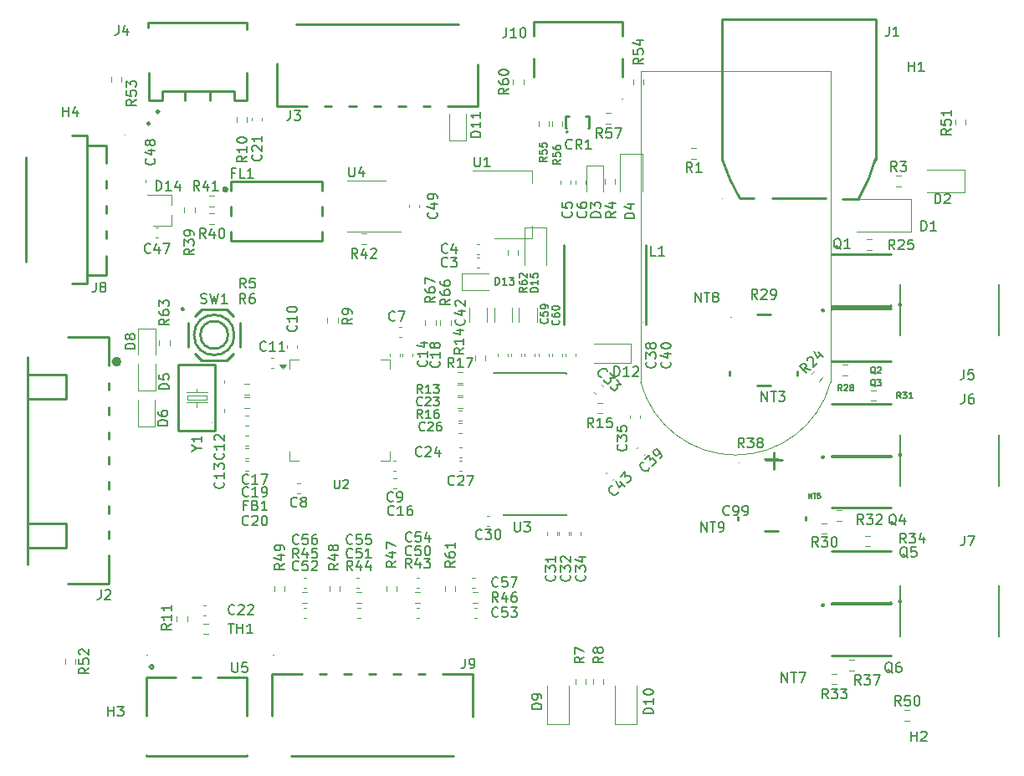
<source format=gto>
G04 #@! TF.GenerationSoftware,KiCad,Pcbnew,8.0.0*
G04 #@! TF.CreationDate,2024-03-03T15:27:08-08:00*
G04 #@! TF.ProjectId,BLDC_Motor Controller,424c4443-5f4d-46f7-946f-7220436f6e74,rev01_1*
G04 #@! TF.SameCoordinates,Original*
G04 #@! TF.FileFunction,Legend,Top*
G04 #@! TF.FilePolarity,Positive*
%FSLAX46Y46*%
G04 Gerber Fmt 4.6, Leading zero omitted, Abs format (unit mm)*
G04 Created by KiCad (PCBNEW 8.0.0) date 2024-03-03 15:27:08*
%MOMM*%
%LPD*%
G01*
G04 APERTURE LIST*
%ADD10C,0.150000*%
%ADD11C,0.127000*%
%ADD12C,0.120000*%
%ADD13C,0.254000*%
%ADD14C,0.398781*%
%ADD15C,0.059995*%
%ADD16C,0.100000*%
%ADD17C,0.230048*%
%ADD18C,0.200000*%
%ADD19C,0.500000*%
G04 APERTURE END LIST*
D10*
X220779693Y-146885829D02*
X220779693Y-146953173D01*
X220779693Y-146953173D02*
X220712349Y-147087860D01*
X220712349Y-147087860D02*
X220645006Y-147155203D01*
X220645006Y-147155203D02*
X220510319Y-147222547D01*
X220510319Y-147222547D02*
X220375632Y-147222547D01*
X220375632Y-147222547D02*
X220274617Y-147188875D01*
X220274617Y-147188875D02*
X220106258Y-147087860D01*
X220106258Y-147087860D02*
X220005243Y-146986845D01*
X220005243Y-146986845D02*
X219904227Y-146818486D01*
X219904227Y-146818486D02*
X219870556Y-146717471D01*
X219870556Y-146717471D02*
X219870556Y-146582784D01*
X219870556Y-146582784D02*
X219937899Y-146448097D01*
X219937899Y-146448097D02*
X220005243Y-146380753D01*
X220005243Y-146380753D02*
X220139930Y-146313410D01*
X220139930Y-146313410D02*
X220207273Y-146313410D01*
X220981723Y-145875677D02*
X221453128Y-146347081D01*
X220543991Y-145774662D02*
X220880708Y-146448097D01*
X220880708Y-146448097D02*
X221318441Y-146010364D01*
X221049067Y-145336929D02*
X221486800Y-144899196D01*
X221486800Y-144899196D02*
X221520472Y-145404272D01*
X221520472Y-145404272D02*
X221621487Y-145303257D01*
X221621487Y-145303257D02*
X221722502Y-145269585D01*
X221722502Y-145269585D02*
X221789846Y-145269585D01*
X221789846Y-145269585D02*
X221890861Y-145303257D01*
X221890861Y-145303257D02*
X222059220Y-145471616D01*
X222059220Y-145471616D02*
X222092891Y-145572631D01*
X222092891Y-145572631D02*
X222092891Y-145639974D01*
X222092891Y-145639974D02*
X222059220Y-145740990D01*
X222059220Y-145740990D02*
X221857189Y-145943020D01*
X221857189Y-145943020D02*
X221756174Y-145976692D01*
X221756174Y-145976692D02*
X221688830Y-145976692D01*
X242054142Y-167840819D02*
X241720809Y-167364628D01*
X241482714Y-167840819D02*
X241482714Y-166840819D01*
X241482714Y-166840819D02*
X241863666Y-166840819D01*
X241863666Y-166840819D02*
X241958904Y-166888438D01*
X241958904Y-166888438D02*
X242006523Y-166936057D01*
X242006523Y-166936057D02*
X242054142Y-167031295D01*
X242054142Y-167031295D02*
X242054142Y-167174152D01*
X242054142Y-167174152D02*
X242006523Y-167269390D01*
X242006523Y-167269390D02*
X241958904Y-167317009D01*
X241958904Y-167317009D02*
X241863666Y-167364628D01*
X241863666Y-167364628D02*
X241482714Y-167364628D01*
X242387476Y-166840819D02*
X243006523Y-166840819D01*
X243006523Y-166840819D02*
X242673190Y-167221771D01*
X242673190Y-167221771D02*
X242816047Y-167221771D01*
X242816047Y-167221771D02*
X242911285Y-167269390D01*
X242911285Y-167269390D02*
X242958904Y-167317009D01*
X242958904Y-167317009D02*
X243006523Y-167412247D01*
X243006523Y-167412247D02*
X243006523Y-167650342D01*
X243006523Y-167650342D02*
X242958904Y-167745580D01*
X242958904Y-167745580D02*
X242911285Y-167793200D01*
X242911285Y-167793200D02*
X242816047Y-167840819D01*
X242816047Y-167840819D02*
X242530333Y-167840819D01*
X242530333Y-167840819D02*
X242435095Y-167793200D01*
X242435095Y-167793200D02*
X242387476Y-167745580D01*
X243339857Y-166840819D02*
X243958904Y-166840819D01*
X243958904Y-166840819D02*
X243625571Y-167221771D01*
X243625571Y-167221771D02*
X243768428Y-167221771D01*
X243768428Y-167221771D02*
X243863666Y-167269390D01*
X243863666Y-167269390D02*
X243911285Y-167317009D01*
X243911285Y-167317009D02*
X243958904Y-167412247D01*
X243958904Y-167412247D02*
X243958904Y-167650342D01*
X243958904Y-167650342D02*
X243911285Y-167745580D01*
X243911285Y-167745580D02*
X243863666Y-167793200D01*
X243863666Y-167793200D02*
X243768428Y-167840819D01*
X243768428Y-167840819D02*
X243482714Y-167840819D01*
X243482714Y-167840819D02*
X243387476Y-167793200D01*
X243387476Y-167793200D02*
X243339857Y-167745580D01*
X223954693Y-144472830D02*
X223954693Y-144540174D01*
X223954693Y-144540174D02*
X223887349Y-144674861D01*
X223887349Y-144674861D02*
X223820006Y-144742204D01*
X223820006Y-144742204D02*
X223685319Y-144809548D01*
X223685319Y-144809548D02*
X223550632Y-144809548D01*
X223550632Y-144809548D02*
X223449617Y-144775876D01*
X223449617Y-144775876D02*
X223281258Y-144674861D01*
X223281258Y-144674861D02*
X223180243Y-144573846D01*
X223180243Y-144573846D02*
X223079227Y-144405487D01*
X223079227Y-144405487D02*
X223045556Y-144304472D01*
X223045556Y-144304472D02*
X223045556Y-144169785D01*
X223045556Y-144169785D02*
X223112899Y-144035098D01*
X223112899Y-144035098D02*
X223180243Y-143967754D01*
X223180243Y-143967754D02*
X223314930Y-143900411D01*
X223314930Y-143900411D02*
X223382273Y-143900411D01*
X223550632Y-143597365D02*
X223988365Y-143159632D01*
X223988365Y-143159632D02*
X224022036Y-143664708D01*
X224022036Y-143664708D02*
X224123052Y-143563693D01*
X224123052Y-143563693D02*
X224224067Y-143530021D01*
X224224067Y-143530021D02*
X224291410Y-143530021D01*
X224291410Y-143530021D02*
X224392426Y-143563693D01*
X224392426Y-143563693D02*
X224560784Y-143732052D01*
X224560784Y-143732052D02*
X224594456Y-143833067D01*
X224594456Y-143833067D02*
X224594456Y-143900411D01*
X224594456Y-143900411D02*
X224560784Y-144001426D01*
X224560784Y-144001426D02*
X224358754Y-144203456D01*
X224358754Y-144203456D02*
X224257739Y-144237128D01*
X224257739Y-144237128D02*
X224190395Y-144237128D01*
X225032189Y-143530021D02*
X225166876Y-143395334D01*
X225166876Y-143395334D02*
X225200548Y-143294319D01*
X225200548Y-143294319D02*
X225200548Y-143226975D01*
X225200548Y-143226975D02*
X225166876Y-143058617D01*
X225166876Y-143058617D02*
X225065861Y-142890258D01*
X225065861Y-142890258D02*
X224796487Y-142620884D01*
X224796487Y-142620884D02*
X224695472Y-142587212D01*
X224695472Y-142587212D02*
X224628128Y-142587212D01*
X224628128Y-142587212D02*
X224527113Y-142620884D01*
X224527113Y-142620884D02*
X224392426Y-142755571D01*
X224392426Y-142755571D02*
X224358754Y-142856586D01*
X224358754Y-142856586D02*
X224358754Y-142923930D01*
X224358754Y-142923930D02*
X224392426Y-143024945D01*
X224392426Y-143024945D02*
X224560785Y-143193304D01*
X224560785Y-143193304D02*
X224661800Y-143226975D01*
X224661800Y-143226975D02*
X224729143Y-143226975D01*
X224729143Y-143226975D02*
X224830159Y-143193304D01*
X224830159Y-143193304D02*
X224964846Y-143058617D01*
X224964846Y-143058617D02*
X224998517Y-142957601D01*
X224998517Y-142957601D02*
X224998517Y-142890258D01*
X224998517Y-142890258D02*
X224964846Y-142789243D01*
X199890142Y-151870580D02*
X199842523Y-151918200D01*
X199842523Y-151918200D02*
X199699666Y-151965819D01*
X199699666Y-151965819D02*
X199604428Y-151965819D01*
X199604428Y-151965819D02*
X199461571Y-151918200D01*
X199461571Y-151918200D02*
X199366333Y-151822961D01*
X199366333Y-151822961D02*
X199318714Y-151727723D01*
X199318714Y-151727723D02*
X199271095Y-151537247D01*
X199271095Y-151537247D02*
X199271095Y-151394390D01*
X199271095Y-151394390D02*
X199318714Y-151203914D01*
X199318714Y-151203914D02*
X199366333Y-151108676D01*
X199366333Y-151108676D02*
X199461571Y-151013438D01*
X199461571Y-151013438D02*
X199604428Y-150965819D01*
X199604428Y-150965819D02*
X199699666Y-150965819D01*
X199699666Y-150965819D02*
X199842523Y-151013438D01*
X199842523Y-151013438D02*
X199890142Y-151061057D01*
X200794904Y-150965819D02*
X200318714Y-150965819D01*
X200318714Y-150965819D02*
X200271095Y-151442009D01*
X200271095Y-151442009D02*
X200318714Y-151394390D01*
X200318714Y-151394390D02*
X200413952Y-151346771D01*
X200413952Y-151346771D02*
X200652047Y-151346771D01*
X200652047Y-151346771D02*
X200747285Y-151394390D01*
X200747285Y-151394390D02*
X200794904Y-151442009D01*
X200794904Y-151442009D02*
X200842523Y-151537247D01*
X200842523Y-151537247D02*
X200842523Y-151775342D01*
X200842523Y-151775342D02*
X200794904Y-151870580D01*
X200794904Y-151870580D02*
X200747285Y-151918200D01*
X200747285Y-151918200D02*
X200652047Y-151965819D01*
X200652047Y-151965819D02*
X200413952Y-151965819D01*
X200413952Y-151965819D02*
X200318714Y-151918200D01*
X200318714Y-151918200D02*
X200271095Y-151870580D01*
X201699666Y-151299152D02*
X201699666Y-151965819D01*
X201461571Y-150918200D02*
X201223476Y-151632485D01*
X201223476Y-151632485D02*
X201842523Y-151632485D01*
X188301333Y-148347580D02*
X188253714Y-148395200D01*
X188253714Y-148395200D02*
X188110857Y-148442819D01*
X188110857Y-148442819D02*
X188015619Y-148442819D01*
X188015619Y-148442819D02*
X187872762Y-148395200D01*
X187872762Y-148395200D02*
X187777524Y-148299961D01*
X187777524Y-148299961D02*
X187729905Y-148204723D01*
X187729905Y-148204723D02*
X187682286Y-148014247D01*
X187682286Y-148014247D02*
X187682286Y-147871390D01*
X187682286Y-147871390D02*
X187729905Y-147680914D01*
X187729905Y-147680914D02*
X187777524Y-147585676D01*
X187777524Y-147585676D02*
X187872762Y-147490438D01*
X187872762Y-147490438D02*
X188015619Y-147442819D01*
X188015619Y-147442819D02*
X188110857Y-147442819D01*
X188110857Y-147442819D02*
X188253714Y-147490438D01*
X188253714Y-147490438D02*
X188301333Y-147538057D01*
X188872762Y-147871390D02*
X188777524Y-147823771D01*
X188777524Y-147823771D02*
X188729905Y-147776152D01*
X188729905Y-147776152D02*
X188682286Y-147680914D01*
X188682286Y-147680914D02*
X188682286Y-147633295D01*
X188682286Y-147633295D02*
X188729905Y-147538057D01*
X188729905Y-147538057D02*
X188777524Y-147490438D01*
X188777524Y-147490438D02*
X188872762Y-147442819D01*
X188872762Y-147442819D02*
X189063238Y-147442819D01*
X189063238Y-147442819D02*
X189158476Y-147490438D01*
X189158476Y-147490438D02*
X189206095Y-147538057D01*
X189206095Y-147538057D02*
X189253714Y-147633295D01*
X189253714Y-147633295D02*
X189253714Y-147680914D01*
X189253714Y-147680914D02*
X189206095Y-147776152D01*
X189206095Y-147776152D02*
X189158476Y-147823771D01*
X189158476Y-147823771D02*
X189063238Y-147871390D01*
X189063238Y-147871390D02*
X188872762Y-147871390D01*
X188872762Y-147871390D02*
X188777524Y-147919009D01*
X188777524Y-147919009D02*
X188729905Y-147966628D01*
X188729905Y-147966628D02*
X188682286Y-148061866D01*
X188682286Y-148061866D02*
X188682286Y-148252342D01*
X188682286Y-148252342D02*
X188729905Y-148347580D01*
X188729905Y-148347580D02*
X188777524Y-148395200D01*
X188777524Y-148395200D02*
X188872762Y-148442819D01*
X188872762Y-148442819D02*
X189063238Y-148442819D01*
X189063238Y-148442819D02*
X189158476Y-148395200D01*
X189158476Y-148395200D02*
X189206095Y-148347580D01*
X189206095Y-148347580D02*
X189253714Y-148252342D01*
X189253714Y-148252342D02*
X189253714Y-148061866D01*
X189253714Y-148061866D02*
X189206095Y-147966628D01*
X189206095Y-147966628D02*
X189158476Y-147919009D01*
X189158476Y-147919009D02*
X189063238Y-147871390D01*
X245610142Y-150187819D02*
X245276809Y-149711628D01*
X245038714Y-150187819D02*
X245038714Y-149187819D01*
X245038714Y-149187819D02*
X245419666Y-149187819D01*
X245419666Y-149187819D02*
X245514904Y-149235438D01*
X245514904Y-149235438D02*
X245562523Y-149283057D01*
X245562523Y-149283057D02*
X245610142Y-149378295D01*
X245610142Y-149378295D02*
X245610142Y-149521152D01*
X245610142Y-149521152D02*
X245562523Y-149616390D01*
X245562523Y-149616390D02*
X245514904Y-149664009D01*
X245514904Y-149664009D02*
X245419666Y-149711628D01*
X245419666Y-149711628D02*
X245038714Y-149711628D01*
X245943476Y-149187819D02*
X246562523Y-149187819D01*
X246562523Y-149187819D02*
X246229190Y-149568771D01*
X246229190Y-149568771D02*
X246372047Y-149568771D01*
X246372047Y-149568771D02*
X246467285Y-149616390D01*
X246467285Y-149616390D02*
X246514904Y-149664009D01*
X246514904Y-149664009D02*
X246562523Y-149759247D01*
X246562523Y-149759247D02*
X246562523Y-149997342D01*
X246562523Y-149997342D02*
X246514904Y-150092580D01*
X246514904Y-150092580D02*
X246467285Y-150140200D01*
X246467285Y-150140200D02*
X246372047Y-150187819D01*
X246372047Y-150187819D02*
X246086333Y-150187819D01*
X246086333Y-150187819D02*
X245991095Y-150140200D01*
X245991095Y-150140200D02*
X245943476Y-150092580D01*
X246943476Y-149283057D02*
X246991095Y-149235438D01*
X246991095Y-149235438D02*
X247086333Y-149187819D01*
X247086333Y-149187819D02*
X247324428Y-149187819D01*
X247324428Y-149187819D02*
X247419666Y-149235438D01*
X247419666Y-149235438D02*
X247467285Y-149283057D01*
X247467285Y-149283057D02*
X247514904Y-149378295D01*
X247514904Y-149378295D02*
X247514904Y-149473533D01*
X247514904Y-149473533D02*
X247467285Y-149616390D01*
X247467285Y-149616390D02*
X246895857Y-150187819D01*
X246895857Y-150187819D02*
X247514904Y-150187819D01*
X219194142Y-111071819D02*
X218860809Y-110595628D01*
X218622714Y-111071819D02*
X218622714Y-110071819D01*
X218622714Y-110071819D02*
X219003666Y-110071819D01*
X219003666Y-110071819D02*
X219098904Y-110119438D01*
X219098904Y-110119438D02*
X219146523Y-110167057D01*
X219146523Y-110167057D02*
X219194142Y-110262295D01*
X219194142Y-110262295D02*
X219194142Y-110405152D01*
X219194142Y-110405152D02*
X219146523Y-110500390D01*
X219146523Y-110500390D02*
X219098904Y-110548009D01*
X219098904Y-110548009D02*
X219003666Y-110595628D01*
X219003666Y-110595628D02*
X218622714Y-110595628D01*
X220098904Y-110071819D02*
X219622714Y-110071819D01*
X219622714Y-110071819D02*
X219575095Y-110548009D01*
X219575095Y-110548009D02*
X219622714Y-110500390D01*
X219622714Y-110500390D02*
X219717952Y-110452771D01*
X219717952Y-110452771D02*
X219956047Y-110452771D01*
X219956047Y-110452771D02*
X220051285Y-110500390D01*
X220051285Y-110500390D02*
X220098904Y-110548009D01*
X220098904Y-110548009D02*
X220146523Y-110643247D01*
X220146523Y-110643247D02*
X220146523Y-110881342D01*
X220146523Y-110881342D02*
X220098904Y-110976580D01*
X220098904Y-110976580D02*
X220051285Y-111024200D01*
X220051285Y-111024200D02*
X219956047Y-111071819D01*
X219956047Y-111071819D02*
X219717952Y-111071819D01*
X219717952Y-111071819D02*
X219622714Y-111024200D01*
X219622714Y-111024200D02*
X219575095Y-110976580D01*
X220479857Y-110071819D02*
X221146523Y-110071819D01*
X221146523Y-110071819D02*
X220717952Y-111071819D01*
X200977499Y-139468469D02*
X200681166Y-139045136D01*
X200469499Y-139468469D02*
X200469499Y-138579469D01*
X200469499Y-138579469D02*
X200808166Y-138579469D01*
X200808166Y-138579469D02*
X200892833Y-138621802D01*
X200892833Y-138621802D02*
X200935166Y-138664136D01*
X200935166Y-138664136D02*
X200977499Y-138748802D01*
X200977499Y-138748802D02*
X200977499Y-138875802D01*
X200977499Y-138875802D02*
X200935166Y-138960469D01*
X200935166Y-138960469D02*
X200892833Y-139002802D01*
X200892833Y-139002802D02*
X200808166Y-139045136D01*
X200808166Y-139045136D02*
X200469499Y-139045136D01*
X201824166Y-139468469D02*
X201316166Y-139468469D01*
X201570166Y-139468469D02*
X201570166Y-138579469D01*
X201570166Y-138579469D02*
X201485499Y-138706469D01*
X201485499Y-138706469D02*
X201400833Y-138791136D01*
X201400833Y-138791136D02*
X201316166Y-138833469D01*
X202586166Y-138579469D02*
X202416833Y-138579469D01*
X202416833Y-138579469D02*
X202332166Y-138621802D01*
X202332166Y-138621802D02*
X202289833Y-138664136D01*
X202289833Y-138664136D02*
X202205166Y-138791136D01*
X202205166Y-138791136D02*
X202162833Y-138960469D01*
X202162833Y-138960469D02*
X202162833Y-139299136D01*
X202162833Y-139299136D02*
X202205166Y-139383802D01*
X202205166Y-139383802D02*
X202247500Y-139426136D01*
X202247500Y-139426136D02*
X202332166Y-139468469D01*
X202332166Y-139468469D02*
X202501500Y-139468469D01*
X202501500Y-139468469D02*
X202586166Y-139426136D01*
X202586166Y-139426136D02*
X202628500Y-139383802D01*
X202628500Y-139383802D02*
X202670833Y-139299136D01*
X202670833Y-139299136D02*
X202670833Y-139087469D01*
X202670833Y-139087469D02*
X202628500Y-139002802D01*
X202628500Y-139002802D02*
X202586166Y-138960469D01*
X202586166Y-138960469D02*
X202501500Y-138918136D01*
X202501500Y-138918136D02*
X202332166Y-138918136D01*
X202332166Y-138918136D02*
X202247500Y-138960469D01*
X202247500Y-138960469D02*
X202205166Y-139002802D01*
X202205166Y-139002802D02*
X202162833Y-139087469D01*
X232053142Y-149194580D02*
X232005523Y-149242200D01*
X232005523Y-149242200D02*
X231862666Y-149289819D01*
X231862666Y-149289819D02*
X231767428Y-149289819D01*
X231767428Y-149289819D02*
X231624571Y-149242200D01*
X231624571Y-149242200D02*
X231529333Y-149146961D01*
X231529333Y-149146961D02*
X231481714Y-149051723D01*
X231481714Y-149051723D02*
X231434095Y-148861247D01*
X231434095Y-148861247D02*
X231434095Y-148718390D01*
X231434095Y-148718390D02*
X231481714Y-148527914D01*
X231481714Y-148527914D02*
X231529333Y-148432676D01*
X231529333Y-148432676D02*
X231624571Y-148337438D01*
X231624571Y-148337438D02*
X231767428Y-148289819D01*
X231767428Y-148289819D02*
X231862666Y-148289819D01*
X231862666Y-148289819D02*
X232005523Y-148337438D01*
X232005523Y-148337438D02*
X232053142Y-148385057D01*
X232529333Y-149289819D02*
X232719809Y-149289819D01*
X232719809Y-149289819D02*
X232815047Y-149242200D01*
X232815047Y-149242200D02*
X232862666Y-149194580D01*
X232862666Y-149194580D02*
X232957904Y-149051723D01*
X232957904Y-149051723D02*
X233005523Y-148861247D01*
X233005523Y-148861247D02*
X233005523Y-148480295D01*
X233005523Y-148480295D02*
X232957904Y-148385057D01*
X232957904Y-148385057D02*
X232910285Y-148337438D01*
X232910285Y-148337438D02*
X232815047Y-148289819D01*
X232815047Y-148289819D02*
X232624571Y-148289819D01*
X232624571Y-148289819D02*
X232529333Y-148337438D01*
X232529333Y-148337438D02*
X232481714Y-148385057D01*
X232481714Y-148385057D02*
X232434095Y-148480295D01*
X232434095Y-148480295D02*
X232434095Y-148718390D01*
X232434095Y-148718390D02*
X232481714Y-148813628D01*
X232481714Y-148813628D02*
X232529333Y-148861247D01*
X232529333Y-148861247D02*
X232624571Y-148908866D01*
X232624571Y-148908866D02*
X232815047Y-148908866D01*
X232815047Y-148908866D02*
X232910285Y-148861247D01*
X232910285Y-148861247D02*
X232957904Y-148813628D01*
X232957904Y-148813628D02*
X233005523Y-148718390D01*
X233481714Y-149289819D02*
X233672190Y-149289819D01*
X233672190Y-149289819D02*
X233767428Y-149242200D01*
X233767428Y-149242200D02*
X233815047Y-149194580D01*
X233815047Y-149194580D02*
X233910285Y-149051723D01*
X233910285Y-149051723D02*
X233957904Y-148861247D01*
X233957904Y-148861247D02*
X233957904Y-148480295D01*
X233957904Y-148480295D02*
X233910285Y-148385057D01*
X233910285Y-148385057D02*
X233862666Y-148337438D01*
X233862666Y-148337438D02*
X233767428Y-148289819D01*
X233767428Y-148289819D02*
X233576952Y-148289819D01*
X233576952Y-148289819D02*
X233481714Y-148337438D01*
X233481714Y-148337438D02*
X233434095Y-148385057D01*
X233434095Y-148385057D02*
X233386476Y-148480295D01*
X233386476Y-148480295D02*
X233386476Y-148718390D01*
X233386476Y-148718390D02*
X233434095Y-148813628D01*
X233434095Y-148813628D02*
X233481714Y-148861247D01*
X233481714Y-148861247D02*
X233576952Y-148908866D01*
X233576952Y-148908866D02*
X233767428Y-148908866D01*
X233767428Y-148908866D02*
X233862666Y-148861247D01*
X233862666Y-148861247D02*
X233910285Y-148813628D01*
X233910285Y-148813628D02*
X233957904Y-148718390D01*
X223339819Y-103004857D02*
X222863628Y-103338190D01*
X223339819Y-103576285D02*
X222339819Y-103576285D01*
X222339819Y-103576285D02*
X222339819Y-103195333D01*
X222339819Y-103195333D02*
X222387438Y-103100095D01*
X222387438Y-103100095D02*
X222435057Y-103052476D01*
X222435057Y-103052476D02*
X222530295Y-103004857D01*
X222530295Y-103004857D02*
X222673152Y-103004857D01*
X222673152Y-103004857D02*
X222768390Y-103052476D01*
X222768390Y-103052476D02*
X222816009Y-103100095D01*
X222816009Y-103100095D02*
X222863628Y-103195333D01*
X222863628Y-103195333D02*
X222863628Y-103576285D01*
X222339819Y-102100095D02*
X222339819Y-102576285D01*
X222339819Y-102576285D02*
X222816009Y-102623904D01*
X222816009Y-102623904D02*
X222768390Y-102576285D01*
X222768390Y-102576285D02*
X222720771Y-102481047D01*
X222720771Y-102481047D02*
X222720771Y-102242952D01*
X222720771Y-102242952D02*
X222768390Y-102147714D01*
X222768390Y-102147714D02*
X222816009Y-102100095D01*
X222816009Y-102100095D02*
X222911247Y-102052476D01*
X222911247Y-102052476D02*
X223149342Y-102052476D01*
X223149342Y-102052476D02*
X223244580Y-102100095D01*
X223244580Y-102100095D02*
X223292200Y-102147714D01*
X223292200Y-102147714D02*
X223339819Y-102242952D01*
X223339819Y-102242952D02*
X223339819Y-102481047D01*
X223339819Y-102481047D02*
X223292200Y-102576285D01*
X223292200Y-102576285D02*
X223244580Y-102623904D01*
X222673152Y-101195333D02*
X223339819Y-101195333D01*
X222292200Y-101433428D02*
X223006485Y-101671523D01*
X223006485Y-101671523D02*
X223006485Y-101052476D01*
X246827523Y-134966439D02*
X246767047Y-134936201D01*
X246767047Y-134936201D02*
X246706571Y-134875725D01*
X246706571Y-134875725D02*
X246615857Y-134785010D01*
X246615857Y-134785010D02*
X246555380Y-134754772D01*
X246555380Y-134754772D02*
X246494904Y-134754772D01*
X246525142Y-134905963D02*
X246464666Y-134875725D01*
X246464666Y-134875725D02*
X246404190Y-134815248D01*
X246404190Y-134815248D02*
X246373952Y-134694296D01*
X246373952Y-134694296D02*
X246373952Y-134482629D01*
X246373952Y-134482629D02*
X246404190Y-134361677D01*
X246404190Y-134361677D02*
X246464666Y-134301201D01*
X246464666Y-134301201D02*
X246525142Y-134270963D01*
X246525142Y-134270963D02*
X246646095Y-134270963D01*
X246646095Y-134270963D02*
X246706571Y-134301201D01*
X246706571Y-134301201D02*
X246767047Y-134361677D01*
X246767047Y-134361677D02*
X246797285Y-134482629D01*
X246797285Y-134482629D02*
X246797285Y-134694296D01*
X246797285Y-134694296D02*
X246767047Y-134815248D01*
X246767047Y-134815248D02*
X246706571Y-134875725D01*
X246706571Y-134875725D02*
X246646095Y-134905963D01*
X246646095Y-134905963D02*
X246525142Y-134905963D01*
X247039190Y-134331439D02*
X247069428Y-134301201D01*
X247069428Y-134301201D02*
X247129904Y-134270963D01*
X247129904Y-134270963D02*
X247281095Y-134270963D01*
X247281095Y-134270963D02*
X247341571Y-134301201D01*
X247341571Y-134301201D02*
X247371809Y-134331439D01*
X247371809Y-134331439D02*
X247402047Y-134391915D01*
X247402047Y-134391915D02*
X247402047Y-134452391D01*
X247402047Y-134452391D02*
X247371809Y-134543105D01*
X247371809Y-134543105D02*
X247008952Y-134905963D01*
X247008952Y-134905963D02*
X247402047Y-134905963D01*
X199890142Y-153267580D02*
X199842523Y-153315200D01*
X199842523Y-153315200D02*
X199699666Y-153362819D01*
X199699666Y-153362819D02*
X199604428Y-153362819D01*
X199604428Y-153362819D02*
X199461571Y-153315200D01*
X199461571Y-153315200D02*
X199366333Y-153219961D01*
X199366333Y-153219961D02*
X199318714Y-153124723D01*
X199318714Y-153124723D02*
X199271095Y-152934247D01*
X199271095Y-152934247D02*
X199271095Y-152791390D01*
X199271095Y-152791390D02*
X199318714Y-152600914D01*
X199318714Y-152600914D02*
X199366333Y-152505676D01*
X199366333Y-152505676D02*
X199461571Y-152410438D01*
X199461571Y-152410438D02*
X199604428Y-152362819D01*
X199604428Y-152362819D02*
X199699666Y-152362819D01*
X199699666Y-152362819D02*
X199842523Y-152410438D01*
X199842523Y-152410438D02*
X199890142Y-152458057D01*
X200794904Y-152362819D02*
X200318714Y-152362819D01*
X200318714Y-152362819D02*
X200271095Y-152839009D01*
X200271095Y-152839009D02*
X200318714Y-152791390D01*
X200318714Y-152791390D02*
X200413952Y-152743771D01*
X200413952Y-152743771D02*
X200652047Y-152743771D01*
X200652047Y-152743771D02*
X200747285Y-152791390D01*
X200747285Y-152791390D02*
X200794904Y-152839009D01*
X200794904Y-152839009D02*
X200842523Y-152934247D01*
X200842523Y-152934247D02*
X200842523Y-153172342D01*
X200842523Y-153172342D02*
X200794904Y-153267580D01*
X200794904Y-153267580D02*
X200747285Y-153315200D01*
X200747285Y-153315200D02*
X200652047Y-153362819D01*
X200652047Y-153362819D02*
X200413952Y-153362819D01*
X200413952Y-153362819D02*
X200318714Y-153315200D01*
X200318714Y-153315200D02*
X200271095Y-153267580D01*
X201461571Y-152362819D02*
X201556809Y-152362819D01*
X201556809Y-152362819D02*
X201652047Y-152410438D01*
X201652047Y-152410438D02*
X201699666Y-152458057D01*
X201699666Y-152458057D02*
X201747285Y-152553295D01*
X201747285Y-152553295D02*
X201794904Y-152743771D01*
X201794904Y-152743771D02*
X201794904Y-152981866D01*
X201794904Y-152981866D02*
X201747285Y-153172342D01*
X201747285Y-153172342D02*
X201699666Y-153267580D01*
X201699666Y-153267580D02*
X201652047Y-153315200D01*
X201652047Y-153315200D02*
X201556809Y-153362819D01*
X201556809Y-153362819D02*
X201461571Y-153362819D01*
X201461571Y-153362819D02*
X201366333Y-153315200D01*
X201366333Y-153315200D02*
X201318714Y-153267580D01*
X201318714Y-153267580D02*
X201271095Y-153172342D01*
X201271095Y-153172342D02*
X201223476Y-152981866D01*
X201223476Y-152981866D02*
X201223476Y-152743771D01*
X201223476Y-152743771D02*
X201271095Y-152553295D01*
X201271095Y-152553295D02*
X201318714Y-152458057D01*
X201318714Y-152458057D02*
X201366333Y-152410438D01*
X201366333Y-152410438D02*
X201461571Y-152362819D01*
X182014904Y-114612009D02*
X181681571Y-114612009D01*
X181681571Y-115135819D02*
X181681571Y-114135819D01*
X181681571Y-114135819D02*
X182157761Y-114135819D01*
X183014904Y-115135819D02*
X182538714Y-115135819D01*
X182538714Y-115135819D02*
X182538714Y-114135819D01*
X183872047Y-115135819D02*
X183300619Y-115135819D01*
X183586333Y-115135819D02*
X183586333Y-114135819D01*
X183586333Y-114135819D02*
X183491095Y-114278676D01*
X183491095Y-114278676D02*
X183395857Y-114373914D01*
X183395857Y-114373914D02*
X183300619Y-114421533D01*
X228600143Y-127708819D02*
X228600143Y-126708819D01*
X228600143Y-126708819D02*
X229171571Y-127708819D01*
X229171571Y-127708819D02*
X229171571Y-126708819D01*
X229504905Y-126708819D02*
X230076333Y-126708819D01*
X229790619Y-127708819D02*
X229790619Y-126708819D01*
X230552524Y-127137390D02*
X230457286Y-127089771D01*
X230457286Y-127089771D02*
X230409667Y-127042152D01*
X230409667Y-127042152D02*
X230362048Y-126946914D01*
X230362048Y-126946914D02*
X230362048Y-126899295D01*
X230362048Y-126899295D02*
X230409667Y-126804057D01*
X230409667Y-126804057D02*
X230457286Y-126756438D01*
X230457286Y-126756438D02*
X230552524Y-126708819D01*
X230552524Y-126708819D02*
X230743000Y-126708819D01*
X230743000Y-126708819D02*
X230838238Y-126756438D01*
X230838238Y-126756438D02*
X230885857Y-126804057D01*
X230885857Y-126804057D02*
X230933476Y-126899295D01*
X230933476Y-126899295D02*
X230933476Y-126946914D01*
X230933476Y-126946914D02*
X230885857Y-127042152D01*
X230885857Y-127042152D02*
X230838238Y-127089771D01*
X230838238Y-127089771D02*
X230743000Y-127137390D01*
X230743000Y-127137390D02*
X230552524Y-127137390D01*
X230552524Y-127137390D02*
X230457286Y-127185009D01*
X230457286Y-127185009D02*
X230409667Y-127232628D01*
X230409667Y-127232628D02*
X230362048Y-127327866D01*
X230362048Y-127327866D02*
X230362048Y-127518342D01*
X230362048Y-127518342D02*
X230409667Y-127613580D01*
X230409667Y-127613580D02*
X230457286Y-127661200D01*
X230457286Y-127661200D02*
X230552524Y-127708819D01*
X230552524Y-127708819D02*
X230743000Y-127708819D01*
X230743000Y-127708819D02*
X230838238Y-127661200D01*
X230838238Y-127661200D02*
X230885857Y-127613580D01*
X230885857Y-127613580D02*
X230933476Y-127518342D01*
X230933476Y-127518342D02*
X230933476Y-127327866D01*
X230933476Y-127327866D02*
X230885857Y-127232628D01*
X230885857Y-127232628D02*
X230838238Y-127185009D01*
X230838238Y-127185009D02*
X230743000Y-127137390D01*
X167941666Y-125692819D02*
X167941666Y-126407104D01*
X167941666Y-126407104D02*
X167894047Y-126549961D01*
X167894047Y-126549961D02*
X167798809Y-126645200D01*
X167798809Y-126645200D02*
X167655952Y-126692819D01*
X167655952Y-126692819D02*
X167560714Y-126692819D01*
X168560714Y-126121390D02*
X168465476Y-126073771D01*
X168465476Y-126073771D02*
X168417857Y-126026152D01*
X168417857Y-126026152D02*
X168370238Y-125930914D01*
X168370238Y-125930914D02*
X168370238Y-125883295D01*
X168370238Y-125883295D02*
X168417857Y-125788057D01*
X168417857Y-125788057D02*
X168465476Y-125740438D01*
X168465476Y-125740438D02*
X168560714Y-125692819D01*
X168560714Y-125692819D02*
X168751190Y-125692819D01*
X168751190Y-125692819D02*
X168846428Y-125740438D01*
X168846428Y-125740438D02*
X168894047Y-125788057D01*
X168894047Y-125788057D02*
X168941666Y-125883295D01*
X168941666Y-125883295D02*
X168941666Y-125930914D01*
X168941666Y-125930914D02*
X168894047Y-126026152D01*
X168894047Y-126026152D02*
X168846428Y-126073771D01*
X168846428Y-126073771D02*
X168751190Y-126121390D01*
X168751190Y-126121390D02*
X168560714Y-126121390D01*
X168560714Y-126121390D02*
X168465476Y-126169009D01*
X168465476Y-126169009D02*
X168417857Y-126216628D01*
X168417857Y-126216628D02*
X168370238Y-126311866D01*
X168370238Y-126311866D02*
X168370238Y-126502342D01*
X168370238Y-126502342D02*
X168417857Y-126597580D01*
X168417857Y-126597580D02*
X168465476Y-126645200D01*
X168465476Y-126645200D02*
X168560714Y-126692819D01*
X168560714Y-126692819D02*
X168751190Y-126692819D01*
X168751190Y-126692819D02*
X168846428Y-126645200D01*
X168846428Y-126645200D02*
X168894047Y-126597580D01*
X168894047Y-126597580D02*
X168941666Y-126502342D01*
X168941666Y-126502342D02*
X168941666Y-126311866D01*
X168941666Y-126311866D02*
X168894047Y-126216628D01*
X168894047Y-126216628D02*
X168846428Y-126169009D01*
X168846428Y-126169009D02*
X168751190Y-126121390D01*
X220400714Y-135201819D02*
X220400714Y-134201819D01*
X220400714Y-134201819D02*
X220638809Y-134201819D01*
X220638809Y-134201819D02*
X220781666Y-134249438D01*
X220781666Y-134249438D02*
X220876904Y-134344676D01*
X220876904Y-134344676D02*
X220924523Y-134439914D01*
X220924523Y-134439914D02*
X220972142Y-134630390D01*
X220972142Y-134630390D02*
X220972142Y-134773247D01*
X220972142Y-134773247D02*
X220924523Y-134963723D01*
X220924523Y-134963723D02*
X220876904Y-135058961D01*
X220876904Y-135058961D02*
X220781666Y-135154200D01*
X220781666Y-135154200D02*
X220638809Y-135201819D01*
X220638809Y-135201819D02*
X220400714Y-135201819D01*
X221924523Y-135201819D02*
X221353095Y-135201819D01*
X221638809Y-135201819D02*
X221638809Y-134201819D01*
X221638809Y-134201819D02*
X221543571Y-134344676D01*
X221543571Y-134344676D02*
X221448333Y-134439914D01*
X221448333Y-134439914D02*
X221353095Y-134487533D01*
X222305476Y-134297057D02*
X222353095Y-134249438D01*
X222353095Y-134249438D02*
X222448333Y-134201819D01*
X222448333Y-134201819D02*
X222686428Y-134201819D01*
X222686428Y-134201819D02*
X222781666Y-134249438D01*
X222781666Y-134249438D02*
X222829285Y-134297057D01*
X222829285Y-134297057D02*
X222876904Y-134392295D01*
X222876904Y-134392295D02*
X222876904Y-134487533D01*
X222876904Y-134487533D02*
X222829285Y-134630390D01*
X222829285Y-134630390D02*
X222257857Y-135201819D01*
X222257857Y-135201819D02*
X222876904Y-135201819D01*
X171904819Y-132437094D02*
X170904819Y-132437094D01*
X170904819Y-132437094D02*
X170904819Y-132198999D01*
X170904819Y-132198999D02*
X170952438Y-132056142D01*
X170952438Y-132056142D02*
X171047676Y-131960904D01*
X171047676Y-131960904D02*
X171142914Y-131913285D01*
X171142914Y-131913285D02*
X171333390Y-131865666D01*
X171333390Y-131865666D02*
X171476247Y-131865666D01*
X171476247Y-131865666D02*
X171666723Y-131913285D01*
X171666723Y-131913285D02*
X171761961Y-131960904D01*
X171761961Y-131960904D02*
X171857200Y-132056142D01*
X171857200Y-132056142D02*
X171904819Y-132198999D01*
X171904819Y-132198999D02*
X171904819Y-132437094D01*
X171333390Y-131294237D02*
X171285771Y-131389475D01*
X171285771Y-131389475D02*
X171238152Y-131437094D01*
X171238152Y-131437094D02*
X171142914Y-131484713D01*
X171142914Y-131484713D02*
X171095295Y-131484713D01*
X171095295Y-131484713D02*
X171000057Y-131437094D01*
X171000057Y-131437094D02*
X170952438Y-131389475D01*
X170952438Y-131389475D02*
X170904819Y-131294237D01*
X170904819Y-131294237D02*
X170904819Y-131103761D01*
X170904819Y-131103761D02*
X170952438Y-131008523D01*
X170952438Y-131008523D02*
X171000057Y-130960904D01*
X171000057Y-130960904D02*
X171095295Y-130913285D01*
X171095295Y-130913285D02*
X171142914Y-130913285D01*
X171142914Y-130913285D02*
X171238152Y-130960904D01*
X171238152Y-130960904D02*
X171285771Y-131008523D01*
X171285771Y-131008523D02*
X171333390Y-131103761D01*
X171333390Y-131103761D02*
X171333390Y-131294237D01*
X171333390Y-131294237D02*
X171381009Y-131389475D01*
X171381009Y-131389475D02*
X171428628Y-131437094D01*
X171428628Y-131437094D02*
X171523866Y-131484713D01*
X171523866Y-131484713D02*
X171714342Y-131484713D01*
X171714342Y-131484713D02*
X171809580Y-131437094D01*
X171809580Y-131437094D02*
X171857200Y-131389475D01*
X171857200Y-131389475D02*
X171904819Y-131294237D01*
X171904819Y-131294237D02*
X171904819Y-131103761D01*
X171904819Y-131103761D02*
X171857200Y-131008523D01*
X171857200Y-131008523D02*
X171809580Y-130960904D01*
X171809580Y-130960904D02*
X171714342Y-130913285D01*
X171714342Y-130913285D02*
X171523866Y-130913285D01*
X171523866Y-130913285D02*
X171428628Y-130960904D01*
X171428628Y-130960904D02*
X171381009Y-131008523D01*
X171381009Y-131008523D02*
X171333390Y-131103761D01*
X213052819Y-168886094D02*
X212052819Y-168886094D01*
X212052819Y-168886094D02*
X212052819Y-168647999D01*
X212052819Y-168647999D02*
X212100438Y-168505142D01*
X212100438Y-168505142D02*
X212195676Y-168409904D01*
X212195676Y-168409904D02*
X212290914Y-168362285D01*
X212290914Y-168362285D02*
X212481390Y-168314666D01*
X212481390Y-168314666D02*
X212624247Y-168314666D01*
X212624247Y-168314666D02*
X212814723Y-168362285D01*
X212814723Y-168362285D02*
X212909961Y-168409904D01*
X212909961Y-168409904D02*
X213005200Y-168505142D01*
X213005200Y-168505142D02*
X213052819Y-168647999D01*
X213052819Y-168647999D02*
X213052819Y-168886094D01*
X213052819Y-167838475D02*
X213052819Y-167647999D01*
X213052819Y-167647999D02*
X213005200Y-167552761D01*
X213005200Y-167552761D02*
X212957580Y-167505142D01*
X212957580Y-167505142D02*
X212814723Y-167409904D01*
X212814723Y-167409904D02*
X212624247Y-167362285D01*
X212624247Y-167362285D02*
X212243295Y-167362285D01*
X212243295Y-167362285D02*
X212148057Y-167409904D01*
X212148057Y-167409904D02*
X212100438Y-167457523D01*
X212100438Y-167457523D02*
X212052819Y-167552761D01*
X212052819Y-167552761D02*
X212052819Y-167743237D01*
X212052819Y-167743237D02*
X212100438Y-167838475D01*
X212100438Y-167838475D02*
X212148057Y-167886094D01*
X212148057Y-167886094D02*
X212243295Y-167933713D01*
X212243295Y-167933713D02*
X212481390Y-167933713D01*
X212481390Y-167933713D02*
X212576628Y-167886094D01*
X212576628Y-167886094D02*
X212624247Y-167838475D01*
X212624247Y-167838475D02*
X212671866Y-167743237D01*
X212671866Y-167743237D02*
X212671866Y-167552761D01*
X212671866Y-167552761D02*
X212624247Y-167457523D01*
X212624247Y-167457523D02*
X212576628Y-167409904D01*
X212576628Y-167409904D02*
X212481390Y-167362285D01*
X254484362Y-110147694D02*
X254008171Y-110481027D01*
X254484362Y-110719122D02*
X253484362Y-110719122D01*
X253484362Y-110719122D02*
X253484362Y-110338170D01*
X253484362Y-110338170D02*
X253531981Y-110242932D01*
X253531981Y-110242932D02*
X253579600Y-110195313D01*
X253579600Y-110195313D02*
X253674838Y-110147694D01*
X253674838Y-110147694D02*
X253817695Y-110147694D01*
X253817695Y-110147694D02*
X253912933Y-110195313D01*
X253912933Y-110195313D02*
X253960552Y-110242932D01*
X253960552Y-110242932D02*
X254008171Y-110338170D01*
X254008171Y-110338170D02*
X254008171Y-110719122D01*
X253484362Y-109242932D02*
X253484362Y-109719122D01*
X253484362Y-109719122D02*
X253960552Y-109766741D01*
X253960552Y-109766741D02*
X253912933Y-109719122D01*
X253912933Y-109719122D02*
X253865314Y-109623884D01*
X253865314Y-109623884D02*
X253865314Y-109385789D01*
X253865314Y-109385789D02*
X253912933Y-109290551D01*
X253912933Y-109290551D02*
X253960552Y-109242932D01*
X253960552Y-109242932D02*
X254055790Y-109195313D01*
X254055790Y-109195313D02*
X254293885Y-109195313D01*
X254293885Y-109195313D02*
X254389123Y-109242932D01*
X254389123Y-109242932D02*
X254436743Y-109290551D01*
X254436743Y-109290551D02*
X254484362Y-109385789D01*
X254484362Y-109385789D02*
X254484362Y-109623884D01*
X254484362Y-109623884D02*
X254436743Y-109719122D01*
X254436743Y-109719122D02*
X254389123Y-109766741D01*
X254484362Y-108242932D02*
X254484362Y-108814360D01*
X254484362Y-108528646D02*
X253484362Y-108528646D01*
X253484362Y-108528646D02*
X253627219Y-108623884D01*
X253627219Y-108623884D02*
X253722457Y-108719122D01*
X253722457Y-108719122D02*
X253770076Y-108814360D01*
X170227666Y-99657819D02*
X170227666Y-100372104D01*
X170227666Y-100372104D02*
X170180047Y-100514961D01*
X170180047Y-100514961D02*
X170084809Y-100610200D01*
X170084809Y-100610200D02*
X169941952Y-100657819D01*
X169941952Y-100657819D02*
X169846714Y-100657819D01*
X171132428Y-99991152D02*
X171132428Y-100657819D01*
X170894333Y-99610200D02*
X170656238Y-100324485D01*
X170656238Y-100324485D02*
X171275285Y-100324485D01*
X217402580Y-155328857D02*
X217450200Y-155376476D01*
X217450200Y-155376476D02*
X217497819Y-155519333D01*
X217497819Y-155519333D02*
X217497819Y-155614571D01*
X217497819Y-155614571D02*
X217450200Y-155757428D01*
X217450200Y-155757428D02*
X217354961Y-155852666D01*
X217354961Y-155852666D02*
X217259723Y-155900285D01*
X217259723Y-155900285D02*
X217069247Y-155947904D01*
X217069247Y-155947904D02*
X216926390Y-155947904D01*
X216926390Y-155947904D02*
X216735914Y-155900285D01*
X216735914Y-155900285D02*
X216640676Y-155852666D01*
X216640676Y-155852666D02*
X216545438Y-155757428D01*
X216545438Y-155757428D02*
X216497819Y-155614571D01*
X216497819Y-155614571D02*
X216497819Y-155519333D01*
X216497819Y-155519333D02*
X216545438Y-155376476D01*
X216545438Y-155376476D02*
X216593057Y-155328857D01*
X216497819Y-154995523D02*
X216497819Y-154376476D01*
X216497819Y-154376476D02*
X216878771Y-154709809D01*
X216878771Y-154709809D02*
X216878771Y-154566952D01*
X216878771Y-154566952D02*
X216926390Y-154471714D01*
X216926390Y-154471714D02*
X216974009Y-154424095D01*
X216974009Y-154424095D02*
X217069247Y-154376476D01*
X217069247Y-154376476D02*
X217307342Y-154376476D01*
X217307342Y-154376476D02*
X217402580Y-154424095D01*
X217402580Y-154424095D02*
X217450200Y-154471714D01*
X217450200Y-154471714D02*
X217497819Y-154566952D01*
X217497819Y-154566952D02*
X217497819Y-154852666D01*
X217497819Y-154852666D02*
X217450200Y-154947904D01*
X217450200Y-154947904D02*
X217402580Y-154995523D01*
X216831152Y-153519333D02*
X217497819Y-153519333D01*
X216450200Y-153757428D02*
X217164485Y-153995523D01*
X217164485Y-153995523D02*
X217164485Y-153376476D01*
X178427142Y-116405819D02*
X178093809Y-115929628D01*
X177855714Y-116405819D02*
X177855714Y-115405819D01*
X177855714Y-115405819D02*
X178236666Y-115405819D01*
X178236666Y-115405819D02*
X178331904Y-115453438D01*
X178331904Y-115453438D02*
X178379523Y-115501057D01*
X178379523Y-115501057D02*
X178427142Y-115596295D01*
X178427142Y-115596295D02*
X178427142Y-115739152D01*
X178427142Y-115739152D02*
X178379523Y-115834390D01*
X178379523Y-115834390D02*
X178331904Y-115882009D01*
X178331904Y-115882009D02*
X178236666Y-115929628D01*
X178236666Y-115929628D02*
X177855714Y-115929628D01*
X179284285Y-115739152D02*
X179284285Y-116405819D01*
X179046190Y-115358200D02*
X178808095Y-116072485D01*
X178808095Y-116072485D02*
X179427142Y-116072485D01*
X180331904Y-116405819D02*
X179760476Y-116405819D01*
X180046190Y-116405819D02*
X180046190Y-115405819D01*
X180046190Y-115405819D02*
X179950952Y-115548676D01*
X179950952Y-115548676D02*
X179855714Y-115643914D01*
X179855714Y-115643914D02*
X179760476Y-115691533D01*
X174045714Y-116405819D02*
X174045714Y-115405819D01*
X174045714Y-115405819D02*
X174283809Y-115405819D01*
X174283809Y-115405819D02*
X174426666Y-115453438D01*
X174426666Y-115453438D02*
X174521904Y-115548676D01*
X174521904Y-115548676D02*
X174569523Y-115643914D01*
X174569523Y-115643914D02*
X174617142Y-115834390D01*
X174617142Y-115834390D02*
X174617142Y-115977247D01*
X174617142Y-115977247D02*
X174569523Y-116167723D01*
X174569523Y-116167723D02*
X174521904Y-116262961D01*
X174521904Y-116262961D02*
X174426666Y-116358200D01*
X174426666Y-116358200D02*
X174283809Y-116405819D01*
X174283809Y-116405819D02*
X174045714Y-116405819D01*
X175569523Y-116405819D02*
X174998095Y-116405819D01*
X175283809Y-116405819D02*
X175283809Y-115405819D01*
X175283809Y-115405819D02*
X175188571Y-115548676D01*
X175188571Y-115548676D02*
X175093333Y-115643914D01*
X175093333Y-115643914D02*
X174998095Y-115691533D01*
X176426666Y-115739152D02*
X176426666Y-116405819D01*
X176188571Y-115358200D02*
X175950476Y-116072485D01*
X175950476Y-116072485D02*
X176569523Y-116072485D01*
X226038580Y-133738857D02*
X226086200Y-133786476D01*
X226086200Y-133786476D02*
X226133819Y-133929333D01*
X226133819Y-133929333D02*
X226133819Y-134024571D01*
X226133819Y-134024571D02*
X226086200Y-134167428D01*
X226086200Y-134167428D02*
X225990961Y-134262666D01*
X225990961Y-134262666D02*
X225895723Y-134310285D01*
X225895723Y-134310285D02*
X225705247Y-134357904D01*
X225705247Y-134357904D02*
X225562390Y-134357904D01*
X225562390Y-134357904D02*
X225371914Y-134310285D01*
X225371914Y-134310285D02*
X225276676Y-134262666D01*
X225276676Y-134262666D02*
X225181438Y-134167428D01*
X225181438Y-134167428D02*
X225133819Y-134024571D01*
X225133819Y-134024571D02*
X225133819Y-133929333D01*
X225133819Y-133929333D02*
X225181438Y-133786476D01*
X225181438Y-133786476D02*
X225229057Y-133738857D01*
X225467152Y-132881714D02*
X226133819Y-132881714D01*
X225086200Y-133119809D02*
X225800485Y-133357904D01*
X225800485Y-133357904D02*
X225800485Y-132738857D01*
X225133819Y-132167428D02*
X225133819Y-132072190D01*
X225133819Y-132072190D02*
X225181438Y-131976952D01*
X225181438Y-131976952D02*
X225229057Y-131929333D01*
X225229057Y-131929333D02*
X225324295Y-131881714D01*
X225324295Y-131881714D02*
X225514771Y-131834095D01*
X225514771Y-131834095D02*
X225752866Y-131834095D01*
X225752866Y-131834095D02*
X225943342Y-131881714D01*
X225943342Y-131881714D02*
X226038580Y-131929333D01*
X226038580Y-131929333D02*
X226086200Y-131976952D01*
X226086200Y-131976952D02*
X226133819Y-132072190D01*
X226133819Y-132072190D02*
X226133819Y-132167428D01*
X226133819Y-132167428D02*
X226086200Y-132262666D01*
X226086200Y-132262666D02*
X226038580Y-132310285D01*
X226038580Y-132310285D02*
X225943342Y-132357904D01*
X225943342Y-132357904D02*
X225752866Y-132405523D01*
X225752866Y-132405523D02*
X225514771Y-132405523D01*
X225514771Y-132405523D02*
X225324295Y-132357904D01*
X225324295Y-132357904D02*
X225229057Y-132310285D01*
X225229057Y-132310285D02*
X225181438Y-132262666D01*
X225181438Y-132262666D02*
X225133819Y-132167428D01*
X204289819Y-153931857D02*
X203813628Y-154265190D01*
X204289819Y-154503285D02*
X203289819Y-154503285D01*
X203289819Y-154503285D02*
X203289819Y-154122333D01*
X203289819Y-154122333D02*
X203337438Y-154027095D01*
X203337438Y-154027095D02*
X203385057Y-153979476D01*
X203385057Y-153979476D02*
X203480295Y-153931857D01*
X203480295Y-153931857D02*
X203623152Y-153931857D01*
X203623152Y-153931857D02*
X203718390Y-153979476D01*
X203718390Y-153979476D02*
X203766009Y-154027095D01*
X203766009Y-154027095D02*
X203813628Y-154122333D01*
X203813628Y-154122333D02*
X203813628Y-154503285D01*
X203289819Y-153074714D02*
X203289819Y-153265190D01*
X203289819Y-153265190D02*
X203337438Y-153360428D01*
X203337438Y-153360428D02*
X203385057Y-153408047D01*
X203385057Y-153408047D02*
X203527914Y-153503285D01*
X203527914Y-153503285D02*
X203718390Y-153550904D01*
X203718390Y-153550904D02*
X204099342Y-153550904D01*
X204099342Y-153550904D02*
X204194580Y-153503285D01*
X204194580Y-153503285D02*
X204242200Y-153455666D01*
X204242200Y-153455666D02*
X204289819Y-153360428D01*
X204289819Y-153360428D02*
X204289819Y-153169952D01*
X204289819Y-153169952D02*
X204242200Y-153074714D01*
X204242200Y-153074714D02*
X204194580Y-153027095D01*
X204194580Y-153027095D02*
X204099342Y-152979476D01*
X204099342Y-152979476D02*
X203861247Y-152979476D01*
X203861247Y-152979476D02*
X203766009Y-153027095D01*
X203766009Y-153027095D02*
X203718390Y-153074714D01*
X203718390Y-153074714D02*
X203670771Y-153169952D01*
X203670771Y-153169952D02*
X203670771Y-153360428D01*
X203670771Y-153360428D02*
X203718390Y-153455666D01*
X203718390Y-153455666D02*
X203766009Y-153503285D01*
X203766009Y-153503285D02*
X203861247Y-153550904D01*
X204289819Y-152027095D02*
X204289819Y-152598523D01*
X204289819Y-152312809D02*
X203289819Y-152312809D01*
X203289819Y-152312809D02*
X203432676Y-152408047D01*
X203432676Y-152408047D02*
X203527914Y-152503285D01*
X203527914Y-152503285D02*
X203575533Y-152598523D01*
X208653142Y-156442580D02*
X208605523Y-156490200D01*
X208605523Y-156490200D02*
X208462666Y-156537819D01*
X208462666Y-156537819D02*
X208367428Y-156537819D01*
X208367428Y-156537819D02*
X208224571Y-156490200D01*
X208224571Y-156490200D02*
X208129333Y-156394961D01*
X208129333Y-156394961D02*
X208081714Y-156299723D01*
X208081714Y-156299723D02*
X208034095Y-156109247D01*
X208034095Y-156109247D02*
X208034095Y-155966390D01*
X208034095Y-155966390D02*
X208081714Y-155775914D01*
X208081714Y-155775914D02*
X208129333Y-155680676D01*
X208129333Y-155680676D02*
X208224571Y-155585438D01*
X208224571Y-155585438D02*
X208367428Y-155537819D01*
X208367428Y-155537819D02*
X208462666Y-155537819D01*
X208462666Y-155537819D02*
X208605523Y-155585438D01*
X208605523Y-155585438D02*
X208653142Y-155633057D01*
X209557904Y-155537819D02*
X209081714Y-155537819D01*
X209081714Y-155537819D02*
X209034095Y-156014009D01*
X209034095Y-156014009D02*
X209081714Y-155966390D01*
X209081714Y-155966390D02*
X209176952Y-155918771D01*
X209176952Y-155918771D02*
X209415047Y-155918771D01*
X209415047Y-155918771D02*
X209510285Y-155966390D01*
X209510285Y-155966390D02*
X209557904Y-156014009D01*
X209557904Y-156014009D02*
X209605523Y-156109247D01*
X209605523Y-156109247D02*
X209605523Y-156347342D01*
X209605523Y-156347342D02*
X209557904Y-156442580D01*
X209557904Y-156442580D02*
X209510285Y-156490200D01*
X209510285Y-156490200D02*
X209415047Y-156537819D01*
X209415047Y-156537819D02*
X209176952Y-156537819D01*
X209176952Y-156537819D02*
X209081714Y-156490200D01*
X209081714Y-156490200D02*
X209034095Y-156442580D01*
X209938857Y-155537819D02*
X210605523Y-155537819D01*
X210605523Y-155537819D02*
X210176952Y-156537819D01*
X213577715Y-113011856D02*
X213214858Y-113265856D01*
X213577715Y-113447285D02*
X212815715Y-113447285D01*
X212815715Y-113447285D02*
X212815715Y-113156999D01*
X212815715Y-113156999D02*
X212852001Y-113084428D01*
X212852001Y-113084428D02*
X212888287Y-113048142D01*
X212888287Y-113048142D02*
X212960858Y-113011856D01*
X212960858Y-113011856D02*
X213069715Y-113011856D01*
X213069715Y-113011856D02*
X213142287Y-113048142D01*
X213142287Y-113048142D02*
X213178572Y-113084428D01*
X213178572Y-113084428D02*
X213214858Y-113156999D01*
X213214858Y-113156999D02*
X213214858Y-113447285D01*
X212815715Y-112322428D02*
X212815715Y-112685285D01*
X212815715Y-112685285D02*
X213178572Y-112721571D01*
X213178572Y-112721571D02*
X213142287Y-112685285D01*
X213142287Y-112685285D02*
X213106001Y-112612714D01*
X213106001Y-112612714D02*
X213106001Y-112431285D01*
X213106001Y-112431285D02*
X213142287Y-112358714D01*
X213142287Y-112358714D02*
X213178572Y-112322428D01*
X213178572Y-112322428D02*
X213251144Y-112286142D01*
X213251144Y-112286142D02*
X213432572Y-112286142D01*
X213432572Y-112286142D02*
X213505144Y-112322428D01*
X213505144Y-112322428D02*
X213541430Y-112358714D01*
X213541430Y-112358714D02*
X213577715Y-112431285D01*
X213577715Y-112431285D02*
X213577715Y-112612714D01*
X213577715Y-112612714D02*
X213541430Y-112685285D01*
X213541430Y-112685285D02*
X213505144Y-112721571D01*
X212815715Y-111596714D02*
X212815715Y-111959571D01*
X212815715Y-111959571D02*
X213178572Y-111995857D01*
X213178572Y-111995857D02*
X213142287Y-111959571D01*
X213142287Y-111959571D02*
X213106001Y-111887000D01*
X213106001Y-111887000D02*
X213106001Y-111705571D01*
X213106001Y-111705571D02*
X213142287Y-111633000D01*
X213142287Y-111633000D02*
X213178572Y-111596714D01*
X213178572Y-111596714D02*
X213251144Y-111560428D01*
X213251144Y-111560428D02*
X213432572Y-111560428D01*
X213432572Y-111560428D02*
X213505144Y-111596714D01*
X213505144Y-111596714D02*
X213541430Y-111633000D01*
X213541430Y-111633000D02*
X213577715Y-111705571D01*
X213577715Y-111705571D02*
X213577715Y-111887000D01*
X213577715Y-111887000D02*
X213541430Y-111959571D01*
X213541430Y-111959571D02*
X213505144Y-111995857D01*
X204208142Y-146155580D02*
X204160523Y-146203200D01*
X204160523Y-146203200D02*
X204017666Y-146250819D01*
X204017666Y-146250819D02*
X203922428Y-146250819D01*
X203922428Y-146250819D02*
X203779571Y-146203200D01*
X203779571Y-146203200D02*
X203684333Y-146107961D01*
X203684333Y-146107961D02*
X203636714Y-146012723D01*
X203636714Y-146012723D02*
X203589095Y-145822247D01*
X203589095Y-145822247D02*
X203589095Y-145679390D01*
X203589095Y-145679390D02*
X203636714Y-145488914D01*
X203636714Y-145488914D02*
X203684333Y-145393676D01*
X203684333Y-145393676D02*
X203779571Y-145298438D01*
X203779571Y-145298438D02*
X203922428Y-145250819D01*
X203922428Y-145250819D02*
X204017666Y-145250819D01*
X204017666Y-145250819D02*
X204160523Y-145298438D01*
X204160523Y-145298438D02*
X204208142Y-145346057D01*
X204589095Y-145346057D02*
X204636714Y-145298438D01*
X204636714Y-145298438D02*
X204731952Y-145250819D01*
X204731952Y-145250819D02*
X204970047Y-145250819D01*
X204970047Y-145250819D02*
X205065285Y-145298438D01*
X205065285Y-145298438D02*
X205112904Y-145346057D01*
X205112904Y-145346057D02*
X205160523Y-145441295D01*
X205160523Y-145441295D02*
X205160523Y-145536533D01*
X205160523Y-145536533D02*
X205112904Y-145679390D01*
X205112904Y-145679390D02*
X204541476Y-146250819D01*
X204541476Y-146250819D02*
X205160523Y-146250819D01*
X205493857Y-145250819D02*
X206160523Y-145250819D01*
X206160523Y-145250819D02*
X205731952Y-146250819D01*
X233545142Y-142440819D02*
X233211809Y-141964628D01*
X232973714Y-142440819D02*
X232973714Y-141440819D01*
X232973714Y-141440819D02*
X233354666Y-141440819D01*
X233354666Y-141440819D02*
X233449904Y-141488438D01*
X233449904Y-141488438D02*
X233497523Y-141536057D01*
X233497523Y-141536057D02*
X233545142Y-141631295D01*
X233545142Y-141631295D02*
X233545142Y-141774152D01*
X233545142Y-141774152D02*
X233497523Y-141869390D01*
X233497523Y-141869390D02*
X233449904Y-141917009D01*
X233449904Y-141917009D02*
X233354666Y-141964628D01*
X233354666Y-141964628D02*
X232973714Y-141964628D01*
X233878476Y-141440819D02*
X234497523Y-141440819D01*
X234497523Y-141440819D02*
X234164190Y-141821771D01*
X234164190Y-141821771D02*
X234307047Y-141821771D01*
X234307047Y-141821771D02*
X234402285Y-141869390D01*
X234402285Y-141869390D02*
X234449904Y-141917009D01*
X234449904Y-141917009D02*
X234497523Y-142012247D01*
X234497523Y-142012247D02*
X234497523Y-142250342D01*
X234497523Y-142250342D02*
X234449904Y-142345580D01*
X234449904Y-142345580D02*
X234402285Y-142393200D01*
X234402285Y-142393200D02*
X234307047Y-142440819D01*
X234307047Y-142440819D02*
X234021333Y-142440819D01*
X234021333Y-142440819D02*
X233926095Y-142393200D01*
X233926095Y-142393200D02*
X233878476Y-142345580D01*
X235068952Y-141869390D02*
X234973714Y-141821771D01*
X234973714Y-141821771D02*
X234926095Y-141774152D01*
X234926095Y-141774152D02*
X234878476Y-141678914D01*
X234878476Y-141678914D02*
X234878476Y-141631295D01*
X234878476Y-141631295D02*
X234926095Y-141536057D01*
X234926095Y-141536057D02*
X234973714Y-141488438D01*
X234973714Y-141488438D02*
X235068952Y-141440819D01*
X235068952Y-141440819D02*
X235259428Y-141440819D01*
X235259428Y-141440819D02*
X235354666Y-141488438D01*
X235354666Y-141488438D02*
X235402285Y-141536057D01*
X235402285Y-141536057D02*
X235449904Y-141631295D01*
X235449904Y-141631295D02*
X235449904Y-141678914D01*
X235449904Y-141678914D02*
X235402285Y-141774152D01*
X235402285Y-141774152D02*
X235354666Y-141821771D01*
X235354666Y-141821771D02*
X235259428Y-141869390D01*
X235259428Y-141869390D02*
X235068952Y-141869390D01*
X235068952Y-141869390D02*
X234973714Y-141917009D01*
X234973714Y-141917009D02*
X234926095Y-141964628D01*
X234926095Y-141964628D02*
X234878476Y-142059866D01*
X234878476Y-142059866D02*
X234878476Y-142250342D01*
X234878476Y-142250342D02*
X234926095Y-142345580D01*
X234926095Y-142345580D02*
X234973714Y-142393200D01*
X234973714Y-142393200D02*
X235068952Y-142440819D01*
X235068952Y-142440819D02*
X235259428Y-142440819D01*
X235259428Y-142440819D02*
X235354666Y-142393200D01*
X235354666Y-142393200D02*
X235402285Y-142345580D01*
X235402285Y-142345580D02*
X235449904Y-142250342D01*
X235449904Y-142250342D02*
X235449904Y-142059866D01*
X235449904Y-142059866D02*
X235402285Y-141964628D01*
X235402285Y-141964628D02*
X235354666Y-141917009D01*
X235354666Y-141917009D02*
X235259428Y-141869390D01*
X208653142Y-158061819D02*
X208319809Y-157585628D01*
X208081714Y-158061819D02*
X208081714Y-157061819D01*
X208081714Y-157061819D02*
X208462666Y-157061819D01*
X208462666Y-157061819D02*
X208557904Y-157109438D01*
X208557904Y-157109438D02*
X208605523Y-157157057D01*
X208605523Y-157157057D02*
X208653142Y-157252295D01*
X208653142Y-157252295D02*
X208653142Y-157395152D01*
X208653142Y-157395152D02*
X208605523Y-157490390D01*
X208605523Y-157490390D02*
X208557904Y-157538009D01*
X208557904Y-157538009D02*
X208462666Y-157585628D01*
X208462666Y-157585628D02*
X208081714Y-157585628D01*
X209510285Y-157395152D02*
X209510285Y-158061819D01*
X209272190Y-157014200D02*
X209034095Y-157728485D01*
X209034095Y-157728485D02*
X209653142Y-157728485D01*
X210462666Y-157061819D02*
X210272190Y-157061819D01*
X210272190Y-157061819D02*
X210176952Y-157109438D01*
X210176952Y-157109438D02*
X210129333Y-157157057D01*
X210129333Y-157157057D02*
X210034095Y-157299914D01*
X210034095Y-157299914D02*
X209986476Y-157490390D01*
X209986476Y-157490390D02*
X209986476Y-157871342D01*
X209986476Y-157871342D02*
X210034095Y-157966580D01*
X210034095Y-157966580D02*
X210081714Y-158014200D01*
X210081714Y-158014200D02*
X210176952Y-158061819D01*
X210176952Y-158061819D02*
X210367428Y-158061819D01*
X210367428Y-158061819D02*
X210462666Y-158014200D01*
X210462666Y-158014200D02*
X210510285Y-157966580D01*
X210510285Y-157966580D02*
X210557904Y-157871342D01*
X210557904Y-157871342D02*
X210557904Y-157633247D01*
X210557904Y-157633247D02*
X210510285Y-157538009D01*
X210510285Y-157538009D02*
X210462666Y-157490390D01*
X210462666Y-157490390D02*
X210367428Y-157442771D01*
X210367428Y-157442771D02*
X210176952Y-157442771D01*
X210176952Y-157442771D02*
X210081714Y-157490390D01*
X210081714Y-157490390D02*
X210034095Y-157538009D01*
X210034095Y-157538009D02*
X209986476Y-157633247D01*
X178159628Y-142462190D02*
X178635819Y-142462190D01*
X177635819Y-142795523D02*
X178159628Y-142462190D01*
X178159628Y-142462190D02*
X177635819Y-142128857D01*
X178635819Y-141271714D02*
X178635819Y-141843142D01*
X178635819Y-141557428D02*
X177635819Y-141557428D01*
X177635819Y-141557428D02*
X177778676Y-141652666D01*
X177778676Y-141652666D02*
X177873914Y-141747904D01*
X177873914Y-141747904D02*
X177921533Y-141843142D01*
X228306333Y-114533819D02*
X227973000Y-114057628D01*
X227734905Y-114533819D02*
X227734905Y-113533819D01*
X227734905Y-113533819D02*
X228115857Y-113533819D01*
X228115857Y-113533819D02*
X228211095Y-113581438D01*
X228211095Y-113581438D02*
X228258714Y-113629057D01*
X228258714Y-113629057D02*
X228306333Y-113724295D01*
X228306333Y-113724295D02*
X228306333Y-113867152D01*
X228306333Y-113867152D02*
X228258714Y-113962390D01*
X228258714Y-113962390D02*
X228211095Y-114010009D01*
X228211095Y-114010009D02*
X228115857Y-114057628D01*
X228115857Y-114057628D02*
X227734905Y-114057628D01*
X229258714Y-114533819D02*
X228687286Y-114533819D01*
X228973000Y-114533819D02*
X228973000Y-113533819D01*
X228973000Y-113533819D02*
X228877762Y-113676676D01*
X228877762Y-113676676D02*
X228782524Y-113771914D01*
X228782524Y-113771914D02*
X228687286Y-113819533D01*
X194429142Y-123263819D02*
X194095809Y-122787628D01*
X193857714Y-123263819D02*
X193857714Y-122263819D01*
X193857714Y-122263819D02*
X194238666Y-122263819D01*
X194238666Y-122263819D02*
X194333904Y-122311438D01*
X194333904Y-122311438D02*
X194381523Y-122359057D01*
X194381523Y-122359057D02*
X194429142Y-122454295D01*
X194429142Y-122454295D02*
X194429142Y-122597152D01*
X194429142Y-122597152D02*
X194381523Y-122692390D01*
X194381523Y-122692390D02*
X194333904Y-122740009D01*
X194333904Y-122740009D02*
X194238666Y-122787628D01*
X194238666Y-122787628D02*
X193857714Y-122787628D01*
X195286285Y-122597152D02*
X195286285Y-123263819D01*
X195048190Y-122216200D02*
X194810095Y-122930485D01*
X194810095Y-122930485D02*
X195429142Y-122930485D01*
X195762476Y-122359057D02*
X195810095Y-122311438D01*
X195810095Y-122311438D02*
X195905333Y-122263819D01*
X195905333Y-122263819D02*
X196143428Y-122263819D01*
X196143428Y-122263819D02*
X196238666Y-122311438D01*
X196238666Y-122311438D02*
X196286285Y-122359057D01*
X196286285Y-122359057D02*
X196333904Y-122454295D01*
X196333904Y-122454295D02*
X196333904Y-122549533D01*
X196333904Y-122549533D02*
X196286285Y-122692390D01*
X196286285Y-122692390D02*
X195714857Y-123263819D01*
X195714857Y-123263819D02*
X196333904Y-123263819D01*
X249928142Y-152092819D02*
X249594809Y-151616628D01*
X249356714Y-152092819D02*
X249356714Y-151092819D01*
X249356714Y-151092819D02*
X249737666Y-151092819D01*
X249737666Y-151092819D02*
X249832904Y-151140438D01*
X249832904Y-151140438D02*
X249880523Y-151188057D01*
X249880523Y-151188057D02*
X249928142Y-151283295D01*
X249928142Y-151283295D02*
X249928142Y-151426152D01*
X249928142Y-151426152D02*
X249880523Y-151521390D01*
X249880523Y-151521390D02*
X249832904Y-151569009D01*
X249832904Y-151569009D02*
X249737666Y-151616628D01*
X249737666Y-151616628D02*
X249356714Y-151616628D01*
X250261476Y-151092819D02*
X250880523Y-151092819D01*
X250880523Y-151092819D02*
X250547190Y-151473771D01*
X250547190Y-151473771D02*
X250690047Y-151473771D01*
X250690047Y-151473771D02*
X250785285Y-151521390D01*
X250785285Y-151521390D02*
X250832904Y-151569009D01*
X250832904Y-151569009D02*
X250880523Y-151664247D01*
X250880523Y-151664247D02*
X250880523Y-151902342D01*
X250880523Y-151902342D02*
X250832904Y-151997580D01*
X250832904Y-151997580D02*
X250785285Y-152045200D01*
X250785285Y-152045200D02*
X250690047Y-152092819D01*
X250690047Y-152092819D02*
X250404333Y-152092819D01*
X250404333Y-152092819D02*
X250309095Y-152045200D01*
X250309095Y-152045200D02*
X250261476Y-151997580D01*
X251737666Y-151426152D02*
X251737666Y-152092819D01*
X251499571Y-151045200D02*
X251261476Y-151759485D01*
X251261476Y-151759485D02*
X251880523Y-151759485D01*
X245356142Y-166443819D02*
X245022809Y-165967628D01*
X244784714Y-166443819D02*
X244784714Y-165443819D01*
X244784714Y-165443819D02*
X245165666Y-165443819D01*
X245165666Y-165443819D02*
X245260904Y-165491438D01*
X245260904Y-165491438D02*
X245308523Y-165539057D01*
X245308523Y-165539057D02*
X245356142Y-165634295D01*
X245356142Y-165634295D02*
X245356142Y-165777152D01*
X245356142Y-165777152D02*
X245308523Y-165872390D01*
X245308523Y-165872390D02*
X245260904Y-165920009D01*
X245260904Y-165920009D02*
X245165666Y-165967628D01*
X245165666Y-165967628D02*
X244784714Y-165967628D01*
X245689476Y-165443819D02*
X246308523Y-165443819D01*
X246308523Y-165443819D02*
X245975190Y-165824771D01*
X245975190Y-165824771D02*
X246118047Y-165824771D01*
X246118047Y-165824771D02*
X246213285Y-165872390D01*
X246213285Y-165872390D02*
X246260904Y-165920009D01*
X246260904Y-165920009D02*
X246308523Y-166015247D01*
X246308523Y-166015247D02*
X246308523Y-166253342D01*
X246308523Y-166253342D02*
X246260904Y-166348580D01*
X246260904Y-166348580D02*
X246213285Y-166396200D01*
X246213285Y-166396200D02*
X246118047Y-166443819D01*
X246118047Y-166443819D02*
X245832333Y-166443819D01*
X245832333Y-166443819D02*
X245737095Y-166396200D01*
X245737095Y-166396200D02*
X245689476Y-166348580D01*
X246641857Y-165443819D02*
X247308523Y-165443819D01*
X247308523Y-165443819D02*
X246879952Y-166443819D01*
X188460142Y-154791580D02*
X188412523Y-154839200D01*
X188412523Y-154839200D02*
X188269666Y-154886819D01*
X188269666Y-154886819D02*
X188174428Y-154886819D01*
X188174428Y-154886819D02*
X188031571Y-154839200D01*
X188031571Y-154839200D02*
X187936333Y-154743961D01*
X187936333Y-154743961D02*
X187888714Y-154648723D01*
X187888714Y-154648723D02*
X187841095Y-154458247D01*
X187841095Y-154458247D02*
X187841095Y-154315390D01*
X187841095Y-154315390D02*
X187888714Y-154124914D01*
X187888714Y-154124914D02*
X187936333Y-154029676D01*
X187936333Y-154029676D02*
X188031571Y-153934438D01*
X188031571Y-153934438D02*
X188174428Y-153886819D01*
X188174428Y-153886819D02*
X188269666Y-153886819D01*
X188269666Y-153886819D02*
X188412523Y-153934438D01*
X188412523Y-153934438D02*
X188460142Y-153982057D01*
X189364904Y-153886819D02*
X188888714Y-153886819D01*
X188888714Y-153886819D02*
X188841095Y-154363009D01*
X188841095Y-154363009D02*
X188888714Y-154315390D01*
X188888714Y-154315390D02*
X188983952Y-154267771D01*
X188983952Y-154267771D02*
X189222047Y-154267771D01*
X189222047Y-154267771D02*
X189317285Y-154315390D01*
X189317285Y-154315390D02*
X189364904Y-154363009D01*
X189364904Y-154363009D02*
X189412523Y-154458247D01*
X189412523Y-154458247D02*
X189412523Y-154696342D01*
X189412523Y-154696342D02*
X189364904Y-154791580D01*
X189364904Y-154791580D02*
X189317285Y-154839200D01*
X189317285Y-154839200D02*
X189222047Y-154886819D01*
X189222047Y-154886819D02*
X188983952Y-154886819D01*
X188983952Y-154886819D02*
X188888714Y-154839200D01*
X188888714Y-154839200D02*
X188841095Y-154791580D01*
X189793476Y-153982057D02*
X189841095Y-153934438D01*
X189841095Y-153934438D02*
X189936333Y-153886819D01*
X189936333Y-153886819D02*
X190174428Y-153886819D01*
X190174428Y-153886819D02*
X190269666Y-153934438D01*
X190269666Y-153934438D02*
X190317285Y-153982057D01*
X190317285Y-153982057D02*
X190364904Y-154077295D01*
X190364904Y-154077295D02*
X190364904Y-154172533D01*
X190364904Y-154172533D02*
X190317285Y-154315390D01*
X190317285Y-154315390D02*
X189745857Y-154886819D01*
X189745857Y-154886819D02*
X190364904Y-154886819D01*
X175333819Y-129420857D02*
X174857628Y-129754190D01*
X175333819Y-129992285D02*
X174333819Y-129992285D01*
X174333819Y-129992285D02*
X174333819Y-129611333D01*
X174333819Y-129611333D02*
X174381438Y-129516095D01*
X174381438Y-129516095D02*
X174429057Y-129468476D01*
X174429057Y-129468476D02*
X174524295Y-129420857D01*
X174524295Y-129420857D02*
X174667152Y-129420857D01*
X174667152Y-129420857D02*
X174762390Y-129468476D01*
X174762390Y-129468476D02*
X174810009Y-129516095D01*
X174810009Y-129516095D02*
X174857628Y-129611333D01*
X174857628Y-129611333D02*
X174857628Y-129992285D01*
X174333819Y-128563714D02*
X174333819Y-128754190D01*
X174333819Y-128754190D02*
X174381438Y-128849428D01*
X174381438Y-128849428D02*
X174429057Y-128897047D01*
X174429057Y-128897047D02*
X174571914Y-128992285D01*
X174571914Y-128992285D02*
X174762390Y-129039904D01*
X174762390Y-129039904D02*
X175143342Y-129039904D01*
X175143342Y-129039904D02*
X175238580Y-128992285D01*
X175238580Y-128992285D02*
X175286200Y-128944666D01*
X175286200Y-128944666D02*
X175333819Y-128849428D01*
X175333819Y-128849428D02*
X175333819Y-128658952D01*
X175333819Y-128658952D02*
X175286200Y-128563714D01*
X175286200Y-128563714D02*
X175238580Y-128516095D01*
X175238580Y-128516095D02*
X175143342Y-128468476D01*
X175143342Y-128468476D02*
X174905247Y-128468476D01*
X174905247Y-128468476D02*
X174810009Y-128516095D01*
X174810009Y-128516095D02*
X174762390Y-128563714D01*
X174762390Y-128563714D02*
X174714771Y-128658952D01*
X174714771Y-128658952D02*
X174714771Y-128849428D01*
X174714771Y-128849428D02*
X174762390Y-128944666D01*
X174762390Y-128944666D02*
X174810009Y-128992285D01*
X174810009Y-128992285D02*
X174905247Y-129039904D01*
X174333819Y-128135142D02*
X174333819Y-127516095D01*
X174333819Y-127516095D02*
X174714771Y-127849428D01*
X174714771Y-127849428D02*
X174714771Y-127706571D01*
X174714771Y-127706571D02*
X174762390Y-127611333D01*
X174762390Y-127611333D02*
X174810009Y-127563714D01*
X174810009Y-127563714D02*
X174905247Y-127516095D01*
X174905247Y-127516095D02*
X175143342Y-127516095D01*
X175143342Y-127516095D02*
X175238580Y-127563714D01*
X175238580Y-127563714D02*
X175286200Y-127611333D01*
X175286200Y-127611333D02*
X175333819Y-127706571D01*
X175333819Y-127706571D02*
X175333819Y-127992285D01*
X175333819Y-127992285D02*
X175286200Y-128087523D01*
X175286200Y-128087523D02*
X175238580Y-128135142D01*
X212688715Y-126655285D02*
X211926715Y-126655285D01*
X211926715Y-126655285D02*
X211926715Y-126473856D01*
X211926715Y-126473856D02*
X211963001Y-126364999D01*
X211963001Y-126364999D02*
X212035572Y-126292428D01*
X212035572Y-126292428D02*
X212108144Y-126256142D01*
X212108144Y-126256142D02*
X212253287Y-126219856D01*
X212253287Y-126219856D02*
X212362144Y-126219856D01*
X212362144Y-126219856D02*
X212507287Y-126256142D01*
X212507287Y-126256142D02*
X212579858Y-126292428D01*
X212579858Y-126292428D02*
X212652430Y-126364999D01*
X212652430Y-126364999D02*
X212688715Y-126473856D01*
X212688715Y-126473856D02*
X212688715Y-126655285D01*
X212688715Y-125494142D02*
X212688715Y-125929571D01*
X212688715Y-125711856D02*
X211926715Y-125711856D01*
X211926715Y-125711856D02*
X212035572Y-125784428D01*
X212035572Y-125784428D02*
X212108144Y-125856999D01*
X212108144Y-125856999D02*
X212144430Y-125929571D01*
X211926715Y-124804714D02*
X211926715Y-125167571D01*
X211926715Y-125167571D02*
X212289572Y-125203857D01*
X212289572Y-125203857D02*
X212253287Y-125167571D01*
X212253287Y-125167571D02*
X212217001Y-125095000D01*
X212217001Y-125095000D02*
X212217001Y-124913571D01*
X212217001Y-124913571D02*
X212253287Y-124841000D01*
X212253287Y-124841000D02*
X212289572Y-124804714D01*
X212289572Y-124804714D02*
X212362144Y-124768428D01*
X212362144Y-124768428D02*
X212543572Y-124768428D01*
X212543572Y-124768428D02*
X212616144Y-124804714D01*
X212616144Y-124804714D02*
X212652430Y-124841000D01*
X212652430Y-124841000D02*
X212688715Y-124913571D01*
X212688715Y-124913571D02*
X212688715Y-125095000D01*
X212688715Y-125095000D02*
X212652430Y-125167571D01*
X212652430Y-125167571D02*
X212616144Y-125203857D01*
X202257819Y-127134857D02*
X201781628Y-127468190D01*
X202257819Y-127706285D02*
X201257819Y-127706285D01*
X201257819Y-127706285D02*
X201257819Y-127325333D01*
X201257819Y-127325333D02*
X201305438Y-127230095D01*
X201305438Y-127230095D02*
X201353057Y-127182476D01*
X201353057Y-127182476D02*
X201448295Y-127134857D01*
X201448295Y-127134857D02*
X201591152Y-127134857D01*
X201591152Y-127134857D02*
X201686390Y-127182476D01*
X201686390Y-127182476D02*
X201734009Y-127230095D01*
X201734009Y-127230095D02*
X201781628Y-127325333D01*
X201781628Y-127325333D02*
X201781628Y-127706285D01*
X201257819Y-126277714D02*
X201257819Y-126468190D01*
X201257819Y-126468190D02*
X201305438Y-126563428D01*
X201305438Y-126563428D02*
X201353057Y-126611047D01*
X201353057Y-126611047D02*
X201495914Y-126706285D01*
X201495914Y-126706285D02*
X201686390Y-126753904D01*
X201686390Y-126753904D02*
X202067342Y-126753904D01*
X202067342Y-126753904D02*
X202162580Y-126706285D01*
X202162580Y-126706285D02*
X202210200Y-126658666D01*
X202210200Y-126658666D02*
X202257819Y-126563428D01*
X202257819Y-126563428D02*
X202257819Y-126372952D01*
X202257819Y-126372952D02*
X202210200Y-126277714D01*
X202210200Y-126277714D02*
X202162580Y-126230095D01*
X202162580Y-126230095D02*
X202067342Y-126182476D01*
X202067342Y-126182476D02*
X201829247Y-126182476D01*
X201829247Y-126182476D02*
X201734009Y-126230095D01*
X201734009Y-126230095D02*
X201686390Y-126277714D01*
X201686390Y-126277714D02*
X201638771Y-126372952D01*
X201638771Y-126372952D02*
X201638771Y-126563428D01*
X201638771Y-126563428D02*
X201686390Y-126658666D01*
X201686390Y-126658666D02*
X201734009Y-126706285D01*
X201734009Y-126706285D02*
X201829247Y-126753904D01*
X201257819Y-125849142D02*
X201257819Y-125182476D01*
X201257819Y-125182476D02*
X202257819Y-125611047D01*
X175206819Y-140184094D02*
X174206819Y-140184094D01*
X174206819Y-140184094D02*
X174206819Y-139945999D01*
X174206819Y-139945999D02*
X174254438Y-139803142D01*
X174254438Y-139803142D02*
X174349676Y-139707904D01*
X174349676Y-139707904D02*
X174444914Y-139660285D01*
X174444914Y-139660285D02*
X174635390Y-139612666D01*
X174635390Y-139612666D02*
X174778247Y-139612666D01*
X174778247Y-139612666D02*
X174968723Y-139660285D01*
X174968723Y-139660285D02*
X175063961Y-139707904D01*
X175063961Y-139707904D02*
X175159200Y-139803142D01*
X175159200Y-139803142D02*
X175206819Y-139945999D01*
X175206819Y-139945999D02*
X175206819Y-140184094D01*
X174206819Y-138755523D02*
X174206819Y-138945999D01*
X174206819Y-138945999D02*
X174254438Y-139041237D01*
X174254438Y-139041237D02*
X174302057Y-139088856D01*
X174302057Y-139088856D02*
X174444914Y-139184094D01*
X174444914Y-139184094D02*
X174635390Y-139231713D01*
X174635390Y-139231713D02*
X175016342Y-139231713D01*
X175016342Y-139231713D02*
X175111580Y-139184094D01*
X175111580Y-139184094D02*
X175159200Y-139136475D01*
X175159200Y-139136475D02*
X175206819Y-139041237D01*
X175206819Y-139041237D02*
X175206819Y-138850761D01*
X175206819Y-138850761D02*
X175159200Y-138755523D01*
X175159200Y-138755523D02*
X175111580Y-138707904D01*
X175111580Y-138707904D02*
X175016342Y-138660285D01*
X175016342Y-138660285D02*
X174778247Y-138660285D01*
X174778247Y-138660285D02*
X174683009Y-138707904D01*
X174683009Y-138707904D02*
X174635390Y-138755523D01*
X174635390Y-138755523D02*
X174587771Y-138850761D01*
X174587771Y-138850761D02*
X174587771Y-139041237D01*
X174587771Y-139041237D02*
X174635390Y-139136475D01*
X174635390Y-139136475D02*
X174683009Y-139184094D01*
X174683009Y-139184094D02*
X174778247Y-139231713D01*
X183380142Y-147298580D02*
X183332523Y-147346200D01*
X183332523Y-147346200D02*
X183189666Y-147393819D01*
X183189666Y-147393819D02*
X183094428Y-147393819D01*
X183094428Y-147393819D02*
X182951571Y-147346200D01*
X182951571Y-147346200D02*
X182856333Y-147250961D01*
X182856333Y-147250961D02*
X182808714Y-147155723D01*
X182808714Y-147155723D02*
X182761095Y-146965247D01*
X182761095Y-146965247D02*
X182761095Y-146822390D01*
X182761095Y-146822390D02*
X182808714Y-146631914D01*
X182808714Y-146631914D02*
X182856333Y-146536676D01*
X182856333Y-146536676D02*
X182951571Y-146441438D01*
X182951571Y-146441438D02*
X183094428Y-146393819D01*
X183094428Y-146393819D02*
X183189666Y-146393819D01*
X183189666Y-146393819D02*
X183332523Y-146441438D01*
X183332523Y-146441438D02*
X183380142Y-146489057D01*
X184332523Y-147393819D02*
X183761095Y-147393819D01*
X184046809Y-147393819D02*
X184046809Y-146393819D01*
X184046809Y-146393819D02*
X183951571Y-146536676D01*
X183951571Y-146536676D02*
X183856333Y-146631914D01*
X183856333Y-146631914D02*
X183761095Y-146679533D01*
X184808714Y-147393819D02*
X184999190Y-147393819D01*
X184999190Y-147393819D02*
X185094428Y-147346200D01*
X185094428Y-147346200D02*
X185142047Y-147298580D01*
X185142047Y-147298580D02*
X185237285Y-147155723D01*
X185237285Y-147155723D02*
X185284904Y-146965247D01*
X185284904Y-146965247D02*
X185284904Y-146584295D01*
X185284904Y-146584295D02*
X185237285Y-146489057D01*
X185237285Y-146489057D02*
X185189666Y-146441438D01*
X185189666Y-146441438D02*
X185094428Y-146393819D01*
X185094428Y-146393819D02*
X184903952Y-146393819D01*
X184903952Y-146393819D02*
X184808714Y-146441438D01*
X184808714Y-146441438D02*
X184761095Y-146489057D01*
X184761095Y-146489057D02*
X184713476Y-146584295D01*
X184713476Y-146584295D02*
X184713476Y-146822390D01*
X184713476Y-146822390D02*
X184761095Y-146917628D01*
X184761095Y-146917628D02*
X184808714Y-146965247D01*
X184808714Y-146965247D02*
X184903952Y-147012866D01*
X184903952Y-147012866D02*
X185094428Y-147012866D01*
X185094428Y-147012866D02*
X185189666Y-146965247D01*
X185189666Y-146965247D02*
X185237285Y-146917628D01*
X185237285Y-146917628D02*
X185284904Y-146822390D01*
X246827523Y-136236439D02*
X246767047Y-136206201D01*
X246767047Y-136206201D02*
X246706571Y-136145725D01*
X246706571Y-136145725D02*
X246615857Y-136055010D01*
X246615857Y-136055010D02*
X246555380Y-136024772D01*
X246555380Y-136024772D02*
X246494904Y-136024772D01*
X246525142Y-136175963D02*
X246464666Y-136145725D01*
X246464666Y-136145725D02*
X246404190Y-136085248D01*
X246404190Y-136085248D02*
X246373952Y-135964296D01*
X246373952Y-135964296D02*
X246373952Y-135752629D01*
X246373952Y-135752629D02*
X246404190Y-135631677D01*
X246404190Y-135631677D02*
X246464666Y-135571201D01*
X246464666Y-135571201D02*
X246525142Y-135540963D01*
X246525142Y-135540963D02*
X246646095Y-135540963D01*
X246646095Y-135540963D02*
X246706571Y-135571201D01*
X246706571Y-135571201D02*
X246767047Y-135631677D01*
X246767047Y-135631677D02*
X246797285Y-135752629D01*
X246797285Y-135752629D02*
X246797285Y-135964296D01*
X246797285Y-135964296D02*
X246767047Y-136085248D01*
X246767047Y-136085248D02*
X246706571Y-136145725D01*
X246706571Y-136145725D02*
X246646095Y-136175963D01*
X246646095Y-136175963D02*
X246525142Y-136175963D01*
X247008952Y-135540963D02*
X247402047Y-135540963D01*
X247402047Y-135540963D02*
X247190380Y-135782867D01*
X247190380Y-135782867D02*
X247281095Y-135782867D01*
X247281095Y-135782867D02*
X247341571Y-135813105D01*
X247341571Y-135813105D02*
X247371809Y-135843344D01*
X247371809Y-135843344D02*
X247402047Y-135903820D01*
X247402047Y-135903820D02*
X247402047Y-136055010D01*
X247402047Y-136055010D02*
X247371809Y-136115486D01*
X247371809Y-136115486D02*
X247341571Y-136145725D01*
X247341571Y-136145725D02*
X247281095Y-136175963D01*
X247281095Y-136175963D02*
X247099666Y-136175963D01*
X247099666Y-136175963D02*
X247039190Y-136145725D01*
X247039190Y-136145725D02*
X247008952Y-136115486D01*
X249007333Y-114467819D02*
X248674000Y-113991628D01*
X248435905Y-114467819D02*
X248435905Y-113467819D01*
X248435905Y-113467819D02*
X248816857Y-113467819D01*
X248816857Y-113467819D02*
X248912095Y-113515438D01*
X248912095Y-113515438D02*
X248959714Y-113563057D01*
X248959714Y-113563057D02*
X249007333Y-113658295D01*
X249007333Y-113658295D02*
X249007333Y-113801152D01*
X249007333Y-113801152D02*
X248959714Y-113896390D01*
X248959714Y-113896390D02*
X248912095Y-113944009D01*
X248912095Y-113944009D02*
X248816857Y-113991628D01*
X248816857Y-113991628D02*
X248435905Y-113991628D01*
X249340667Y-113467819D02*
X249959714Y-113467819D01*
X249959714Y-113467819D02*
X249626381Y-113848771D01*
X249626381Y-113848771D02*
X249769238Y-113848771D01*
X249769238Y-113848771D02*
X249864476Y-113896390D01*
X249864476Y-113896390D02*
X249912095Y-113944009D01*
X249912095Y-113944009D02*
X249959714Y-114039247D01*
X249959714Y-114039247D02*
X249959714Y-114277342D01*
X249959714Y-114277342D02*
X249912095Y-114372580D01*
X249912095Y-114372580D02*
X249864476Y-114420200D01*
X249864476Y-114420200D02*
X249769238Y-114467819D01*
X249769238Y-114467819D02*
X249483524Y-114467819D01*
X249483524Y-114467819D02*
X249388286Y-114420200D01*
X249388286Y-114420200D02*
X249340667Y-114372580D01*
X219275819Y-163615666D02*
X218799628Y-163948999D01*
X219275819Y-164187094D02*
X218275819Y-164187094D01*
X218275819Y-164187094D02*
X218275819Y-163806142D01*
X218275819Y-163806142D02*
X218323438Y-163710904D01*
X218323438Y-163710904D02*
X218371057Y-163663285D01*
X218371057Y-163663285D02*
X218466295Y-163615666D01*
X218466295Y-163615666D02*
X218609152Y-163615666D01*
X218609152Y-163615666D02*
X218704390Y-163663285D01*
X218704390Y-163663285D02*
X218752009Y-163710904D01*
X218752009Y-163710904D02*
X218799628Y-163806142D01*
X218799628Y-163806142D02*
X218799628Y-164187094D01*
X218704390Y-163044237D02*
X218656771Y-163139475D01*
X218656771Y-163139475D02*
X218609152Y-163187094D01*
X218609152Y-163187094D02*
X218513914Y-163234713D01*
X218513914Y-163234713D02*
X218466295Y-163234713D01*
X218466295Y-163234713D02*
X218371057Y-163187094D01*
X218371057Y-163187094D02*
X218323438Y-163139475D01*
X218323438Y-163139475D02*
X218275819Y-163044237D01*
X218275819Y-163044237D02*
X218275819Y-162853761D01*
X218275819Y-162853761D02*
X218323438Y-162758523D01*
X218323438Y-162758523D02*
X218371057Y-162710904D01*
X218371057Y-162710904D02*
X218466295Y-162663285D01*
X218466295Y-162663285D02*
X218513914Y-162663285D01*
X218513914Y-162663285D02*
X218609152Y-162710904D01*
X218609152Y-162710904D02*
X218656771Y-162758523D01*
X218656771Y-162758523D02*
X218704390Y-162853761D01*
X218704390Y-162853761D02*
X218704390Y-163044237D01*
X218704390Y-163044237D02*
X218752009Y-163139475D01*
X218752009Y-163139475D02*
X218799628Y-163187094D01*
X218799628Y-163187094D02*
X218894866Y-163234713D01*
X218894866Y-163234713D02*
X219085342Y-163234713D01*
X219085342Y-163234713D02*
X219180580Y-163187094D01*
X219180580Y-163187094D02*
X219228200Y-163139475D01*
X219228200Y-163139475D02*
X219275819Y-163044237D01*
X219275819Y-163044237D02*
X219275819Y-162853761D01*
X219275819Y-162853761D02*
X219228200Y-162758523D01*
X219228200Y-162758523D02*
X219180580Y-162710904D01*
X219180580Y-162710904D02*
X219085342Y-162663285D01*
X219085342Y-162663285D02*
X218894866Y-162663285D01*
X218894866Y-162663285D02*
X218799628Y-162710904D01*
X218799628Y-162710904D02*
X218752009Y-162758523D01*
X218752009Y-162758523D02*
X218704390Y-162853761D01*
X251483905Y-120469819D02*
X251483905Y-119469819D01*
X251483905Y-119469819D02*
X251722000Y-119469819D01*
X251722000Y-119469819D02*
X251864857Y-119517438D01*
X251864857Y-119517438D02*
X251960095Y-119612676D01*
X251960095Y-119612676D02*
X252007714Y-119707914D01*
X252007714Y-119707914D02*
X252055333Y-119898390D01*
X252055333Y-119898390D02*
X252055333Y-120041247D01*
X252055333Y-120041247D02*
X252007714Y-120231723D01*
X252007714Y-120231723D02*
X251960095Y-120326961D01*
X251960095Y-120326961D02*
X251864857Y-120422200D01*
X251864857Y-120422200D02*
X251722000Y-120469819D01*
X251722000Y-120469819D02*
X251483905Y-120469819D01*
X253007714Y-120469819D02*
X252436286Y-120469819D01*
X252722000Y-120469819D02*
X252722000Y-119469819D01*
X252722000Y-119469819D02*
X252626762Y-119612676D01*
X252626762Y-119612676D02*
X252531524Y-119707914D01*
X252531524Y-119707914D02*
X252436286Y-119755533D01*
X252880905Y-117717819D02*
X252880905Y-116717819D01*
X252880905Y-116717819D02*
X253119000Y-116717819D01*
X253119000Y-116717819D02*
X253261857Y-116765438D01*
X253261857Y-116765438D02*
X253357095Y-116860676D01*
X253357095Y-116860676D02*
X253404714Y-116955914D01*
X253404714Y-116955914D02*
X253452333Y-117146390D01*
X253452333Y-117146390D02*
X253452333Y-117289247D01*
X253452333Y-117289247D02*
X253404714Y-117479723D01*
X253404714Y-117479723D02*
X253357095Y-117574961D01*
X253357095Y-117574961D02*
X253261857Y-117670200D01*
X253261857Y-117670200D02*
X253119000Y-117717819D01*
X253119000Y-117717819D02*
X252880905Y-117717819D01*
X253833286Y-116813057D02*
X253880905Y-116765438D01*
X253880905Y-116765438D02*
X253976143Y-116717819D01*
X253976143Y-116717819D02*
X254214238Y-116717819D01*
X254214238Y-116717819D02*
X254309476Y-116765438D01*
X254309476Y-116765438D02*
X254357095Y-116813057D01*
X254357095Y-116813057D02*
X254404714Y-116908295D01*
X254404714Y-116908295D02*
X254404714Y-117003533D01*
X254404714Y-117003533D02*
X254357095Y-117146390D01*
X254357095Y-117146390D02*
X253785667Y-117717819D01*
X253785667Y-117717819D02*
X254404714Y-117717819D01*
X241038142Y-152473819D02*
X240704809Y-151997628D01*
X240466714Y-152473819D02*
X240466714Y-151473819D01*
X240466714Y-151473819D02*
X240847666Y-151473819D01*
X240847666Y-151473819D02*
X240942904Y-151521438D01*
X240942904Y-151521438D02*
X240990523Y-151569057D01*
X240990523Y-151569057D02*
X241038142Y-151664295D01*
X241038142Y-151664295D02*
X241038142Y-151807152D01*
X241038142Y-151807152D02*
X240990523Y-151902390D01*
X240990523Y-151902390D02*
X240942904Y-151950009D01*
X240942904Y-151950009D02*
X240847666Y-151997628D01*
X240847666Y-151997628D02*
X240466714Y-151997628D01*
X241371476Y-151473819D02*
X241990523Y-151473819D01*
X241990523Y-151473819D02*
X241657190Y-151854771D01*
X241657190Y-151854771D02*
X241800047Y-151854771D01*
X241800047Y-151854771D02*
X241895285Y-151902390D01*
X241895285Y-151902390D02*
X241942904Y-151950009D01*
X241942904Y-151950009D02*
X241990523Y-152045247D01*
X241990523Y-152045247D02*
X241990523Y-152283342D01*
X241990523Y-152283342D02*
X241942904Y-152378580D01*
X241942904Y-152378580D02*
X241895285Y-152426200D01*
X241895285Y-152426200D02*
X241800047Y-152473819D01*
X241800047Y-152473819D02*
X241514333Y-152473819D01*
X241514333Y-152473819D02*
X241419095Y-152426200D01*
X241419095Y-152426200D02*
X241371476Y-152378580D01*
X242609571Y-151473819D02*
X242704809Y-151473819D01*
X242704809Y-151473819D02*
X242800047Y-151521438D01*
X242800047Y-151521438D02*
X242847666Y-151569057D01*
X242847666Y-151569057D02*
X242895285Y-151664295D01*
X242895285Y-151664295D02*
X242942904Y-151854771D01*
X242942904Y-151854771D02*
X242942904Y-152092866D01*
X242942904Y-152092866D02*
X242895285Y-152283342D01*
X242895285Y-152283342D02*
X242847666Y-152378580D01*
X242847666Y-152378580D02*
X242800047Y-152426200D01*
X242800047Y-152426200D02*
X242704809Y-152473819D01*
X242704809Y-152473819D02*
X242609571Y-152473819D01*
X242609571Y-152473819D02*
X242514333Y-152426200D01*
X242514333Y-152426200D02*
X242466714Y-152378580D01*
X242466714Y-152378580D02*
X242419095Y-152283342D01*
X242419095Y-152283342D02*
X242371476Y-152092866D01*
X242371476Y-152092866D02*
X242371476Y-151854771D01*
X242371476Y-151854771D02*
X242419095Y-151664295D01*
X242419095Y-151664295D02*
X242466714Y-151569057D01*
X242466714Y-151569057D02*
X242514333Y-151521438D01*
X242514333Y-151521438D02*
X242609571Y-151473819D01*
X183094333Y-127835819D02*
X182761000Y-127359628D01*
X182522905Y-127835819D02*
X182522905Y-126835819D01*
X182522905Y-126835819D02*
X182903857Y-126835819D01*
X182903857Y-126835819D02*
X182999095Y-126883438D01*
X182999095Y-126883438D02*
X183046714Y-126931057D01*
X183046714Y-126931057D02*
X183094333Y-127026295D01*
X183094333Y-127026295D02*
X183094333Y-127169152D01*
X183094333Y-127169152D02*
X183046714Y-127264390D01*
X183046714Y-127264390D02*
X182999095Y-127312009D01*
X182999095Y-127312009D02*
X182903857Y-127359628D01*
X182903857Y-127359628D02*
X182522905Y-127359628D01*
X183951476Y-126835819D02*
X183761000Y-126835819D01*
X183761000Y-126835819D02*
X183665762Y-126883438D01*
X183665762Y-126883438D02*
X183618143Y-126931057D01*
X183618143Y-126931057D02*
X183522905Y-127073914D01*
X183522905Y-127073914D02*
X183475286Y-127264390D01*
X183475286Y-127264390D02*
X183475286Y-127645342D01*
X183475286Y-127645342D02*
X183522905Y-127740580D01*
X183522905Y-127740580D02*
X183570524Y-127788200D01*
X183570524Y-127788200D02*
X183665762Y-127835819D01*
X183665762Y-127835819D02*
X183856238Y-127835819D01*
X183856238Y-127835819D02*
X183951476Y-127788200D01*
X183951476Y-127788200D02*
X183999095Y-127740580D01*
X183999095Y-127740580D02*
X184046714Y-127645342D01*
X184046714Y-127645342D02*
X184046714Y-127407247D01*
X184046714Y-127407247D02*
X183999095Y-127312009D01*
X183999095Y-127312009D02*
X183951476Y-127264390D01*
X183951476Y-127264390D02*
X183856238Y-127216771D01*
X183856238Y-127216771D02*
X183665762Y-127216771D01*
X183665762Y-127216771D02*
X183570524Y-127264390D01*
X183570524Y-127264390D02*
X183522905Y-127312009D01*
X183522905Y-127312009D02*
X183475286Y-127407247D01*
X193875819Y-129325666D02*
X193399628Y-129658999D01*
X193875819Y-129897094D02*
X192875819Y-129897094D01*
X192875819Y-129897094D02*
X192875819Y-129516142D01*
X192875819Y-129516142D02*
X192923438Y-129420904D01*
X192923438Y-129420904D02*
X192971057Y-129373285D01*
X192971057Y-129373285D02*
X193066295Y-129325666D01*
X193066295Y-129325666D02*
X193209152Y-129325666D01*
X193209152Y-129325666D02*
X193304390Y-129373285D01*
X193304390Y-129373285D02*
X193352009Y-129420904D01*
X193352009Y-129420904D02*
X193399628Y-129516142D01*
X193399628Y-129516142D02*
X193399628Y-129897094D01*
X193875819Y-128849475D02*
X193875819Y-128658999D01*
X193875819Y-128658999D02*
X193828200Y-128563761D01*
X193828200Y-128563761D02*
X193780580Y-128516142D01*
X193780580Y-128516142D02*
X193637723Y-128420904D01*
X193637723Y-128420904D02*
X193447247Y-128373285D01*
X193447247Y-128373285D02*
X193066295Y-128373285D01*
X193066295Y-128373285D02*
X192971057Y-128420904D01*
X192971057Y-128420904D02*
X192923438Y-128468523D01*
X192923438Y-128468523D02*
X192875819Y-128563761D01*
X192875819Y-128563761D02*
X192875819Y-128754237D01*
X192875819Y-128754237D02*
X192923438Y-128849475D01*
X192923438Y-128849475D02*
X192971057Y-128897094D01*
X192971057Y-128897094D02*
X193066295Y-128944713D01*
X193066295Y-128944713D02*
X193304390Y-128944713D01*
X193304390Y-128944713D02*
X193399628Y-128897094D01*
X193399628Y-128897094D02*
X193447247Y-128849475D01*
X193447247Y-128849475D02*
X193494866Y-128754237D01*
X193494866Y-128754237D02*
X193494866Y-128563761D01*
X193494866Y-128563761D02*
X193447247Y-128468523D01*
X193447247Y-128468523D02*
X193399628Y-128420904D01*
X193399628Y-128420904D02*
X193304390Y-128373285D01*
X178584667Y-127788200D02*
X178727524Y-127835819D01*
X178727524Y-127835819D02*
X178965619Y-127835819D01*
X178965619Y-127835819D02*
X179060857Y-127788200D01*
X179060857Y-127788200D02*
X179108476Y-127740580D01*
X179108476Y-127740580D02*
X179156095Y-127645342D01*
X179156095Y-127645342D02*
X179156095Y-127550104D01*
X179156095Y-127550104D02*
X179108476Y-127454866D01*
X179108476Y-127454866D02*
X179060857Y-127407247D01*
X179060857Y-127407247D02*
X178965619Y-127359628D01*
X178965619Y-127359628D02*
X178775143Y-127312009D01*
X178775143Y-127312009D02*
X178679905Y-127264390D01*
X178679905Y-127264390D02*
X178632286Y-127216771D01*
X178632286Y-127216771D02*
X178584667Y-127121533D01*
X178584667Y-127121533D02*
X178584667Y-127026295D01*
X178584667Y-127026295D02*
X178632286Y-126931057D01*
X178632286Y-126931057D02*
X178679905Y-126883438D01*
X178679905Y-126883438D02*
X178775143Y-126835819D01*
X178775143Y-126835819D02*
X179013238Y-126835819D01*
X179013238Y-126835819D02*
X179156095Y-126883438D01*
X179489429Y-126835819D02*
X179727524Y-127835819D01*
X179727524Y-127835819D02*
X179918000Y-127121533D01*
X179918000Y-127121533D02*
X180108476Y-127835819D01*
X180108476Y-127835819D02*
X180346572Y-126835819D01*
X181251333Y-127835819D02*
X180679905Y-127835819D01*
X180965619Y-127835819D02*
X180965619Y-126835819D01*
X180965619Y-126835819D02*
X180870381Y-126978676D01*
X180870381Y-126978676D02*
X180775143Y-127073914D01*
X180775143Y-127073914D02*
X180679905Y-127121533D01*
X248785142Y-122374819D02*
X248451809Y-121898628D01*
X248213714Y-122374819D02*
X248213714Y-121374819D01*
X248213714Y-121374819D02*
X248594666Y-121374819D01*
X248594666Y-121374819D02*
X248689904Y-121422438D01*
X248689904Y-121422438D02*
X248737523Y-121470057D01*
X248737523Y-121470057D02*
X248785142Y-121565295D01*
X248785142Y-121565295D02*
X248785142Y-121708152D01*
X248785142Y-121708152D02*
X248737523Y-121803390D01*
X248737523Y-121803390D02*
X248689904Y-121851009D01*
X248689904Y-121851009D02*
X248594666Y-121898628D01*
X248594666Y-121898628D02*
X248213714Y-121898628D01*
X249166095Y-121470057D02*
X249213714Y-121422438D01*
X249213714Y-121422438D02*
X249308952Y-121374819D01*
X249308952Y-121374819D02*
X249547047Y-121374819D01*
X249547047Y-121374819D02*
X249642285Y-121422438D01*
X249642285Y-121422438D02*
X249689904Y-121470057D01*
X249689904Y-121470057D02*
X249737523Y-121565295D01*
X249737523Y-121565295D02*
X249737523Y-121660533D01*
X249737523Y-121660533D02*
X249689904Y-121803390D01*
X249689904Y-121803390D02*
X249118476Y-122374819D01*
X249118476Y-122374819D02*
X249737523Y-122374819D01*
X250642285Y-121374819D02*
X250166095Y-121374819D01*
X250166095Y-121374819D02*
X250118476Y-121851009D01*
X250118476Y-121851009D02*
X250166095Y-121803390D01*
X250166095Y-121803390D02*
X250261333Y-121755771D01*
X250261333Y-121755771D02*
X250499428Y-121755771D01*
X250499428Y-121755771D02*
X250594666Y-121803390D01*
X250594666Y-121803390D02*
X250642285Y-121851009D01*
X250642285Y-121851009D02*
X250689904Y-121946247D01*
X250689904Y-121946247D02*
X250689904Y-122184342D01*
X250689904Y-122184342D02*
X250642285Y-122279580D01*
X250642285Y-122279580D02*
X250594666Y-122327200D01*
X250594666Y-122327200D02*
X250499428Y-122374819D01*
X250499428Y-122374819D02*
X250261333Y-122374819D01*
X250261333Y-122374819D02*
X250166095Y-122327200D01*
X250166095Y-122327200D02*
X250118476Y-122279580D01*
X180826580Y-143009857D02*
X180874200Y-143057476D01*
X180874200Y-143057476D02*
X180921819Y-143200333D01*
X180921819Y-143200333D02*
X180921819Y-143295571D01*
X180921819Y-143295571D02*
X180874200Y-143438428D01*
X180874200Y-143438428D02*
X180778961Y-143533666D01*
X180778961Y-143533666D02*
X180683723Y-143581285D01*
X180683723Y-143581285D02*
X180493247Y-143628904D01*
X180493247Y-143628904D02*
X180350390Y-143628904D01*
X180350390Y-143628904D02*
X180159914Y-143581285D01*
X180159914Y-143581285D02*
X180064676Y-143533666D01*
X180064676Y-143533666D02*
X179969438Y-143438428D01*
X179969438Y-143438428D02*
X179921819Y-143295571D01*
X179921819Y-143295571D02*
X179921819Y-143200333D01*
X179921819Y-143200333D02*
X179969438Y-143057476D01*
X179969438Y-143057476D02*
X180017057Y-143009857D01*
X180921819Y-142057476D02*
X180921819Y-142628904D01*
X180921819Y-142343190D02*
X179921819Y-142343190D01*
X179921819Y-142343190D02*
X180064676Y-142438428D01*
X180064676Y-142438428D02*
X180159914Y-142533666D01*
X180159914Y-142533666D02*
X180207533Y-142628904D01*
X180017057Y-141676523D02*
X179969438Y-141628904D01*
X179969438Y-141628904D02*
X179921819Y-141533666D01*
X179921819Y-141533666D02*
X179921819Y-141295571D01*
X179921819Y-141295571D02*
X179969438Y-141200333D01*
X179969438Y-141200333D02*
X180017057Y-141152714D01*
X180017057Y-141152714D02*
X180112295Y-141105095D01*
X180112295Y-141105095D02*
X180207533Y-141105095D01*
X180207533Y-141105095D02*
X180350390Y-141152714D01*
X180350390Y-141152714D02*
X180921819Y-141724142D01*
X180921819Y-141724142D02*
X180921819Y-141105095D01*
X210312095Y-149949819D02*
X210312095Y-150759342D01*
X210312095Y-150759342D02*
X210359714Y-150854580D01*
X210359714Y-150854580D02*
X210407333Y-150902200D01*
X210407333Y-150902200D02*
X210502571Y-150949819D01*
X210502571Y-150949819D02*
X210693047Y-150949819D01*
X210693047Y-150949819D02*
X210788285Y-150902200D01*
X210788285Y-150902200D02*
X210835904Y-150854580D01*
X210835904Y-150854580D02*
X210883523Y-150759342D01*
X210883523Y-150759342D02*
X210883523Y-149949819D01*
X211264476Y-149949819D02*
X211883523Y-149949819D01*
X211883523Y-149949819D02*
X211550190Y-150330771D01*
X211550190Y-150330771D02*
X211693047Y-150330771D01*
X211693047Y-150330771D02*
X211788285Y-150378390D01*
X211788285Y-150378390D02*
X211835904Y-150426009D01*
X211835904Y-150426009D02*
X211883523Y-150521247D01*
X211883523Y-150521247D02*
X211883523Y-150759342D01*
X211883523Y-150759342D02*
X211835904Y-150854580D01*
X211835904Y-150854580D02*
X211788285Y-150902200D01*
X211788285Y-150902200D02*
X211693047Y-150949819D01*
X211693047Y-150949819D02*
X211407333Y-150949819D01*
X211407333Y-150949819D02*
X211312095Y-150902200D01*
X211312095Y-150902200D02*
X211264476Y-150854580D01*
X215878580Y-155328857D02*
X215926200Y-155376476D01*
X215926200Y-155376476D02*
X215973819Y-155519333D01*
X215973819Y-155519333D02*
X215973819Y-155614571D01*
X215973819Y-155614571D02*
X215926200Y-155757428D01*
X215926200Y-155757428D02*
X215830961Y-155852666D01*
X215830961Y-155852666D02*
X215735723Y-155900285D01*
X215735723Y-155900285D02*
X215545247Y-155947904D01*
X215545247Y-155947904D02*
X215402390Y-155947904D01*
X215402390Y-155947904D02*
X215211914Y-155900285D01*
X215211914Y-155900285D02*
X215116676Y-155852666D01*
X215116676Y-155852666D02*
X215021438Y-155757428D01*
X215021438Y-155757428D02*
X214973819Y-155614571D01*
X214973819Y-155614571D02*
X214973819Y-155519333D01*
X214973819Y-155519333D02*
X215021438Y-155376476D01*
X215021438Y-155376476D02*
X215069057Y-155328857D01*
X214973819Y-154995523D02*
X214973819Y-154376476D01*
X214973819Y-154376476D02*
X215354771Y-154709809D01*
X215354771Y-154709809D02*
X215354771Y-154566952D01*
X215354771Y-154566952D02*
X215402390Y-154471714D01*
X215402390Y-154471714D02*
X215450009Y-154424095D01*
X215450009Y-154424095D02*
X215545247Y-154376476D01*
X215545247Y-154376476D02*
X215783342Y-154376476D01*
X215783342Y-154376476D02*
X215878580Y-154424095D01*
X215878580Y-154424095D02*
X215926200Y-154471714D01*
X215926200Y-154471714D02*
X215973819Y-154566952D01*
X215973819Y-154566952D02*
X215973819Y-154852666D01*
X215973819Y-154852666D02*
X215926200Y-154947904D01*
X215926200Y-154947904D02*
X215878580Y-154995523D01*
X215069057Y-153995523D02*
X215021438Y-153947904D01*
X215021438Y-153947904D02*
X214973819Y-153852666D01*
X214973819Y-153852666D02*
X214973819Y-153614571D01*
X214973819Y-153614571D02*
X215021438Y-153519333D01*
X215021438Y-153519333D02*
X215069057Y-153471714D01*
X215069057Y-153471714D02*
X215164295Y-153424095D01*
X215164295Y-153424095D02*
X215259533Y-153424095D01*
X215259533Y-153424095D02*
X215402390Y-153471714D01*
X215402390Y-153471714D02*
X215973819Y-154043142D01*
X215973819Y-154043142D02*
X215973819Y-153424095D01*
X240278036Y-134507174D02*
X239705617Y-134406159D01*
X239873975Y-134911235D02*
X239166869Y-134204128D01*
X239166869Y-134204128D02*
X239436243Y-133934754D01*
X239436243Y-133934754D02*
X239537258Y-133901082D01*
X239537258Y-133901082D02*
X239604601Y-133901082D01*
X239604601Y-133901082D02*
X239705617Y-133934754D01*
X239705617Y-133934754D02*
X239806632Y-134035769D01*
X239806632Y-134035769D02*
X239840304Y-134136785D01*
X239840304Y-134136785D02*
X239840304Y-134204128D01*
X239840304Y-134204128D02*
X239806632Y-134305143D01*
X239806632Y-134305143D02*
X239537258Y-134574517D01*
X239907647Y-133598037D02*
X239907647Y-133530693D01*
X239907647Y-133530693D02*
X239941319Y-133429678D01*
X239941319Y-133429678D02*
X240109678Y-133261319D01*
X240109678Y-133261319D02*
X240210693Y-133227647D01*
X240210693Y-133227647D02*
X240278036Y-133227647D01*
X240278036Y-133227647D02*
X240379052Y-133261319D01*
X240379052Y-133261319D02*
X240446395Y-133328663D01*
X240446395Y-133328663D02*
X240513739Y-133463350D01*
X240513739Y-133463350D02*
X240513739Y-134271472D01*
X240513739Y-134271472D02*
X240951471Y-133833739D01*
X241086159Y-132756243D02*
X241557563Y-133227647D01*
X240648426Y-132655227D02*
X240985143Y-133328662D01*
X240985143Y-133328662D02*
X241422876Y-132890930D01*
X192478819Y-154185857D02*
X192002628Y-154519190D01*
X192478819Y-154757285D02*
X191478819Y-154757285D01*
X191478819Y-154757285D02*
X191478819Y-154376333D01*
X191478819Y-154376333D02*
X191526438Y-154281095D01*
X191526438Y-154281095D02*
X191574057Y-154233476D01*
X191574057Y-154233476D02*
X191669295Y-154185857D01*
X191669295Y-154185857D02*
X191812152Y-154185857D01*
X191812152Y-154185857D02*
X191907390Y-154233476D01*
X191907390Y-154233476D02*
X191955009Y-154281095D01*
X191955009Y-154281095D02*
X192002628Y-154376333D01*
X192002628Y-154376333D02*
X192002628Y-154757285D01*
X191812152Y-153328714D02*
X192478819Y-153328714D01*
X191431200Y-153566809D02*
X192145485Y-153804904D01*
X192145485Y-153804904D02*
X192145485Y-153185857D01*
X191907390Y-152662047D02*
X191859771Y-152757285D01*
X191859771Y-152757285D02*
X191812152Y-152804904D01*
X191812152Y-152804904D02*
X191716914Y-152852523D01*
X191716914Y-152852523D02*
X191669295Y-152852523D01*
X191669295Y-152852523D02*
X191574057Y-152804904D01*
X191574057Y-152804904D02*
X191526438Y-152757285D01*
X191526438Y-152757285D02*
X191478819Y-152662047D01*
X191478819Y-152662047D02*
X191478819Y-152471571D01*
X191478819Y-152471571D02*
X191526438Y-152376333D01*
X191526438Y-152376333D02*
X191574057Y-152328714D01*
X191574057Y-152328714D02*
X191669295Y-152281095D01*
X191669295Y-152281095D02*
X191716914Y-152281095D01*
X191716914Y-152281095D02*
X191812152Y-152328714D01*
X191812152Y-152328714D02*
X191859771Y-152376333D01*
X191859771Y-152376333D02*
X191907390Y-152471571D01*
X191907390Y-152471571D02*
X191907390Y-152662047D01*
X191907390Y-152662047D02*
X191955009Y-152757285D01*
X191955009Y-152757285D02*
X192002628Y-152804904D01*
X192002628Y-152804904D02*
X192097866Y-152852523D01*
X192097866Y-152852523D02*
X192288342Y-152852523D01*
X192288342Y-152852523D02*
X192383580Y-152804904D01*
X192383580Y-152804904D02*
X192431200Y-152757285D01*
X192431200Y-152757285D02*
X192478819Y-152662047D01*
X192478819Y-152662047D02*
X192478819Y-152471571D01*
X192478819Y-152471571D02*
X192431200Y-152376333D01*
X192431200Y-152376333D02*
X192383580Y-152328714D01*
X192383580Y-152328714D02*
X192288342Y-152281095D01*
X192288342Y-152281095D02*
X192097866Y-152281095D01*
X192097866Y-152281095D02*
X192002628Y-152328714D01*
X192002628Y-152328714D02*
X191955009Y-152376333D01*
X191955009Y-152376333D02*
X191907390Y-152471571D01*
X243363761Y-122343057D02*
X243268523Y-122295438D01*
X243268523Y-122295438D02*
X243173285Y-122200200D01*
X243173285Y-122200200D02*
X243030428Y-122057342D01*
X243030428Y-122057342D02*
X242935190Y-122009723D01*
X242935190Y-122009723D02*
X242839952Y-122009723D01*
X242887571Y-122247819D02*
X242792333Y-122200200D01*
X242792333Y-122200200D02*
X242697095Y-122104961D01*
X242697095Y-122104961D02*
X242649476Y-121914485D01*
X242649476Y-121914485D02*
X242649476Y-121581152D01*
X242649476Y-121581152D02*
X242697095Y-121390676D01*
X242697095Y-121390676D02*
X242792333Y-121295438D01*
X242792333Y-121295438D02*
X242887571Y-121247819D01*
X242887571Y-121247819D02*
X243078047Y-121247819D01*
X243078047Y-121247819D02*
X243173285Y-121295438D01*
X243173285Y-121295438D02*
X243268523Y-121390676D01*
X243268523Y-121390676D02*
X243316142Y-121581152D01*
X243316142Y-121581152D02*
X243316142Y-121914485D01*
X243316142Y-121914485D02*
X243268523Y-122104961D01*
X243268523Y-122104961D02*
X243173285Y-122200200D01*
X243173285Y-122200200D02*
X243078047Y-122247819D01*
X243078047Y-122247819D02*
X242887571Y-122247819D01*
X244268523Y-122247819D02*
X243697095Y-122247819D01*
X243982809Y-122247819D02*
X243982809Y-121247819D01*
X243982809Y-121247819D02*
X243887571Y-121390676D01*
X243887571Y-121390676D02*
X243792333Y-121485914D01*
X243792333Y-121485914D02*
X243697095Y-121533533D01*
D11*
X240084428Y-147548406D02*
X240084428Y-147040406D01*
X240084428Y-147040406D02*
X240374714Y-147548406D01*
X240374714Y-147548406D02*
X240374714Y-147040406D01*
X240544046Y-147040406D02*
X240834332Y-147040406D01*
X240689189Y-147548406D02*
X240689189Y-147040406D01*
X241245571Y-147040406D02*
X241003666Y-147040406D01*
X241003666Y-147040406D02*
X240979475Y-147282311D01*
X240979475Y-147282311D02*
X241003666Y-147258120D01*
X241003666Y-147258120D02*
X241052047Y-147233930D01*
X241052047Y-147233930D02*
X241172999Y-147233930D01*
X241172999Y-147233930D02*
X241221380Y-147258120D01*
X241221380Y-147258120D02*
X241245571Y-147282311D01*
X241245571Y-147282311D02*
X241269761Y-147330692D01*
X241269761Y-147330692D02*
X241269761Y-147451644D01*
X241269761Y-147451644D02*
X241245571Y-147500025D01*
X241245571Y-147500025D02*
X241221380Y-147524216D01*
X241221380Y-147524216D02*
X241172999Y-147548406D01*
X241172999Y-147548406D02*
X241052047Y-147548406D01*
X241052047Y-147548406D02*
X241003666Y-147524216D01*
X241003666Y-147524216D02*
X240979475Y-147500025D01*
D10*
X200977499Y-138113802D02*
X200935166Y-138156136D01*
X200935166Y-138156136D02*
X200808166Y-138198469D01*
X200808166Y-138198469D02*
X200723499Y-138198469D01*
X200723499Y-138198469D02*
X200596499Y-138156136D01*
X200596499Y-138156136D02*
X200511833Y-138071469D01*
X200511833Y-138071469D02*
X200469499Y-137986802D01*
X200469499Y-137986802D02*
X200427166Y-137817469D01*
X200427166Y-137817469D02*
X200427166Y-137690469D01*
X200427166Y-137690469D02*
X200469499Y-137521136D01*
X200469499Y-137521136D02*
X200511833Y-137436469D01*
X200511833Y-137436469D02*
X200596499Y-137351802D01*
X200596499Y-137351802D02*
X200723499Y-137309469D01*
X200723499Y-137309469D02*
X200808166Y-137309469D01*
X200808166Y-137309469D02*
X200935166Y-137351802D01*
X200935166Y-137351802D02*
X200977499Y-137394136D01*
X201316166Y-137394136D02*
X201358499Y-137351802D01*
X201358499Y-137351802D02*
X201443166Y-137309469D01*
X201443166Y-137309469D02*
X201654833Y-137309469D01*
X201654833Y-137309469D02*
X201739499Y-137351802D01*
X201739499Y-137351802D02*
X201781833Y-137394136D01*
X201781833Y-137394136D02*
X201824166Y-137478802D01*
X201824166Y-137478802D02*
X201824166Y-137563469D01*
X201824166Y-137563469D02*
X201781833Y-137690469D01*
X201781833Y-137690469D02*
X201273833Y-138198469D01*
X201273833Y-138198469D02*
X201824166Y-138198469D01*
X202120500Y-137309469D02*
X202670833Y-137309469D01*
X202670833Y-137309469D02*
X202374500Y-137648136D01*
X202374500Y-137648136D02*
X202501500Y-137648136D01*
X202501500Y-137648136D02*
X202586166Y-137690469D01*
X202586166Y-137690469D02*
X202628500Y-137732802D01*
X202628500Y-137732802D02*
X202670833Y-137817469D01*
X202670833Y-137817469D02*
X202670833Y-138029136D01*
X202670833Y-138029136D02*
X202628500Y-138113802D01*
X202628500Y-138113802D02*
X202586166Y-138156136D01*
X202586166Y-138156136D02*
X202501500Y-138198469D01*
X202501500Y-138198469D02*
X202247500Y-138198469D01*
X202247500Y-138198469D02*
X202162833Y-138156136D01*
X202162833Y-138156136D02*
X202120500Y-138113802D01*
X173474142Y-122660580D02*
X173426523Y-122708200D01*
X173426523Y-122708200D02*
X173283666Y-122755819D01*
X173283666Y-122755819D02*
X173188428Y-122755819D01*
X173188428Y-122755819D02*
X173045571Y-122708200D01*
X173045571Y-122708200D02*
X172950333Y-122612961D01*
X172950333Y-122612961D02*
X172902714Y-122517723D01*
X172902714Y-122517723D02*
X172855095Y-122327247D01*
X172855095Y-122327247D02*
X172855095Y-122184390D01*
X172855095Y-122184390D02*
X172902714Y-121993914D01*
X172902714Y-121993914D02*
X172950333Y-121898676D01*
X172950333Y-121898676D02*
X173045571Y-121803438D01*
X173045571Y-121803438D02*
X173188428Y-121755819D01*
X173188428Y-121755819D02*
X173283666Y-121755819D01*
X173283666Y-121755819D02*
X173426523Y-121803438D01*
X173426523Y-121803438D02*
X173474142Y-121851057D01*
X174331285Y-122089152D02*
X174331285Y-122755819D01*
X174093190Y-121708200D02*
X173855095Y-122422485D01*
X173855095Y-122422485D02*
X174474142Y-122422485D01*
X174759857Y-121755819D02*
X175426523Y-121755819D01*
X175426523Y-121755819D02*
X174997952Y-122755819D01*
X200977499Y-136928469D02*
X200681166Y-136505136D01*
X200469499Y-136928469D02*
X200469499Y-136039469D01*
X200469499Y-136039469D02*
X200808166Y-136039469D01*
X200808166Y-136039469D02*
X200892833Y-136081802D01*
X200892833Y-136081802D02*
X200935166Y-136124136D01*
X200935166Y-136124136D02*
X200977499Y-136208802D01*
X200977499Y-136208802D02*
X200977499Y-136335802D01*
X200977499Y-136335802D02*
X200935166Y-136420469D01*
X200935166Y-136420469D02*
X200892833Y-136462802D01*
X200892833Y-136462802D02*
X200808166Y-136505136D01*
X200808166Y-136505136D02*
X200469499Y-136505136D01*
X201824166Y-136928469D02*
X201316166Y-136928469D01*
X201570166Y-136928469D02*
X201570166Y-136039469D01*
X201570166Y-136039469D02*
X201485499Y-136166469D01*
X201485499Y-136166469D02*
X201400833Y-136251136D01*
X201400833Y-136251136D02*
X201316166Y-136293469D01*
X202120500Y-136039469D02*
X202670833Y-136039469D01*
X202670833Y-136039469D02*
X202374500Y-136378136D01*
X202374500Y-136378136D02*
X202501500Y-136378136D01*
X202501500Y-136378136D02*
X202586166Y-136420469D01*
X202586166Y-136420469D02*
X202628500Y-136462802D01*
X202628500Y-136462802D02*
X202670833Y-136547469D01*
X202670833Y-136547469D02*
X202670833Y-136759136D01*
X202670833Y-136759136D02*
X202628500Y-136843802D01*
X202628500Y-136843802D02*
X202586166Y-136886136D01*
X202586166Y-136886136D02*
X202501500Y-136928469D01*
X202501500Y-136928469D02*
X202247500Y-136928469D01*
X202247500Y-136928469D02*
X202162833Y-136886136D01*
X202162833Y-136886136D02*
X202120500Y-136843802D01*
X209712259Y-106052857D02*
X209236068Y-106386190D01*
X209712259Y-106624285D02*
X208712259Y-106624285D01*
X208712259Y-106624285D02*
X208712259Y-106243333D01*
X208712259Y-106243333D02*
X208759878Y-106148095D01*
X208759878Y-106148095D02*
X208807497Y-106100476D01*
X208807497Y-106100476D02*
X208902735Y-106052857D01*
X208902735Y-106052857D02*
X209045592Y-106052857D01*
X209045592Y-106052857D02*
X209140830Y-106100476D01*
X209140830Y-106100476D02*
X209188449Y-106148095D01*
X209188449Y-106148095D02*
X209236068Y-106243333D01*
X209236068Y-106243333D02*
X209236068Y-106624285D01*
X208712259Y-105195714D02*
X208712259Y-105386190D01*
X208712259Y-105386190D02*
X208759878Y-105481428D01*
X208759878Y-105481428D02*
X208807497Y-105529047D01*
X208807497Y-105529047D02*
X208950354Y-105624285D01*
X208950354Y-105624285D02*
X209140830Y-105671904D01*
X209140830Y-105671904D02*
X209521782Y-105671904D01*
X209521782Y-105671904D02*
X209617020Y-105624285D01*
X209617020Y-105624285D02*
X209664640Y-105576666D01*
X209664640Y-105576666D02*
X209712259Y-105481428D01*
X209712259Y-105481428D02*
X209712259Y-105290952D01*
X209712259Y-105290952D02*
X209664640Y-105195714D01*
X209664640Y-105195714D02*
X209617020Y-105148095D01*
X209617020Y-105148095D02*
X209521782Y-105100476D01*
X209521782Y-105100476D02*
X209283687Y-105100476D01*
X209283687Y-105100476D02*
X209188449Y-105148095D01*
X209188449Y-105148095D02*
X209140830Y-105195714D01*
X209140830Y-105195714D02*
X209093211Y-105290952D01*
X209093211Y-105290952D02*
X209093211Y-105481428D01*
X209093211Y-105481428D02*
X209140830Y-105576666D01*
X209140830Y-105576666D02*
X209188449Y-105624285D01*
X209188449Y-105624285D02*
X209283687Y-105671904D01*
X208712259Y-104481428D02*
X208712259Y-104386190D01*
X208712259Y-104386190D02*
X208759878Y-104290952D01*
X208759878Y-104290952D02*
X208807497Y-104243333D01*
X208807497Y-104243333D02*
X208902735Y-104195714D01*
X208902735Y-104195714D02*
X209093211Y-104148095D01*
X209093211Y-104148095D02*
X209331306Y-104148095D01*
X209331306Y-104148095D02*
X209521782Y-104195714D01*
X209521782Y-104195714D02*
X209617020Y-104243333D01*
X209617020Y-104243333D02*
X209664640Y-104290952D01*
X209664640Y-104290952D02*
X209712259Y-104386190D01*
X209712259Y-104386190D02*
X209712259Y-104481428D01*
X209712259Y-104481428D02*
X209664640Y-104576666D01*
X209664640Y-104576666D02*
X209617020Y-104624285D01*
X209617020Y-104624285D02*
X209521782Y-104671904D01*
X209521782Y-104671904D02*
X209331306Y-104719523D01*
X209331306Y-104719523D02*
X209093211Y-104719523D01*
X209093211Y-104719523D02*
X208902735Y-104671904D01*
X208902735Y-104671904D02*
X208807497Y-104624285D01*
X208807497Y-104624285D02*
X208759878Y-104576666D01*
X208759878Y-104576666D02*
X208712259Y-104481428D01*
X248570761Y-165269057D02*
X248475523Y-165221438D01*
X248475523Y-165221438D02*
X248380285Y-165126200D01*
X248380285Y-165126200D02*
X248237428Y-164983342D01*
X248237428Y-164983342D02*
X248142190Y-164935723D01*
X248142190Y-164935723D02*
X248046952Y-164935723D01*
X248094571Y-165173819D02*
X247999333Y-165126200D01*
X247999333Y-165126200D02*
X247904095Y-165030961D01*
X247904095Y-165030961D02*
X247856476Y-164840485D01*
X247856476Y-164840485D02*
X247856476Y-164507152D01*
X247856476Y-164507152D02*
X247904095Y-164316676D01*
X247904095Y-164316676D02*
X247999333Y-164221438D01*
X247999333Y-164221438D02*
X248094571Y-164173819D01*
X248094571Y-164173819D02*
X248285047Y-164173819D01*
X248285047Y-164173819D02*
X248380285Y-164221438D01*
X248380285Y-164221438D02*
X248475523Y-164316676D01*
X248475523Y-164316676D02*
X248523142Y-164507152D01*
X248523142Y-164507152D02*
X248523142Y-164840485D01*
X248523142Y-164840485D02*
X248475523Y-165030961D01*
X248475523Y-165030961D02*
X248380285Y-165126200D01*
X248380285Y-165126200D02*
X248285047Y-165173819D01*
X248285047Y-165173819D02*
X248094571Y-165173819D01*
X249380285Y-164173819D02*
X249189809Y-164173819D01*
X249189809Y-164173819D02*
X249094571Y-164221438D01*
X249094571Y-164221438D02*
X249046952Y-164269057D01*
X249046952Y-164269057D02*
X248951714Y-164411914D01*
X248951714Y-164411914D02*
X248904095Y-164602390D01*
X248904095Y-164602390D02*
X248904095Y-164983342D01*
X248904095Y-164983342D02*
X248951714Y-165078580D01*
X248951714Y-165078580D02*
X248999333Y-165126200D01*
X248999333Y-165126200D02*
X249094571Y-165173819D01*
X249094571Y-165173819D02*
X249285047Y-165173819D01*
X249285047Y-165173819D02*
X249380285Y-165126200D01*
X249380285Y-165126200D02*
X249427904Y-165078580D01*
X249427904Y-165078580D02*
X249475523Y-164983342D01*
X249475523Y-164983342D02*
X249475523Y-164745247D01*
X249475523Y-164745247D02*
X249427904Y-164650009D01*
X249427904Y-164650009D02*
X249380285Y-164602390D01*
X249380285Y-164602390D02*
X249285047Y-164554771D01*
X249285047Y-164554771D02*
X249094571Y-164554771D01*
X249094571Y-164554771D02*
X248999333Y-164602390D01*
X248999333Y-164602390D02*
X248951714Y-164650009D01*
X248951714Y-164650009D02*
X248904095Y-164745247D01*
X237363143Y-166189819D02*
X237363143Y-165189819D01*
X237363143Y-165189819D02*
X237934571Y-166189819D01*
X237934571Y-166189819D02*
X237934571Y-165189819D01*
X238267905Y-165189819D02*
X238839333Y-165189819D01*
X238553619Y-166189819D02*
X238553619Y-165189819D01*
X239077429Y-165189819D02*
X239744095Y-165189819D01*
X239744095Y-165189819D02*
X239315524Y-166189819D01*
X209502476Y-99911819D02*
X209502476Y-100626104D01*
X209502476Y-100626104D02*
X209454857Y-100768961D01*
X209454857Y-100768961D02*
X209359619Y-100864200D01*
X209359619Y-100864200D02*
X209216762Y-100911819D01*
X209216762Y-100911819D02*
X209121524Y-100911819D01*
X210502476Y-100911819D02*
X209931048Y-100911819D01*
X210216762Y-100911819D02*
X210216762Y-99911819D01*
X210216762Y-99911819D02*
X210121524Y-100054676D01*
X210121524Y-100054676D02*
X210026286Y-100149914D01*
X210026286Y-100149914D02*
X209931048Y-100197533D01*
X211121524Y-99911819D02*
X211216762Y-99911819D01*
X211216762Y-99911819D02*
X211312000Y-99959438D01*
X211312000Y-99959438D02*
X211359619Y-100007057D01*
X211359619Y-100007057D02*
X211407238Y-100102295D01*
X211407238Y-100102295D02*
X211454857Y-100292771D01*
X211454857Y-100292771D02*
X211454857Y-100530866D01*
X211454857Y-100530866D02*
X211407238Y-100721342D01*
X211407238Y-100721342D02*
X211359619Y-100816580D01*
X211359619Y-100816580D02*
X211312000Y-100864200D01*
X211312000Y-100864200D02*
X211216762Y-100911819D01*
X211216762Y-100911819D02*
X211121524Y-100911819D01*
X211121524Y-100911819D02*
X211026286Y-100864200D01*
X211026286Y-100864200D02*
X210978667Y-100816580D01*
X210978667Y-100816580D02*
X210931048Y-100721342D01*
X210931048Y-100721342D02*
X210883429Y-100530866D01*
X210883429Y-100530866D02*
X210883429Y-100292771D01*
X210883429Y-100292771D02*
X210931048Y-100102295D01*
X210931048Y-100102295D02*
X210978667Y-100007057D01*
X210978667Y-100007057D02*
X211026286Y-99959438D01*
X211026286Y-99959438D02*
X211121524Y-99911819D01*
X214354580Y-155328857D02*
X214402200Y-155376476D01*
X214402200Y-155376476D02*
X214449819Y-155519333D01*
X214449819Y-155519333D02*
X214449819Y-155614571D01*
X214449819Y-155614571D02*
X214402200Y-155757428D01*
X214402200Y-155757428D02*
X214306961Y-155852666D01*
X214306961Y-155852666D02*
X214211723Y-155900285D01*
X214211723Y-155900285D02*
X214021247Y-155947904D01*
X214021247Y-155947904D02*
X213878390Y-155947904D01*
X213878390Y-155947904D02*
X213687914Y-155900285D01*
X213687914Y-155900285D02*
X213592676Y-155852666D01*
X213592676Y-155852666D02*
X213497438Y-155757428D01*
X213497438Y-155757428D02*
X213449819Y-155614571D01*
X213449819Y-155614571D02*
X213449819Y-155519333D01*
X213449819Y-155519333D02*
X213497438Y-155376476D01*
X213497438Y-155376476D02*
X213545057Y-155328857D01*
X213449819Y-154995523D02*
X213449819Y-154376476D01*
X213449819Y-154376476D02*
X213830771Y-154709809D01*
X213830771Y-154709809D02*
X213830771Y-154566952D01*
X213830771Y-154566952D02*
X213878390Y-154471714D01*
X213878390Y-154471714D02*
X213926009Y-154424095D01*
X213926009Y-154424095D02*
X214021247Y-154376476D01*
X214021247Y-154376476D02*
X214259342Y-154376476D01*
X214259342Y-154376476D02*
X214354580Y-154424095D01*
X214354580Y-154424095D02*
X214402200Y-154471714D01*
X214402200Y-154471714D02*
X214449819Y-154566952D01*
X214449819Y-154566952D02*
X214449819Y-154852666D01*
X214449819Y-154852666D02*
X214402200Y-154947904D01*
X214402200Y-154947904D02*
X214354580Y-154995523D01*
X214449819Y-153424095D02*
X214449819Y-153995523D01*
X214449819Y-153709809D02*
X213449819Y-153709809D01*
X213449819Y-153709809D02*
X213592676Y-153805047D01*
X213592676Y-153805047D02*
X213687914Y-153900285D01*
X213687914Y-153900285D02*
X213735533Y-153995523D01*
X216035580Y-118543666D02*
X216083200Y-118591285D01*
X216083200Y-118591285D02*
X216130819Y-118734142D01*
X216130819Y-118734142D02*
X216130819Y-118829380D01*
X216130819Y-118829380D02*
X216083200Y-118972237D01*
X216083200Y-118972237D02*
X215987961Y-119067475D01*
X215987961Y-119067475D02*
X215892723Y-119115094D01*
X215892723Y-119115094D02*
X215702247Y-119162713D01*
X215702247Y-119162713D02*
X215559390Y-119162713D01*
X215559390Y-119162713D02*
X215368914Y-119115094D01*
X215368914Y-119115094D02*
X215273676Y-119067475D01*
X215273676Y-119067475D02*
X215178438Y-118972237D01*
X215178438Y-118972237D02*
X215130819Y-118829380D01*
X215130819Y-118829380D02*
X215130819Y-118734142D01*
X215130819Y-118734142D02*
X215178438Y-118591285D01*
X215178438Y-118591285D02*
X215226057Y-118543666D01*
X215130819Y-117638904D02*
X215130819Y-118115094D01*
X215130819Y-118115094D02*
X215607009Y-118162713D01*
X215607009Y-118162713D02*
X215559390Y-118115094D01*
X215559390Y-118115094D02*
X215511771Y-118019856D01*
X215511771Y-118019856D02*
X215511771Y-117781761D01*
X215511771Y-117781761D02*
X215559390Y-117686523D01*
X215559390Y-117686523D02*
X215607009Y-117638904D01*
X215607009Y-117638904D02*
X215702247Y-117591285D01*
X215702247Y-117591285D02*
X215940342Y-117591285D01*
X215940342Y-117591285D02*
X216035580Y-117638904D01*
X216035580Y-117638904D02*
X216083200Y-117686523D01*
X216083200Y-117686523D02*
X216130819Y-117781761D01*
X216130819Y-117781761D02*
X216130819Y-118019856D01*
X216130819Y-118019856D02*
X216083200Y-118115094D01*
X216083200Y-118115094D02*
X216035580Y-118162713D01*
X203781819Y-127388857D02*
X203305628Y-127722190D01*
X203781819Y-127960285D02*
X202781819Y-127960285D01*
X202781819Y-127960285D02*
X202781819Y-127579333D01*
X202781819Y-127579333D02*
X202829438Y-127484095D01*
X202829438Y-127484095D02*
X202877057Y-127436476D01*
X202877057Y-127436476D02*
X202972295Y-127388857D01*
X202972295Y-127388857D02*
X203115152Y-127388857D01*
X203115152Y-127388857D02*
X203210390Y-127436476D01*
X203210390Y-127436476D02*
X203258009Y-127484095D01*
X203258009Y-127484095D02*
X203305628Y-127579333D01*
X203305628Y-127579333D02*
X203305628Y-127960285D01*
X202781819Y-126531714D02*
X202781819Y-126722190D01*
X202781819Y-126722190D02*
X202829438Y-126817428D01*
X202829438Y-126817428D02*
X202877057Y-126865047D01*
X202877057Y-126865047D02*
X203019914Y-126960285D01*
X203019914Y-126960285D02*
X203210390Y-127007904D01*
X203210390Y-127007904D02*
X203591342Y-127007904D01*
X203591342Y-127007904D02*
X203686580Y-126960285D01*
X203686580Y-126960285D02*
X203734200Y-126912666D01*
X203734200Y-126912666D02*
X203781819Y-126817428D01*
X203781819Y-126817428D02*
X203781819Y-126626952D01*
X203781819Y-126626952D02*
X203734200Y-126531714D01*
X203734200Y-126531714D02*
X203686580Y-126484095D01*
X203686580Y-126484095D02*
X203591342Y-126436476D01*
X203591342Y-126436476D02*
X203353247Y-126436476D01*
X203353247Y-126436476D02*
X203258009Y-126484095D01*
X203258009Y-126484095D02*
X203210390Y-126531714D01*
X203210390Y-126531714D02*
X203162771Y-126626952D01*
X203162771Y-126626952D02*
X203162771Y-126817428D01*
X203162771Y-126817428D02*
X203210390Y-126912666D01*
X203210390Y-126912666D02*
X203258009Y-126960285D01*
X203258009Y-126960285D02*
X203353247Y-127007904D01*
X202781819Y-125579333D02*
X202781819Y-125769809D01*
X202781819Y-125769809D02*
X202829438Y-125865047D01*
X202829438Y-125865047D02*
X202877057Y-125912666D01*
X202877057Y-125912666D02*
X203019914Y-126007904D01*
X203019914Y-126007904D02*
X203210390Y-126055523D01*
X203210390Y-126055523D02*
X203591342Y-126055523D01*
X203591342Y-126055523D02*
X203686580Y-126007904D01*
X203686580Y-126007904D02*
X203734200Y-125960285D01*
X203734200Y-125960285D02*
X203781819Y-125865047D01*
X203781819Y-125865047D02*
X203781819Y-125674571D01*
X203781819Y-125674571D02*
X203734200Y-125579333D01*
X203734200Y-125579333D02*
X203686580Y-125531714D01*
X203686580Y-125531714D02*
X203591342Y-125484095D01*
X203591342Y-125484095D02*
X203353247Y-125484095D01*
X203353247Y-125484095D02*
X203258009Y-125531714D01*
X203258009Y-125531714D02*
X203210390Y-125579333D01*
X203210390Y-125579333D02*
X203162771Y-125674571D01*
X203162771Y-125674571D02*
X203162771Y-125865047D01*
X203162771Y-125865047D02*
X203210390Y-125960285D01*
X203210390Y-125960285D02*
X203258009Y-126007904D01*
X203258009Y-126007904D02*
X203353247Y-126055523D01*
X193921142Y-152124580D02*
X193873523Y-152172200D01*
X193873523Y-152172200D02*
X193730666Y-152219819D01*
X193730666Y-152219819D02*
X193635428Y-152219819D01*
X193635428Y-152219819D02*
X193492571Y-152172200D01*
X193492571Y-152172200D02*
X193397333Y-152076961D01*
X193397333Y-152076961D02*
X193349714Y-151981723D01*
X193349714Y-151981723D02*
X193302095Y-151791247D01*
X193302095Y-151791247D02*
X193302095Y-151648390D01*
X193302095Y-151648390D02*
X193349714Y-151457914D01*
X193349714Y-151457914D02*
X193397333Y-151362676D01*
X193397333Y-151362676D02*
X193492571Y-151267438D01*
X193492571Y-151267438D02*
X193635428Y-151219819D01*
X193635428Y-151219819D02*
X193730666Y-151219819D01*
X193730666Y-151219819D02*
X193873523Y-151267438D01*
X193873523Y-151267438D02*
X193921142Y-151315057D01*
X194825904Y-151219819D02*
X194349714Y-151219819D01*
X194349714Y-151219819D02*
X194302095Y-151696009D01*
X194302095Y-151696009D02*
X194349714Y-151648390D01*
X194349714Y-151648390D02*
X194444952Y-151600771D01*
X194444952Y-151600771D02*
X194683047Y-151600771D01*
X194683047Y-151600771D02*
X194778285Y-151648390D01*
X194778285Y-151648390D02*
X194825904Y-151696009D01*
X194825904Y-151696009D02*
X194873523Y-151791247D01*
X194873523Y-151791247D02*
X194873523Y-152029342D01*
X194873523Y-152029342D02*
X194825904Y-152124580D01*
X194825904Y-152124580D02*
X194778285Y-152172200D01*
X194778285Y-152172200D02*
X194683047Y-152219819D01*
X194683047Y-152219819D02*
X194444952Y-152219819D01*
X194444952Y-152219819D02*
X194349714Y-152172200D01*
X194349714Y-152172200D02*
X194302095Y-152124580D01*
X195778285Y-151219819D02*
X195302095Y-151219819D01*
X195302095Y-151219819D02*
X195254476Y-151696009D01*
X195254476Y-151696009D02*
X195302095Y-151648390D01*
X195302095Y-151648390D02*
X195397333Y-151600771D01*
X195397333Y-151600771D02*
X195635428Y-151600771D01*
X195635428Y-151600771D02*
X195730666Y-151648390D01*
X195730666Y-151648390D02*
X195778285Y-151696009D01*
X195778285Y-151696009D02*
X195825904Y-151791247D01*
X195825904Y-151791247D02*
X195825904Y-152029342D01*
X195825904Y-152029342D02*
X195778285Y-152124580D01*
X195778285Y-152124580D02*
X195730666Y-152172200D01*
X195730666Y-152172200D02*
X195635428Y-152219819D01*
X195635428Y-152219819D02*
X195397333Y-152219819D01*
X195397333Y-152219819D02*
X195302095Y-152172200D01*
X195302095Y-152172200D02*
X195254476Y-152124580D01*
X217529580Y-118530666D02*
X217577200Y-118578285D01*
X217577200Y-118578285D02*
X217624819Y-118721142D01*
X217624819Y-118721142D02*
X217624819Y-118816380D01*
X217624819Y-118816380D02*
X217577200Y-118959237D01*
X217577200Y-118959237D02*
X217481961Y-119054475D01*
X217481961Y-119054475D02*
X217386723Y-119102094D01*
X217386723Y-119102094D02*
X217196247Y-119149713D01*
X217196247Y-119149713D02*
X217053390Y-119149713D01*
X217053390Y-119149713D02*
X216862914Y-119102094D01*
X216862914Y-119102094D02*
X216767676Y-119054475D01*
X216767676Y-119054475D02*
X216672438Y-118959237D01*
X216672438Y-118959237D02*
X216624819Y-118816380D01*
X216624819Y-118816380D02*
X216624819Y-118721142D01*
X216624819Y-118721142D02*
X216672438Y-118578285D01*
X216672438Y-118578285D02*
X216720057Y-118530666D01*
X216624819Y-117673523D02*
X216624819Y-117863999D01*
X216624819Y-117863999D02*
X216672438Y-117959237D01*
X216672438Y-117959237D02*
X216720057Y-118006856D01*
X216720057Y-118006856D02*
X216862914Y-118102094D01*
X216862914Y-118102094D02*
X217053390Y-118149713D01*
X217053390Y-118149713D02*
X217434342Y-118149713D01*
X217434342Y-118149713D02*
X217529580Y-118102094D01*
X217529580Y-118102094D02*
X217577200Y-118054475D01*
X217577200Y-118054475D02*
X217624819Y-117959237D01*
X217624819Y-117959237D02*
X217624819Y-117768761D01*
X217624819Y-117768761D02*
X217577200Y-117673523D01*
X217577200Y-117673523D02*
X217529580Y-117625904D01*
X217529580Y-117625904D02*
X217434342Y-117578285D01*
X217434342Y-117578285D02*
X217196247Y-117578285D01*
X217196247Y-117578285D02*
X217101009Y-117625904D01*
X217101009Y-117625904D02*
X217053390Y-117673523D01*
X217053390Y-117673523D02*
X217005771Y-117768761D01*
X217005771Y-117768761D02*
X217005771Y-117959237D01*
X217005771Y-117959237D02*
X217053390Y-118054475D01*
X217053390Y-118054475D02*
X217101009Y-118102094D01*
X217101009Y-118102094D02*
X217196247Y-118149713D01*
X164592095Y-108912819D02*
X164592095Y-107912819D01*
X164592095Y-108389009D02*
X165163523Y-108389009D01*
X165163523Y-108912819D02*
X165163523Y-107912819D01*
X166068285Y-108246152D02*
X166068285Y-108912819D01*
X165830190Y-107865200D02*
X165592095Y-108579485D01*
X165592095Y-108579485D02*
X166211142Y-108579485D01*
X173841580Y-113164857D02*
X173889200Y-113212476D01*
X173889200Y-113212476D02*
X173936819Y-113355333D01*
X173936819Y-113355333D02*
X173936819Y-113450571D01*
X173936819Y-113450571D02*
X173889200Y-113593428D01*
X173889200Y-113593428D02*
X173793961Y-113688666D01*
X173793961Y-113688666D02*
X173698723Y-113736285D01*
X173698723Y-113736285D02*
X173508247Y-113783904D01*
X173508247Y-113783904D02*
X173365390Y-113783904D01*
X173365390Y-113783904D02*
X173174914Y-113736285D01*
X173174914Y-113736285D02*
X173079676Y-113688666D01*
X173079676Y-113688666D02*
X172984438Y-113593428D01*
X172984438Y-113593428D02*
X172936819Y-113450571D01*
X172936819Y-113450571D02*
X172936819Y-113355333D01*
X172936819Y-113355333D02*
X172984438Y-113212476D01*
X172984438Y-113212476D02*
X173032057Y-113164857D01*
X173270152Y-112307714D02*
X173936819Y-112307714D01*
X172889200Y-112545809D02*
X173603485Y-112783904D01*
X173603485Y-112783904D02*
X173603485Y-112164857D01*
X173365390Y-111641047D02*
X173317771Y-111736285D01*
X173317771Y-111736285D02*
X173270152Y-111783904D01*
X173270152Y-111783904D02*
X173174914Y-111831523D01*
X173174914Y-111831523D02*
X173127295Y-111831523D01*
X173127295Y-111831523D02*
X173032057Y-111783904D01*
X173032057Y-111783904D02*
X172984438Y-111736285D01*
X172984438Y-111736285D02*
X172936819Y-111641047D01*
X172936819Y-111641047D02*
X172936819Y-111450571D01*
X172936819Y-111450571D02*
X172984438Y-111355333D01*
X172984438Y-111355333D02*
X173032057Y-111307714D01*
X173032057Y-111307714D02*
X173127295Y-111260095D01*
X173127295Y-111260095D02*
X173174914Y-111260095D01*
X173174914Y-111260095D02*
X173270152Y-111307714D01*
X173270152Y-111307714D02*
X173317771Y-111355333D01*
X173317771Y-111355333D02*
X173365390Y-111450571D01*
X173365390Y-111450571D02*
X173365390Y-111641047D01*
X173365390Y-111641047D02*
X173413009Y-111736285D01*
X173413009Y-111736285D02*
X173460628Y-111783904D01*
X173460628Y-111783904D02*
X173555866Y-111831523D01*
X173555866Y-111831523D02*
X173746342Y-111831523D01*
X173746342Y-111831523D02*
X173841580Y-111783904D01*
X173841580Y-111783904D02*
X173889200Y-111736285D01*
X173889200Y-111736285D02*
X173936819Y-111641047D01*
X173936819Y-111641047D02*
X173936819Y-111450571D01*
X173936819Y-111450571D02*
X173889200Y-111355333D01*
X173889200Y-111355333D02*
X173841580Y-111307714D01*
X173841580Y-111307714D02*
X173746342Y-111260095D01*
X173746342Y-111260095D02*
X173555866Y-111260095D01*
X173555866Y-111260095D02*
X173460628Y-111307714D01*
X173460628Y-111307714D02*
X173413009Y-111355333D01*
X173413009Y-111355333D02*
X173365390Y-111450571D01*
X169164095Y-169618819D02*
X169164095Y-168618819D01*
X169164095Y-169095009D02*
X169735523Y-169095009D01*
X169735523Y-169618819D02*
X169735523Y-168618819D01*
X170116476Y-168618819D02*
X170735523Y-168618819D01*
X170735523Y-168618819D02*
X170402190Y-168999771D01*
X170402190Y-168999771D02*
X170545047Y-168999771D01*
X170545047Y-168999771D02*
X170640285Y-169047390D01*
X170640285Y-169047390D02*
X170687904Y-169095009D01*
X170687904Y-169095009D02*
X170735523Y-169190247D01*
X170735523Y-169190247D02*
X170735523Y-169428342D01*
X170735523Y-169428342D02*
X170687904Y-169523580D01*
X170687904Y-169523580D02*
X170640285Y-169571200D01*
X170640285Y-169571200D02*
X170545047Y-169618819D01*
X170545047Y-169618819D02*
X170259333Y-169618819D01*
X170259333Y-169618819D02*
X170164095Y-169571200D01*
X170164095Y-169571200D02*
X170116476Y-169523580D01*
X175587819Y-160281857D02*
X175111628Y-160615190D01*
X175587819Y-160853285D02*
X174587819Y-160853285D01*
X174587819Y-160853285D02*
X174587819Y-160472333D01*
X174587819Y-160472333D02*
X174635438Y-160377095D01*
X174635438Y-160377095D02*
X174683057Y-160329476D01*
X174683057Y-160329476D02*
X174778295Y-160281857D01*
X174778295Y-160281857D02*
X174921152Y-160281857D01*
X174921152Y-160281857D02*
X175016390Y-160329476D01*
X175016390Y-160329476D02*
X175064009Y-160377095D01*
X175064009Y-160377095D02*
X175111628Y-160472333D01*
X175111628Y-160472333D02*
X175111628Y-160853285D01*
X175587819Y-159329476D02*
X175587819Y-159900904D01*
X175587819Y-159615190D02*
X174587819Y-159615190D01*
X174587819Y-159615190D02*
X174730676Y-159710428D01*
X174730676Y-159710428D02*
X174825914Y-159805666D01*
X174825914Y-159805666D02*
X174873533Y-159900904D01*
X175587819Y-158377095D02*
X175587819Y-158948523D01*
X175587819Y-158662809D02*
X174587819Y-158662809D01*
X174587819Y-158662809D02*
X174730676Y-158758047D01*
X174730676Y-158758047D02*
X174825914Y-158853285D01*
X174825914Y-158853285D02*
X174873533Y-158948523D01*
X250094761Y-153585057D02*
X249999523Y-153537438D01*
X249999523Y-153537438D02*
X249904285Y-153442200D01*
X249904285Y-153442200D02*
X249761428Y-153299342D01*
X249761428Y-153299342D02*
X249666190Y-153251723D01*
X249666190Y-153251723D02*
X249570952Y-153251723D01*
X249618571Y-153489819D02*
X249523333Y-153442200D01*
X249523333Y-153442200D02*
X249428095Y-153346961D01*
X249428095Y-153346961D02*
X249380476Y-153156485D01*
X249380476Y-153156485D02*
X249380476Y-152823152D01*
X249380476Y-152823152D02*
X249428095Y-152632676D01*
X249428095Y-152632676D02*
X249523333Y-152537438D01*
X249523333Y-152537438D02*
X249618571Y-152489819D01*
X249618571Y-152489819D02*
X249809047Y-152489819D01*
X249809047Y-152489819D02*
X249904285Y-152537438D01*
X249904285Y-152537438D02*
X249999523Y-152632676D01*
X249999523Y-152632676D02*
X250047142Y-152823152D01*
X250047142Y-152823152D02*
X250047142Y-153156485D01*
X250047142Y-153156485D02*
X249999523Y-153346961D01*
X249999523Y-153346961D02*
X249904285Y-153442200D01*
X249904285Y-153442200D02*
X249809047Y-153489819D01*
X249809047Y-153489819D02*
X249618571Y-153489819D01*
X250951904Y-152489819D02*
X250475714Y-152489819D01*
X250475714Y-152489819D02*
X250428095Y-152966009D01*
X250428095Y-152966009D02*
X250475714Y-152918390D01*
X250475714Y-152918390D02*
X250570952Y-152870771D01*
X250570952Y-152870771D02*
X250809047Y-152870771D01*
X250809047Y-152870771D02*
X250904285Y-152918390D01*
X250904285Y-152918390D02*
X250951904Y-152966009D01*
X250951904Y-152966009D02*
X250999523Y-153061247D01*
X250999523Y-153061247D02*
X250999523Y-153299342D01*
X250999523Y-153299342D02*
X250951904Y-153394580D01*
X250951904Y-153394580D02*
X250904285Y-153442200D01*
X250904285Y-153442200D02*
X250809047Y-153489819D01*
X250809047Y-153489819D02*
X250570952Y-153489819D01*
X250570952Y-153489819D02*
X250475714Y-153442200D01*
X250475714Y-153442200D02*
X250428095Y-153394580D01*
X211545715Y-126219856D02*
X211182858Y-126473856D01*
X211545715Y-126655285D02*
X210783715Y-126655285D01*
X210783715Y-126655285D02*
X210783715Y-126364999D01*
X210783715Y-126364999D02*
X210820001Y-126292428D01*
X210820001Y-126292428D02*
X210856287Y-126256142D01*
X210856287Y-126256142D02*
X210928858Y-126219856D01*
X210928858Y-126219856D02*
X211037715Y-126219856D01*
X211037715Y-126219856D02*
X211110287Y-126256142D01*
X211110287Y-126256142D02*
X211146572Y-126292428D01*
X211146572Y-126292428D02*
X211182858Y-126364999D01*
X211182858Y-126364999D02*
X211182858Y-126655285D01*
X210783715Y-125566714D02*
X210783715Y-125711856D01*
X210783715Y-125711856D02*
X210820001Y-125784428D01*
X210820001Y-125784428D02*
X210856287Y-125820714D01*
X210856287Y-125820714D02*
X210965144Y-125893285D01*
X210965144Y-125893285D02*
X211110287Y-125929571D01*
X211110287Y-125929571D02*
X211400572Y-125929571D01*
X211400572Y-125929571D02*
X211473144Y-125893285D01*
X211473144Y-125893285D02*
X211509430Y-125856999D01*
X211509430Y-125856999D02*
X211545715Y-125784428D01*
X211545715Y-125784428D02*
X211545715Y-125639285D01*
X211545715Y-125639285D02*
X211509430Y-125566714D01*
X211509430Y-125566714D02*
X211473144Y-125530428D01*
X211473144Y-125530428D02*
X211400572Y-125494142D01*
X211400572Y-125494142D02*
X211219144Y-125494142D01*
X211219144Y-125494142D02*
X211146572Y-125530428D01*
X211146572Y-125530428D02*
X211110287Y-125566714D01*
X211110287Y-125566714D02*
X211074001Y-125639285D01*
X211074001Y-125639285D02*
X211074001Y-125784428D01*
X211074001Y-125784428D02*
X211110287Y-125856999D01*
X211110287Y-125856999D02*
X211146572Y-125893285D01*
X211146572Y-125893285D02*
X211219144Y-125929571D01*
X210856287Y-125203857D02*
X210820001Y-125167571D01*
X210820001Y-125167571D02*
X210783715Y-125095000D01*
X210783715Y-125095000D02*
X210783715Y-124913571D01*
X210783715Y-124913571D02*
X210820001Y-124841000D01*
X210820001Y-124841000D02*
X210856287Y-124804714D01*
X210856287Y-124804714D02*
X210928858Y-124768428D01*
X210928858Y-124768428D02*
X211001430Y-124768428D01*
X211001430Y-124768428D02*
X211110287Y-124804714D01*
X211110287Y-124804714D02*
X211545715Y-125240142D01*
X211545715Y-125240142D02*
X211545715Y-124768428D01*
X218305142Y-140408819D02*
X217971809Y-139932628D01*
X217733714Y-140408819D02*
X217733714Y-139408819D01*
X217733714Y-139408819D02*
X218114666Y-139408819D01*
X218114666Y-139408819D02*
X218209904Y-139456438D01*
X218209904Y-139456438D02*
X218257523Y-139504057D01*
X218257523Y-139504057D02*
X218305142Y-139599295D01*
X218305142Y-139599295D02*
X218305142Y-139742152D01*
X218305142Y-139742152D02*
X218257523Y-139837390D01*
X218257523Y-139837390D02*
X218209904Y-139885009D01*
X218209904Y-139885009D02*
X218114666Y-139932628D01*
X218114666Y-139932628D02*
X217733714Y-139932628D01*
X219257523Y-140408819D02*
X218686095Y-140408819D01*
X218971809Y-140408819D02*
X218971809Y-139408819D01*
X218971809Y-139408819D02*
X218876571Y-139551676D01*
X218876571Y-139551676D02*
X218781333Y-139646914D01*
X218781333Y-139646914D02*
X218686095Y-139694533D01*
X220162285Y-139408819D02*
X219686095Y-139408819D01*
X219686095Y-139408819D02*
X219638476Y-139885009D01*
X219638476Y-139885009D02*
X219686095Y-139837390D01*
X219686095Y-139837390D02*
X219781333Y-139789771D01*
X219781333Y-139789771D02*
X220019428Y-139789771D01*
X220019428Y-139789771D02*
X220114666Y-139837390D01*
X220114666Y-139837390D02*
X220162285Y-139885009D01*
X220162285Y-139885009D02*
X220209904Y-139980247D01*
X220209904Y-139980247D02*
X220209904Y-140218342D01*
X220209904Y-140218342D02*
X220162285Y-140313580D01*
X220162285Y-140313580D02*
X220114666Y-140361200D01*
X220114666Y-140361200D02*
X220019428Y-140408819D01*
X220019428Y-140408819D02*
X219781333Y-140408819D01*
X219781333Y-140408819D02*
X219686095Y-140361200D01*
X219686095Y-140361200D02*
X219638476Y-140313580D01*
X206248095Y-112992819D02*
X206248095Y-113802342D01*
X206248095Y-113802342D02*
X206295714Y-113897580D01*
X206295714Y-113897580D02*
X206343333Y-113945200D01*
X206343333Y-113945200D02*
X206438571Y-113992819D01*
X206438571Y-113992819D02*
X206629047Y-113992819D01*
X206629047Y-113992819D02*
X206724285Y-113945200D01*
X206724285Y-113945200D02*
X206771904Y-113897580D01*
X206771904Y-113897580D02*
X206819523Y-113802342D01*
X206819523Y-113802342D02*
X206819523Y-112992819D01*
X207819523Y-113992819D02*
X207248095Y-113992819D01*
X207533809Y-113992819D02*
X207533809Y-112992819D01*
X207533809Y-112992819D02*
X207438571Y-113135676D01*
X207438571Y-113135676D02*
X207343333Y-113230914D01*
X207343333Y-113230914D02*
X207248095Y-113278533D01*
X183380142Y-146028580D02*
X183332523Y-146076200D01*
X183332523Y-146076200D02*
X183189666Y-146123819D01*
X183189666Y-146123819D02*
X183094428Y-146123819D01*
X183094428Y-146123819D02*
X182951571Y-146076200D01*
X182951571Y-146076200D02*
X182856333Y-145980961D01*
X182856333Y-145980961D02*
X182808714Y-145885723D01*
X182808714Y-145885723D02*
X182761095Y-145695247D01*
X182761095Y-145695247D02*
X182761095Y-145552390D01*
X182761095Y-145552390D02*
X182808714Y-145361914D01*
X182808714Y-145361914D02*
X182856333Y-145266676D01*
X182856333Y-145266676D02*
X182951571Y-145171438D01*
X182951571Y-145171438D02*
X183094428Y-145123819D01*
X183094428Y-145123819D02*
X183189666Y-145123819D01*
X183189666Y-145123819D02*
X183332523Y-145171438D01*
X183332523Y-145171438D02*
X183380142Y-145219057D01*
X184332523Y-146123819D02*
X183761095Y-146123819D01*
X184046809Y-146123819D02*
X184046809Y-145123819D01*
X184046809Y-145123819D02*
X183951571Y-145266676D01*
X183951571Y-145266676D02*
X183856333Y-145361914D01*
X183856333Y-145361914D02*
X183761095Y-145409533D01*
X184665857Y-145123819D02*
X185332523Y-145123819D01*
X185332523Y-145123819D02*
X184903952Y-146123819D01*
X183135333Y-126274639D02*
X182802000Y-125798448D01*
X182563905Y-126274639D02*
X182563905Y-125274639D01*
X182563905Y-125274639D02*
X182944857Y-125274639D01*
X182944857Y-125274639D02*
X183040095Y-125322258D01*
X183040095Y-125322258D02*
X183087714Y-125369877D01*
X183087714Y-125369877D02*
X183135333Y-125465115D01*
X183135333Y-125465115D02*
X183135333Y-125607972D01*
X183135333Y-125607972D02*
X183087714Y-125703210D01*
X183087714Y-125703210D02*
X183040095Y-125750829D01*
X183040095Y-125750829D02*
X182944857Y-125798448D01*
X182944857Y-125798448D02*
X182563905Y-125798448D01*
X184040095Y-125274639D02*
X183563905Y-125274639D01*
X183563905Y-125274639D02*
X183516286Y-125750829D01*
X183516286Y-125750829D02*
X183563905Y-125703210D01*
X183563905Y-125703210D02*
X183659143Y-125655591D01*
X183659143Y-125655591D02*
X183897238Y-125655591D01*
X183897238Y-125655591D02*
X183992476Y-125703210D01*
X183992476Y-125703210D02*
X184040095Y-125750829D01*
X184040095Y-125750829D02*
X184087714Y-125846067D01*
X184087714Y-125846067D02*
X184087714Y-126084162D01*
X184087714Y-126084162D02*
X184040095Y-126179400D01*
X184040095Y-126179400D02*
X183992476Y-126227020D01*
X183992476Y-126227020D02*
X183897238Y-126274639D01*
X183897238Y-126274639D02*
X183659143Y-126274639D01*
X183659143Y-126274639D02*
X183563905Y-126227020D01*
X183563905Y-126227020D02*
X183516286Y-126179400D01*
X224355819Y-169362285D02*
X223355819Y-169362285D01*
X223355819Y-169362285D02*
X223355819Y-169124190D01*
X223355819Y-169124190D02*
X223403438Y-168981333D01*
X223403438Y-168981333D02*
X223498676Y-168886095D01*
X223498676Y-168886095D02*
X223593914Y-168838476D01*
X223593914Y-168838476D02*
X223784390Y-168790857D01*
X223784390Y-168790857D02*
X223927247Y-168790857D01*
X223927247Y-168790857D02*
X224117723Y-168838476D01*
X224117723Y-168838476D02*
X224212961Y-168886095D01*
X224212961Y-168886095D02*
X224308200Y-168981333D01*
X224308200Y-168981333D02*
X224355819Y-169124190D01*
X224355819Y-169124190D02*
X224355819Y-169362285D01*
X224355819Y-167838476D02*
X224355819Y-168409904D01*
X224355819Y-168124190D02*
X223355819Y-168124190D01*
X223355819Y-168124190D02*
X223498676Y-168219428D01*
X223498676Y-168219428D02*
X223593914Y-168314666D01*
X223593914Y-168314666D02*
X223641533Y-168409904D01*
X223355819Y-167219428D02*
X223355819Y-167124190D01*
X223355819Y-167124190D02*
X223403438Y-167028952D01*
X223403438Y-167028952D02*
X223451057Y-166981333D01*
X223451057Y-166981333D02*
X223546295Y-166933714D01*
X223546295Y-166933714D02*
X223736771Y-166886095D01*
X223736771Y-166886095D02*
X223974866Y-166886095D01*
X223974866Y-166886095D02*
X224165342Y-166933714D01*
X224165342Y-166933714D02*
X224260580Y-166981333D01*
X224260580Y-166981333D02*
X224308200Y-167028952D01*
X224308200Y-167028952D02*
X224355819Y-167124190D01*
X224355819Y-167124190D02*
X224355819Y-167219428D01*
X224355819Y-167219428D02*
X224308200Y-167314666D01*
X224308200Y-167314666D02*
X224260580Y-167362285D01*
X224260580Y-167362285D02*
X224165342Y-167409904D01*
X224165342Y-167409904D02*
X223974866Y-167457523D01*
X223974866Y-167457523D02*
X223736771Y-167457523D01*
X223736771Y-167457523D02*
X223546295Y-167409904D01*
X223546295Y-167409904D02*
X223451057Y-167362285D01*
X223451057Y-167362285D02*
X223403438Y-167314666D01*
X223403438Y-167314666D02*
X223355819Y-167219428D01*
D11*
X192108666Y-145692665D02*
X192108666Y-146412332D01*
X192108666Y-146412332D02*
X192151000Y-146496998D01*
X192151000Y-146496998D02*
X192193333Y-146539332D01*
X192193333Y-146539332D02*
X192278000Y-146581665D01*
X192278000Y-146581665D02*
X192447333Y-146581665D01*
X192447333Y-146581665D02*
X192532000Y-146539332D01*
X192532000Y-146539332D02*
X192574333Y-146496998D01*
X192574333Y-146496998D02*
X192616666Y-146412332D01*
X192616666Y-146412332D02*
X192616666Y-145692665D01*
X192997666Y-145777332D02*
X193039999Y-145734998D01*
X193039999Y-145734998D02*
X193124666Y-145692665D01*
X193124666Y-145692665D02*
X193336333Y-145692665D01*
X193336333Y-145692665D02*
X193420999Y-145734998D01*
X193420999Y-145734998D02*
X193463333Y-145777332D01*
X193463333Y-145777332D02*
X193505666Y-145861998D01*
X193505666Y-145861998D02*
X193505666Y-145946665D01*
X193505666Y-145946665D02*
X193463333Y-146073665D01*
X193463333Y-146073665D02*
X192955333Y-146581665D01*
X192955333Y-146581665D02*
X193505666Y-146581665D01*
D10*
X214974715Y-113265856D02*
X214611858Y-113519856D01*
X214974715Y-113701285D02*
X214212715Y-113701285D01*
X214212715Y-113701285D02*
X214212715Y-113410999D01*
X214212715Y-113410999D02*
X214249001Y-113338428D01*
X214249001Y-113338428D02*
X214285287Y-113302142D01*
X214285287Y-113302142D02*
X214357858Y-113265856D01*
X214357858Y-113265856D02*
X214466715Y-113265856D01*
X214466715Y-113265856D02*
X214539287Y-113302142D01*
X214539287Y-113302142D02*
X214575572Y-113338428D01*
X214575572Y-113338428D02*
X214611858Y-113410999D01*
X214611858Y-113410999D02*
X214611858Y-113701285D01*
X214212715Y-112576428D02*
X214212715Y-112939285D01*
X214212715Y-112939285D02*
X214575572Y-112975571D01*
X214575572Y-112975571D02*
X214539287Y-112939285D01*
X214539287Y-112939285D02*
X214503001Y-112866714D01*
X214503001Y-112866714D02*
X214503001Y-112685285D01*
X214503001Y-112685285D02*
X214539287Y-112612714D01*
X214539287Y-112612714D02*
X214575572Y-112576428D01*
X214575572Y-112576428D02*
X214648144Y-112540142D01*
X214648144Y-112540142D02*
X214829572Y-112540142D01*
X214829572Y-112540142D02*
X214902144Y-112576428D01*
X214902144Y-112576428D02*
X214938430Y-112612714D01*
X214938430Y-112612714D02*
X214974715Y-112685285D01*
X214974715Y-112685285D02*
X214974715Y-112866714D01*
X214974715Y-112866714D02*
X214938430Y-112939285D01*
X214938430Y-112939285D02*
X214902144Y-112975571D01*
X214212715Y-111887000D02*
X214212715Y-112032142D01*
X214212715Y-112032142D02*
X214249001Y-112104714D01*
X214249001Y-112104714D02*
X214285287Y-112141000D01*
X214285287Y-112141000D02*
X214394144Y-112213571D01*
X214394144Y-112213571D02*
X214539287Y-112249857D01*
X214539287Y-112249857D02*
X214829572Y-112249857D01*
X214829572Y-112249857D02*
X214902144Y-112213571D01*
X214902144Y-112213571D02*
X214938430Y-112177285D01*
X214938430Y-112177285D02*
X214974715Y-112104714D01*
X214974715Y-112104714D02*
X214974715Y-111959571D01*
X214974715Y-111959571D02*
X214938430Y-111887000D01*
X214938430Y-111887000D02*
X214902144Y-111850714D01*
X214902144Y-111850714D02*
X214829572Y-111814428D01*
X214829572Y-111814428D02*
X214648144Y-111814428D01*
X214648144Y-111814428D02*
X214575572Y-111850714D01*
X214575572Y-111850714D02*
X214539287Y-111887000D01*
X214539287Y-111887000D02*
X214503001Y-111959571D01*
X214503001Y-111959571D02*
X214503001Y-112104714D01*
X214503001Y-112104714D02*
X214539287Y-112177285D01*
X214539287Y-112177285D02*
X214575572Y-112213571D01*
X214575572Y-112213571D02*
X214648144Y-112249857D01*
X249420142Y-168556156D02*
X249086809Y-168079965D01*
X248848714Y-168556156D02*
X248848714Y-167556156D01*
X248848714Y-167556156D02*
X249229666Y-167556156D01*
X249229666Y-167556156D02*
X249324904Y-167603775D01*
X249324904Y-167603775D02*
X249372523Y-167651394D01*
X249372523Y-167651394D02*
X249420142Y-167746632D01*
X249420142Y-167746632D02*
X249420142Y-167889489D01*
X249420142Y-167889489D02*
X249372523Y-167984727D01*
X249372523Y-167984727D02*
X249324904Y-168032346D01*
X249324904Y-168032346D02*
X249229666Y-168079965D01*
X249229666Y-168079965D02*
X248848714Y-168079965D01*
X250324904Y-167556156D02*
X249848714Y-167556156D01*
X249848714Y-167556156D02*
X249801095Y-168032346D01*
X249801095Y-168032346D02*
X249848714Y-167984727D01*
X249848714Y-167984727D02*
X249943952Y-167937108D01*
X249943952Y-167937108D02*
X250182047Y-167937108D01*
X250182047Y-167937108D02*
X250277285Y-167984727D01*
X250277285Y-167984727D02*
X250324904Y-168032346D01*
X250324904Y-168032346D02*
X250372523Y-168127584D01*
X250372523Y-168127584D02*
X250372523Y-168365679D01*
X250372523Y-168365679D02*
X250324904Y-168460917D01*
X250324904Y-168460917D02*
X250277285Y-168508537D01*
X250277285Y-168508537D02*
X250182047Y-168556156D01*
X250182047Y-168556156D02*
X249943952Y-168556156D01*
X249943952Y-168556156D02*
X249848714Y-168508537D01*
X249848714Y-168508537D02*
X249801095Y-168460917D01*
X250991571Y-167556156D02*
X251086809Y-167556156D01*
X251086809Y-167556156D02*
X251182047Y-167603775D01*
X251182047Y-167603775D02*
X251229666Y-167651394D01*
X251229666Y-167651394D02*
X251277285Y-167746632D01*
X251277285Y-167746632D02*
X251324904Y-167937108D01*
X251324904Y-167937108D02*
X251324904Y-168175203D01*
X251324904Y-168175203D02*
X251277285Y-168365679D01*
X251277285Y-168365679D02*
X251229666Y-168460917D01*
X251229666Y-168460917D02*
X251182047Y-168508537D01*
X251182047Y-168508537D02*
X251086809Y-168556156D01*
X251086809Y-168556156D02*
X250991571Y-168556156D01*
X250991571Y-168556156D02*
X250896333Y-168508537D01*
X250896333Y-168508537D02*
X250848714Y-168460917D01*
X250848714Y-168460917D02*
X250801095Y-168365679D01*
X250801095Y-168365679D02*
X250753476Y-168175203D01*
X250753476Y-168175203D02*
X250753476Y-167937108D01*
X250753476Y-167937108D02*
X250801095Y-167746632D01*
X250801095Y-167746632D02*
X250848714Y-167651394D01*
X250848714Y-167651394D02*
X250896333Y-167603775D01*
X250896333Y-167603775D02*
X250991571Y-167556156D01*
X224623334Y-123009818D02*
X224147144Y-123009818D01*
X224147144Y-123009818D02*
X224147144Y-122009818D01*
X225480477Y-123009818D02*
X224909049Y-123009818D01*
X225194763Y-123009818D02*
X225194763Y-122009818D01*
X225194763Y-122009818D02*
X225099525Y-122152675D01*
X225099525Y-122152675D02*
X225004287Y-122247913D01*
X225004287Y-122247913D02*
X224909049Y-122295532D01*
X202416580Y-118625857D02*
X202464200Y-118673476D01*
X202464200Y-118673476D02*
X202511819Y-118816333D01*
X202511819Y-118816333D02*
X202511819Y-118911571D01*
X202511819Y-118911571D02*
X202464200Y-119054428D01*
X202464200Y-119054428D02*
X202368961Y-119149666D01*
X202368961Y-119149666D02*
X202273723Y-119197285D01*
X202273723Y-119197285D02*
X202083247Y-119244904D01*
X202083247Y-119244904D02*
X201940390Y-119244904D01*
X201940390Y-119244904D02*
X201749914Y-119197285D01*
X201749914Y-119197285D02*
X201654676Y-119149666D01*
X201654676Y-119149666D02*
X201559438Y-119054428D01*
X201559438Y-119054428D02*
X201511819Y-118911571D01*
X201511819Y-118911571D02*
X201511819Y-118816333D01*
X201511819Y-118816333D02*
X201559438Y-118673476D01*
X201559438Y-118673476D02*
X201607057Y-118625857D01*
X201845152Y-117768714D02*
X202511819Y-117768714D01*
X201464200Y-118006809D02*
X202178485Y-118244904D01*
X202178485Y-118244904D02*
X202178485Y-117625857D01*
X202511819Y-117197285D02*
X202511819Y-117006809D01*
X202511819Y-117006809D02*
X202464200Y-116911571D01*
X202464200Y-116911571D02*
X202416580Y-116863952D01*
X202416580Y-116863952D02*
X202273723Y-116768714D01*
X202273723Y-116768714D02*
X202083247Y-116721095D01*
X202083247Y-116721095D02*
X201702295Y-116721095D01*
X201702295Y-116721095D02*
X201607057Y-116768714D01*
X201607057Y-116768714D02*
X201559438Y-116816333D01*
X201559438Y-116816333D02*
X201511819Y-116911571D01*
X201511819Y-116911571D02*
X201511819Y-117102047D01*
X201511819Y-117102047D02*
X201559438Y-117197285D01*
X201559438Y-117197285D02*
X201607057Y-117244904D01*
X201607057Y-117244904D02*
X201702295Y-117292523D01*
X201702295Y-117292523D02*
X201940390Y-117292523D01*
X201940390Y-117292523D02*
X202035628Y-117244904D01*
X202035628Y-117244904D02*
X202083247Y-117197285D01*
X202083247Y-117197285D02*
X202130866Y-117102047D01*
X202130866Y-117102047D02*
X202130866Y-116911571D01*
X202130866Y-116911571D02*
X202083247Y-116816333D01*
X202083247Y-116816333D02*
X202035628Y-116768714D01*
X202035628Y-116768714D02*
X201940390Y-116721095D01*
X188192580Y-130055857D02*
X188240200Y-130103476D01*
X188240200Y-130103476D02*
X188287819Y-130246333D01*
X188287819Y-130246333D02*
X188287819Y-130341571D01*
X188287819Y-130341571D02*
X188240200Y-130484428D01*
X188240200Y-130484428D02*
X188144961Y-130579666D01*
X188144961Y-130579666D02*
X188049723Y-130627285D01*
X188049723Y-130627285D02*
X187859247Y-130674904D01*
X187859247Y-130674904D02*
X187716390Y-130674904D01*
X187716390Y-130674904D02*
X187525914Y-130627285D01*
X187525914Y-130627285D02*
X187430676Y-130579666D01*
X187430676Y-130579666D02*
X187335438Y-130484428D01*
X187335438Y-130484428D02*
X187287819Y-130341571D01*
X187287819Y-130341571D02*
X187287819Y-130246333D01*
X187287819Y-130246333D02*
X187335438Y-130103476D01*
X187335438Y-130103476D02*
X187383057Y-130055857D01*
X188287819Y-129103476D02*
X188287819Y-129674904D01*
X188287819Y-129389190D02*
X187287819Y-129389190D01*
X187287819Y-129389190D02*
X187430676Y-129484428D01*
X187430676Y-129484428D02*
X187525914Y-129579666D01*
X187525914Y-129579666D02*
X187573533Y-129674904D01*
X187287819Y-128484428D02*
X187287819Y-128389190D01*
X187287819Y-128389190D02*
X187335438Y-128293952D01*
X187335438Y-128293952D02*
X187383057Y-128246333D01*
X187383057Y-128246333D02*
X187478295Y-128198714D01*
X187478295Y-128198714D02*
X187668771Y-128151095D01*
X187668771Y-128151095D02*
X187906866Y-128151095D01*
X187906866Y-128151095D02*
X188097342Y-128198714D01*
X188097342Y-128198714D02*
X188192580Y-128246333D01*
X188192580Y-128246333D02*
X188240200Y-128293952D01*
X188240200Y-128293952D02*
X188287819Y-128389190D01*
X188287819Y-128389190D02*
X188287819Y-128484428D01*
X188287819Y-128484428D02*
X188240200Y-128579666D01*
X188240200Y-128579666D02*
X188192580Y-128627285D01*
X188192580Y-128627285D02*
X188097342Y-128674904D01*
X188097342Y-128674904D02*
X187906866Y-128722523D01*
X187906866Y-128722523D02*
X187668771Y-128722523D01*
X187668771Y-128722523D02*
X187478295Y-128674904D01*
X187478295Y-128674904D02*
X187383057Y-128627285D01*
X187383057Y-128627285D02*
X187335438Y-128579666D01*
X187335438Y-128579666D02*
X187287819Y-128484428D01*
X198207333Y-129518580D02*
X198159714Y-129566200D01*
X198159714Y-129566200D02*
X198016857Y-129613819D01*
X198016857Y-129613819D02*
X197921619Y-129613819D01*
X197921619Y-129613819D02*
X197778762Y-129566200D01*
X197778762Y-129566200D02*
X197683524Y-129470961D01*
X197683524Y-129470961D02*
X197635905Y-129375723D01*
X197635905Y-129375723D02*
X197588286Y-129185247D01*
X197588286Y-129185247D02*
X197588286Y-129042390D01*
X197588286Y-129042390D02*
X197635905Y-128851914D01*
X197635905Y-128851914D02*
X197683524Y-128756676D01*
X197683524Y-128756676D02*
X197778762Y-128661438D01*
X197778762Y-128661438D02*
X197921619Y-128613819D01*
X197921619Y-128613819D02*
X198016857Y-128613819D01*
X198016857Y-128613819D02*
X198159714Y-128661438D01*
X198159714Y-128661438D02*
X198207333Y-128709057D01*
X198540667Y-128613819D02*
X199207333Y-128613819D01*
X199207333Y-128613819D02*
X198778762Y-129613819D01*
X188460142Y-152124580D02*
X188412523Y-152172200D01*
X188412523Y-152172200D02*
X188269666Y-152219819D01*
X188269666Y-152219819D02*
X188174428Y-152219819D01*
X188174428Y-152219819D02*
X188031571Y-152172200D01*
X188031571Y-152172200D02*
X187936333Y-152076961D01*
X187936333Y-152076961D02*
X187888714Y-151981723D01*
X187888714Y-151981723D02*
X187841095Y-151791247D01*
X187841095Y-151791247D02*
X187841095Y-151648390D01*
X187841095Y-151648390D02*
X187888714Y-151457914D01*
X187888714Y-151457914D02*
X187936333Y-151362676D01*
X187936333Y-151362676D02*
X188031571Y-151267438D01*
X188031571Y-151267438D02*
X188174428Y-151219819D01*
X188174428Y-151219819D02*
X188269666Y-151219819D01*
X188269666Y-151219819D02*
X188412523Y-151267438D01*
X188412523Y-151267438D02*
X188460142Y-151315057D01*
X189364904Y-151219819D02*
X188888714Y-151219819D01*
X188888714Y-151219819D02*
X188841095Y-151696009D01*
X188841095Y-151696009D02*
X188888714Y-151648390D01*
X188888714Y-151648390D02*
X188983952Y-151600771D01*
X188983952Y-151600771D02*
X189222047Y-151600771D01*
X189222047Y-151600771D02*
X189317285Y-151648390D01*
X189317285Y-151648390D02*
X189364904Y-151696009D01*
X189364904Y-151696009D02*
X189412523Y-151791247D01*
X189412523Y-151791247D02*
X189412523Y-152029342D01*
X189412523Y-152029342D02*
X189364904Y-152124580D01*
X189364904Y-152124580D02*
X189317285Y-152172200D01*
X189317285Y-152172200D02*
X189222047Y-152219819D01*
X189222047Y-152219819D02*
X188983952Y-152219819D01*
X188983952Y-152219819D02*
X188888714Y-152172200D01*
X188888714Y-152172200D02*
X188841095Y-152124580D01*
X190269666Y-151219819D02*
X190079190Y-151219819D01*
X190079190Y-151219819D02*
X189983952Y-151267438D01*
X189983952Y-151267438D02*
X189936333Y-151315057D01*
X189936333Y-151315057D02*
X189841095Y-151457914D01*
X189841095Y-151457914D02*
X189793476Y-151648390D01*
X189793476Y-151648390D02*
X189793476Y-152029342D01*
X189793476Y-152029342D02*
X189841095Y-152124580D01*
X189841095Y-152124580D02*
X189888714Y-152172200D01*
X189888714Y-152172200D02*
X189983952Y-152219819D01*
X189983952Y-152219819D02*
X190174428Y-152219819D01*
X190174428Y-152219819D02*
X190269666Y-152172200D01*
X190269666Y-152172200D02*
X190317285Y-152124580D01*
X190317285Y-152124580D02*
X190364904Y-152029342D01*
X190364904Y-152029342D02*
X190364904Y-151791247D01*
X190364904Y-151791247D02*
X190317285Y-151696009D01*
X190317285Y-151696009D02*
X190269666Y-151648390D01*
X190269666Y-151648390D02*
X190174428Y-151600771D01*
X190174428Y-151600771D02*
X189983952Y-151600771D01*
X189983952Y-151600771D02*
X189888714Y-151648390D01*
X189888714Y-151648390D02*
X189841095Y-151696009D01*
X189841095Y-151696009D02*
X189793476Y-151791247D01*
X201400580Y-133611857D02*
X201448200Y-133659476D01*
X201448200Y-133659476D02*
X201495819Y-133802333D01*
X201495819Y-133802333D02*
X201495819Y-133897571D01*
X201495819Y-133897571D02*
X201448200Y-134040428D01*
X201448200Y-134040428D02*
X201352961Y-134135666D01*
X201352961Y-134135666D02*
X201257723Y-134183285D01*
X201257723Y-134183285D02*
X201067247Y-134230904D01*
X201067247Y-134230904D02*
X200924390Y-134230904D01*
X200924390Y-134230904D02*
X200733914Y-134183285D01*
X200733914Y-134183285D02*
X200638676Y-134135666D01*
X200638676Y-134135666D02*
X200543438Y-134040428D01*
X200543438Y-134040428D02*
X200495819Y-133897571D01*
X200495819Y-133897571D02*
X200495819Y-133802333D01*
X200495819Y-133802333D02*
X200543438Y-133659476D01*
X200543438Y-133659476D02*
X200591057Y-133611857D01*
X201495819Y-132659476D02*
X201495819Y-133230904D01*
X201495819Y-132945190D02*
X200495819Y-132945190D01*
X200495819Y-132945190D02*
X200638676Y-133040428D01*
X200638676Y-133040428D02*
X200733914Y-133135666D01*
X200733914Y-133135666D02*
X200781533Y-133230904D01*
X200829152Y-131802333D02*
X201495819Y-131802333D01*
X200448200Y-132040428D02*
X201162485Y-132278523D01*
X201162485Y-132278523D02*
X201162485Y-131659476D01*
X202670580Y-133694857D02*
X202718200Y-133742476D01*
X202718200Y-133742476D02*
X202765819Y-133885333D01*
X202765819Y-133885333D02*
X202765819Y-133980571D01*
X202765819Y-133980571D02*
X202718200Y-134123428D01*
X202718200Y-134123428D02*
X202622961Y-134218666D01*
X202622961Y-134218666D02*
X202527723Y-134266285D01*
X202527723Y-134266285D02*
X202337247Y-134313904D01*
X202337247Y-134313904D02*
X202194390Y-134313904D01*
X202194390Y-134313904D02*
X202003914Y-134266285D01*
X202003914Y-134266285D02*
X201908676Y-134218666D01*
X201908676Y-134218666D02*
X201813438Y-134123428D01*
X201813438Y-134123428D02*
X201765819Y-133980571D01*
X201765819Y-133980571D02*
X201765819Y-133885333D01*
X201765819Y-133885333D02*
X201813438Y-133742476D01*
X201813438Y-133742476D02*
X201861057Y-133694857D01*
X202765819Y-132742476D02*
X202765819Y-133313904D01*
X202765819Y-133028190D02*
X201765819Y-133028190D01*
X201765819Y-133028190D02*
X201908676Y-133123428D01*
X201908676Y-133123428D02*
X202003914Y-133218666D01*
X202003914Y-133218666D02*
X202051533Y-133313904D01*
X202194390Y-132171047D02*
X202146771Y-132266285D01*
X202146771Y-132266285D02*
X202099152Y-132313904D01*
X202099152Y-132313904D02*
X202003914Y-132361523D01*
X202003914Y-132361523D02*
X201956295Y-132361523D01*
X201956295Y-132361523D02*
X201861057Y-132313904D01*
X201861057Y-132313904D02*
X201813438Y-132266285D01*
X201813438Y-132266285D02*
X201765819Y-132171047D01*
X201765819Y-132171047D02*
X201765819Y-131980571D01*
X201765819Y-131980571D02*
X201813438Y-131885333D01*
X201813438Y-131885333D02*
X201861057Y-131837714D01*
X201861057Y-131837714D02*
X201956295Y-131790095D01*
X201956295Y-131790095D02*
X202003914Y-131790095D01*
X202003914Y-131790095D02*
X202099152Y-131837714D01*
X202099152Y-131837714D02*
X202146771Y-131885333D01*
X202146771Y-131885333D02*
X202194390Y-131980571D01*
X202194390Y-131980571D02*
X202194390Y-132171047D01*
X202194390Y-132171047D02*
X202242009Y-132266285D01*
X202242009Y-132266285D02*
X202289628Y-132313904D01*
X202289628Y-132313904D02*
X202384866Y-132361523D01*
X202384866Y-132361523D02*
X202575342Y-132361523D01*
X202575342Y-132361523D02*
X202670580Y-132313904D01*
X202670580Y-132313904D02*
X202718200Y-132266285D01*
X202718200Y-132266285D02*
X202765819Y-132171047D01*
X202765819Y-132171047D02*
X202765819Y-131980571D01*
X202765819Y-131980571D02*
X202718200Y-131885333D01*
X202718200Y-131885333D02*
X202670580Y-131837714D01*
X202670580Y-131837714D02*
X202575342Y-131790095D01*
X202575342Y-131790095D02*
X202384866Y-131790095D01*
X202384866Y-131790095D02*
X202289628Y-131837714D01*
X202289628Y-131837714D02*
X202242009Y-131885333D01*
X202242009Y-131885333D02*
X202194390Y-131980571D01*
X198320819Y-153931857D02*
X197844628Y-154265190D01*
X198320819Y-154503285D02*
X197320819Y-154503285D01*
X197320819Y-154503285D02*
X197320819Y-154122333D01*
X197320819Y-154122333D02*
X197368438Y-154027095D01*
X197368438Y-154027095D02*
X197416057Y-153979476D01*
X197416057Y-153979476D02*
X197511295Y-153931857D01*
X197511295Y-153931857D02*
X197654152Y-153931857D01*
X197654152Y-153931857D02*
X197749390Y-153979476D01*
X197749390Y-153979476D02*
X197797009Y-154027095D01*
X197797009Y-154027095D02*
X197844628Y-154122333D01*
X197844628Y-154122333D02*
X197844628Y-154503285D01*
X197654152Y-153074714D02*
X198320819Y-153074714D01*
X197273200Y-153312809D02*
X197987485Y-153550904D01*
X197987485Y-153550904D02*
X197987485Y-152931857D01*
X197320819Y-152646142D02*
X197320819Y-151979476D01*
X197320819Y-151979476D02*
X198320819Y-152408047D01*
X193548095Y-114008819D02*
X193548095Y-114818342D01*
X193548095Y-114818342D02*
X193595714Y-114913580D01*
X193595714Y-114913580D02*
X193643333Y-114961200D01*
X193643333Y-114961200D02*
X193738571Y-115008819D01*
X193738571Y-115008819D02*
X193929047Y-115008819D01*
X193929047Y-115008819D02*
X194024285Y-114961200D01*
X194024285Y-114961200D02*
X194071904Y-114913580D01*
X194071904Y-114913580D02*
X194119523Y-114818342D01*
X194119523Y-114818342D02*
X194119523Y-114008819D01*
X195024285Y-114342152D02*
X195024285Y-115008819D01*
X194786190Y-113961200D02*
X194548095Y-114675485D01*
X194548095Y-114675485D02*
X195167142Y-114675485D01*
X205178819Y-132341857D02*
X204702628Y-132675190D01*
X205178819Y-132913285D02*
X204178819Y-132913285D01*
X204178819Y-132913285D02*
X204178819Y-132532333D01*
X204178819Y-132532333D02*
X204226438Y-132437095D01*
X204226438Y-132437095D02*
X204274057Y-132389476D01*
X204274057Y-132389476D02*
X204369295Y-132341857D01*
X204369295Y-132341857D02*
X204512152Y-132341857D01*
X204512152Y-132341857D02*
X204607390Y-132389476D01*
X204607390Y-132389476D02*
X204655009Y-132437095D01*
X204655009Y-132437095D02*
X204702628Y-132532333D01*
X204702628Y-132532333D02*
X204702628Y-132913285D01*
X205178819Y-131389476D02*
X205178819Y-131960904D01*
X205178819Y-131675190D02*
X204178819Y-131675190D01*
X204178819Y-131675190D02*
X204321676Y-131770428D01*
X204321676Y-131770428D02*
X204416914Y-131865666D01*
X204416914Y-131865666D02*
X204464533Y-131960904D01*
X204512152Y-130532333D02*
X205178819Y-130532333D01*
X204131200Y-130770428D02*
X204845485Y-131008523D01*
X204845485Y-131008523D02*
X204845485Y-130389476D01*
X219021819Y-119102094D02*
X218021819Y-119102094D01*
X218021819Y-119102094D02*
X218021819Y-118863999D01*
X218021819Y-118863999D02*
X218069438Y-118721142D01*
X218069438Y-118721142D02*
X218164676Y-118625904D01*
X218164676Y-118625904D02*
X218259914Y-118578285D01*
X218259914Y-118578285D02*
X218450390Y-118530666D01*
X218450390Y-118530666D02*
X218593247Y-118530666D01*
X218593247Y-118530666D02*
X218783723Y-118578285D01*
X218783723Y-118578285D02*
X218878961Y-118625904D01*
X218878961Y-118625904D02*
X218974200Y-118721142D01*
X218974200Y-118721142D02*
X219021819Y-118863999D01*
X219021819Y-118863999D02*
X219021819Y-119102094D01*
X218021819Y-118197332D02*
X218021819Y-117578285D01*
X218021819Y-117578285D02*
X218402771Y-117911618D01*
X218402771Y-117911618D02*
X218402771Y-117768761D01*
X218402771Y-117768761D02*
X218450390Y-117673523D01*
X218450390Y-117673523D02*
X218498009Y-117625904D01*
X218498009Y-117625904D02*
X218593247Y-117578285D01*
X218593247Y-117578285D02*
X218831342Y-117578285D01*
X218831342Y-117578285D02*
X218926580Y-117625904D01*
X218926580Y-117625904D02*
X218974200Y-117673523D01*
X218974200Y-117673523D02*
X219021819Y-117768761D01*
X219021819Y-117768761D02*
X219021819Y-118054475D01*
X219021819Y-118054475D02*
X218974200Y-118149713D01*
X218974200Y-118149713D02*
X218926580Y-118197332D01*
X179062142Y-121231819D02*
X178728809Y-120755628D01*
X178490714Y-121231819D02*
X178490714Y-120231819D01*
X178490714Y-120231819D02*
X178871666Y-120231819D01*
X178871666Y-120231819D02*
X178966904Y-120279438D01*
X178966904Y-120279438D02*
X179014523Y-120327057D01*
X179014523Y-120327057D02*
X179062142Y-120422295D01*
X179062142Y-120422295D02*
X179062142Y-120565152D01*
X179062142Y-120565152D02*
X179014523Y-120660390D01*
X179014523Y-120660390D02*
X178966904Y-120708009D01*
X178966904Y-120708009D02*
X178871666Y-120755628D01*
X178871666Y-120755628D02*
X178490714Y-120755628D01*
X179919285Y-120565152D02*
X179919285Y-121231819D01*
X179681190Y-120184200D02*
X179443095Y-120898485D01*
X179443095Y-120898485D02*
X180062142Y-120898485D01*
X180633571Y-120231819D02*
X180728809Y-120231819D01*
X180728809Y-120231819D02*
X180824047Y-120279438D01*
X180824047Y-120279438D02*
X180871666Y-120327057D01*
X180871666Y-120327057D02*
X180919285Y-120422295D01*
X180919285Y-120422295D02*
X180966904Y-120612771D01*
X180966904Y-120612771D02*
X180966904Y-120850866D01*
X180966904Y-120850866D02*
X180919285Y-121041342D01*
X180919285Y-121041342D02*
X180871666Y-121136580D01*
X180871666Y-121136580D02*
X180824047Y-121184200D01*
X180824047Y-121184200D02*
X180728809Y-121231819D01*
X180728809Y-121231819D02*
X180633571Y-121231819D01*
X180633571Y-121231819D02*
X180538333Y-121184200D01*
X180538333Y-121184200D02*
X180490714Y-121136580D01*
X180490714Y-121136580D02*
X180443095Y-121041342D01*
X180443095Y-121041342D02*
X180395476Y-120850866D01*
X180395476Y-120850866D02*
X180395476Y-120612771D01*
X180395476Y-120612771D02*
X180443095Y-120422295D01*
X180443095Y-120422295D02*
X180490714Y-120327057D01*
X180490714Y-120327057D02*
X180538333Y-120279438D01*
X180538333Y-120279438D02*
X180633571Y-120231819D01*
X177873819Y-122308857D02*
X177397628Y-122642190D01*
X177873819Y-122880285D02*
X176873819Y-122880285D01*
X176873819Y-122880285D02*
X176873819Y-122499333D01*
X176873819Y-122499333D02*
X176921438Y-122404095D01*
X176921438Y-122404095D02*
X176969057Y-122356476D01*
X176969057Y-122356476D02*
X177064295Y-122308857D01*
X177064295Y-122308857D02*
X177207152Y-122308857D01*
X177207152Y-122308857D02*
X177302390Y-122356476D01*
X177302390Y-122356476D02*
X177350009Y-122404095D01*
X177350009Y-122404095D02*
X177397628Y-122499333D01*
X177397628Y-122499333D02*
X177397628Y-122880285D01*
X176873819Y-121975523D02*
X176873819Y-121356476D01*
X176873819Y-121356476D02*
X177254771Y-121689809D01*
X177254771Y-121689809D02*
X177254771Y-121546952D01*
X177254771Y-121546952D02*
X177302390Y-121451714D01*
X177302390Y-121451714D02*
X177350009Y-121404095D01*
X177350009Y-121404095D02*
X177445247Y-121356476D01*
X177445247Y-121356476D02*
X177683342Y-121356476D01*
X177683342Y-121356476D02*
X177778580Y-121404095D01*
X177778580Y-121404095D02*
X177826200Y-121451714D01*
X177826200Y-121451714D02*
X177873819Y-121546952D01*
X177873819Y-121546952D02*
X177873819Y-121832666D01*
X177873819Y-121832666D02*
X177826200Y-121927904D01*
X177826200Y-121927904D02*
X177778580Y-121975523D01*
X177873819Y-120880285D02*
X177873819Y-120689809D01*
X177873819Y-120689809D02*
X177826200Y-120594571D01*
X177826200Y-120594571D02*
X177778580Y-120546952D01*
X177778580Y-120546952D02*
X177635723Y-120451714D01*
X177635723Y-120451714D02*
X177445247Y-120404095D01*
X177445247Y-120404095D02*
X177064295Y-120404095D01*
X177064295Y-120404095D02*
X176969057Y-120451714D01*
X176969057Y-120451714D02*
X176921438Y-120499333D01*
X176921438Y-120499333D02*
X176873819Y-120594571D01*
X176873819Y-120594571D02*
X176873819Y-120785047D01*
X176873819Y-120785047D02*
X176921438Y-120880285D01*
X176921438Y-120880285D02*
X176969057Y-120927904D01*
X176969057Y-120927904D02*
X177064295Y-120975523D01*
X177064295Y-120975523D02*
X177302390Y-120975523D01*
X177302390Y-120975523D02*
X177397628Y-120927904D01*
X177397628Y-120927904D02*
X177445247Y-120880285D01*
X177445247Y-120880285D02*
X177492866Y-120785047D01*
X177492866Y-120785047D02*
X177492866Y-120594571D01*
X177492866Y-120594571D02*
X177445247Y-120499333D01*
X177445247Y-120499333D02*
X177397628Y-120451714D01*
X177397628Y-120451714D02*
X177302390Y-120404095D01*
X243431785Y-136683963D02*
X243220118Y-136381582D01*
X243068928Y-136683963D02*
X243068928Y-136048963D01*
X243068928Y-136048963D02*
X243310833Y-136048963D01*
X243310833Y-136048963D02*
X243371309Y-136079201D01*
X243371309Y-136079201D02*
X243401547Y-136109439D01*
X243401547Y-136109439D02*
X243431785Y-136169915D01*
X243431785Y-136169915D02*
X243431785Y-136260629D01*
X243431785Y-136260629D02*
X243401547Y-136321105D01*
X243401547Y-136321105D02*
X243371309Y-136351344D01*
X243371309Y-136351344D02*
X243310833Y-136381582D01*
X243310833Y-136381582D02*
X243068928Y-136381582D01*
X243673690Y-136109439D02*
X243703928Y-136079201D01*
X243703928Y-136079201D02*
X243764404Y-136048963D01*
X243764404Y-136048963D02*
X243915595Y-136048963D01*
X243915595Y-136048963D02*
X243976071Y-136079201D01*
X243976071Y-136079201D02*
X244006309Y-136109439D01*
X244006309Y-136109439D02*
X244036547Y-136169915D01*
X244036547Y-136169915D02*
X244036547Y-136230391D01*
X244036547Y-136230391D02*
X244006309Y-136321105D01*
X244006309Y-136321105D02*
X243643452Y-136683963D01*
X243643452Y-136683963D02*
X244036547Y-136683963D01*
X244399404Y-136321105D02*
X244338928Y-136290867D01*
X244338928Y-136290867D02*
X244308690Y-136260629D01*
X244308690Y-136260629D02*
X244278452Y-136200153D01*
X244278452Y-136200153D02*
X244278452Y-136169915D01*
X244278452Y-136169915D02*
X244308690Y-136109439D01*
X244308690Y-136109439D02*
X244338928Y-136079201D01*
X244338928Y-136079201D02*
X244399404Y-136048963D01*
X244399404Y-136048963D02*
X244520357Y-136048963D01*
X244520357Y-136048963D02*
X244580833Y-136079201D01*
X244580833Y-136079201D02*
X244611071Y-136109439D01*
X244611071Y-136109439D02*
X244641309Y-136169915D01*
X244641309Y-136169915D02*
X244641309Y-136200153D01*
X244641309Y-136200153D02*
X244611071Y-136260629D01*
X244611071Y-136260629D02*
X244580833Y-136290867D01*
X244580833Y-136290867D02*
X244520357Y-136321105D01*
X244520357Y-136321105D02*
X244399404Y-136321105D01*
X244399404Y-136321105D02*
X244338928Y-136351344D01*
X244338928Y-136351344D02*
X244308690Y-136381582D01*
X244308690Y-136381582D02*
X244278452Y-136442058D01*
X244278452Y-136442058D02*
X244278452Y-136563010D01*
X244278452Y-136563010D02*
X244308690Y-136623486D01*
X244308690Y-136623486D02*
X244338928Y-136653725D01*
X244338928Y-136653725D02*
X244399404Y-136683963D01*
X244399404Y-136683963D02*
X244520357Y-136683963D01*
X244520357Y-136683963D02*
X244580833Y-136653725D01*
X244580833Y-136653725D02*
X244611071Y-136623486D01*
X244611071Y-136623486D02*
X244641309Y-136563010D01*
X244641309Y-136563010D02*
X244641309Y-136442058D01*
X244641309Y-136442058D02*
X244611071Y-136381582D01*
X244611071Y-136381582D02*
X244580833Y-136351344D01*
X244580833Y-136351344D02*
X244520357Y-136321105D01*
X175333821Y-136501092D02*
X174333821Y-136501092D01*
X174333821Y-136501092D02*
X174333821Y-136262997D01*
X174333821Y-136262997D02*
X174381440Y-136120140D01*
X174381440Y-136120140D02*
X174476678Y-136024902D01*
X174476678Y-136024902D02*
X174571916Y-135977283D01*
X174571916Y-135977283D02*
X174762392Y-135929664D01*
X174762392Y-135929664D02*
X174905249Y-135929664D01*
X174905249Y-135929664D02*
X175095725Y-135977283D01*
X175095725Y-135977283D02*
X175190963Y-136024902D01*
X175190963Y-136024902D02*
X175286202Y-136120140D01*
X175286202Y-136120140D02*
X175333821Y-136262997D01*
X175333821Y-136262997D02*
X175333821Y-136501092D01*
X174333821Y-135024902D02*
X174333821Y-135501092D01*
X174333821Y-135501092D02*
X174810011Y-135548711D01*
X174810011Y-135548711D02*
X174762392Y-135501092D01*
X174762392Y-135501092D02*
X174714773Y-135405854D01*
X174714773Y-135405854D02*
X174714773Y-135167759D01*
X174714773Y-135167759D02*
X174762392Y-135072521D01*
X174762392Y-135072521D02*
X174810011Y-135024902D01*
X174810011Y-135024902D02*
X174905249Y-134977283D01*
X174905249Y-134977283D02*
X175143344Y-134977283D01*
X175143344Y-134977283D02*
X175238582Y-135024902D01*
X175238582Y-135024902D02*
X175286202Y-135072521D01*
X175286202Y-135072521D02*
X175333821Y-135167759D01*
X175333821Y-135167759D02*
X175333821Y-135405854D01*
X175333821Y-135405854D02*
X175286202Y-135501092D01*
X175286202Y-135501092D02*
X175238582Y-135548711D01*
X250444095Y-172158819D02*
X250444095Y-171158819D01*
X250444095Y-171635009D02*
X251015523Y-171635009D01*
X251015523Y-172158819D02*
X251015523Y-171158819D01*
X251444095Y-171254057D02*
X251491714Y-171206438D01*
X251491714Y-171206438D02*
X251586952Y-171158819D01*
X251586952Y-171158819D02*
X251825047Y-171158819D01*
X251825047Y-171158819D02*
X251920285Y-171206438D01*
X251920285Y-171206438D02*
X251967904Y-171254057D01*
X251967904Y-171254057D02*
X252015523Y-171349295D01*
X252015523Y-171349295D02*
X252015523Y-171444533D01*
X252015523Y-171444533D02*
X251967904Y-171587390D01*
X251967904Y-171587390D02*
X251396476Y-172158819D01*
X251396476Y-172158819D02*
X252015523Y-172158819D01*
X180826580Y-145930857D02*
X180874200Y-145978476D01*
X180874200Y-145978476D02*
X180921819Y-146121333D01*
X180921819Y-146121333D02*
X180921819Y-146216571D01*
X180921819Y-146216571D02*
X180874200Y-146359428D01*
X180874200Y-146359428D02*
X180778961Y-146454666D01*
X180778961Y-146454666D02*
X180683723Y-146502285D01*
X180683723Y-146502285D02*
X180493247Y-146549904D01*
X180493247Y-146549904D02*
X180350390Y-146549904D01*
X180350390Y-146549904D02*
X180159914Y-146502285D01*
X180159914Y-146502285D02*
X180064676Y-146454666D01*
X180064676Y-146454666D02*
X179969438Y-146359428D01*
X179969438Y-146359428D02*
X179921819Y-146216571D01*
X179921819Y-146216571D02*
X179921819Y-146121333D01*
X179921819Y-146121333D02*
X179969438Y-145978476D01*
X179969438Y-145978476D02*
X180017057Y-145930857D01*
X180921819Y-144978476D02*
X180921819Y-145549904D01*
X180921819Y-145264190D02*
X179921819Y-145264190D01*
X179921819Y-145264190D02*
X180064676Y-145359428D01*
X180064676Y-145359428D02*
X180159914Y-145454666D01*
X180159914Y-145454666D02*
X180207533Y-145549904D01*
X179921819Y-144645142D02*
X179921819Y-144026095D01*
X179921819Y-144026095D02*
X180302771Y-144359428D01*
X180302771Y-144359428D02*
X180302771Y-144216571D01*
X180302771Y-144216571D02*
X180350390Y-144121333D01*
X180350390Y-144121333D02*
X180398009Y-144073714D01*
X180398009Y-144073714D02*
X180493247Y-144026095D01*
X180493247Y-144026095D02*
X180731342Y-144026095D01*
X180731342Y-144026095D02*
X180826580Y-144073714D01*
X180826580Y-144073714D02*
X180874200Y-144121333D01*
X180874200Y-144121333D02*
X180921819Y-144216571D01*
X180921819Y-144216571D02*
X180921819Y-144502285D01*
X180921819Y-144502285D02*
X180874200Y-144597523D01*
X180874200Y-144597523D02*
X180826580Y-144645142D01*
X183207819Y-112910857D02*
X182731628Y-113244190D01*
X183207819Y-113482285D02*
X182207819Y-113482285D01*
X182207819Y-113482285D02*
X182207819Y-113101333D01*
X182207819Y-113101333D02*
X182255438Y-113006095D01*
X182255438Y-113006095D02*
X182303057Y-112958476D01*
X182303057Y-112958476D02*
X182398295Y-112910857D01*
X182398295Y-112910857D02*
X182541152Y-112910857D01*
X182541152Y-112910857D02*
X182636390Y-112958476D01*
X182636390Y-112958476D02*
X182684009Y-113006095D01*
X182684009Y-113006095D02*
X182731628Y-113101333D01*
X182731628Y-113101333D02*
X182731628Y-113482285D01*
X183207819Y-111958476D02*
X183207819Y-112529904D01*
X183207819Y-112244190D02*
X182207819Y-112244190D01*
X182207819Y-112244190D02*
X182350676Y-112339428D01*
X182350676Y-112339428D02*
X182445914Y-112434666D01*
X182445914Y-112434666D02*
X182493533Y-112529904D01*
X182207819Y-111339428D02*
X182207819Y-111244190D01*
X182207819Y-111244190D02*
X182255438Y-111148952D01*
X182255438Y-111148952D02*
X182303057Y-111101333D01*
X182303057Y-111101333D02*
X182398295Y-111053714D01*
X182398295Y-111053714D02*
X182588771Y-111006095D01*
X182588771Y-111006095D02*
X182826866Y-111006095D01*
X182826866Y-111006095D02*
X183017342Y-111053714D01*
X183017342Y-111053714D02*
X183112580Y-111101333D01*
X183112580Y-111101333D02*
X183160200Y-111148952D01*
X183160200Y-111148952D02*
X183207819Y-111244190D01*
X183207819Y-111244190D02*
X183207819Y-111339428D01*
X183207819Y-111339428D02*
X183160200Y-111434666D01*
X183160200Y-111434666D02*
X183112580Y-111482285D01*
X183112580Y-111482285D02*
X183017342Y-111529904D01*
X183017342Y-111529904D02*
X182826866Y-111577523D01*
X182826866Y-111577523D02*
X182588771Y-111577523D01*
X182588771Y-111577523D02*
X182398295Y-111529904D01*
X182398295Y-111529904D02*
X182303057Y-111482285D01*
X182303057Y-111482285D02*
X182255438Y-111434666D01*
X182255438Y-111434666D02*
X182207819Y-111339428D01*
X220545819Y-118530666D02*
X220069628Y-118863999D01*
X220545819Y-119102094D02*
X219545819Y-119102094D01*
X219545819Y-119102094D02*
X219545819Y-118721142D01*
X219545819Y-118721142D02*
X219593438Y-118625904D01*
X219593438Y-118625904D02*
X219641057Y-118578285D01*
X219641057Y-118578285D02*
X219736295Y-118530666D01*
X219736295Y-118530666D02*
X219879152Y-118530666D01*
X219879152Y-118530666D02*
X219974390Y-118578285D01*
X219974390Y-118578285D02*
X220022009Y-118625904D01*
X220022009Y-118625904D02*
X220069628Y-118721142D01*
X220069628Y-118721142D02*
X220069628Y-119102094D01*
X219879152Y-117673523D02*
X220545819Y-117673523D01*
X219498200Y-117911618D02*
X220212485Y-118149713D01*
X220212485Y-118149713D02*
X220212485Y-117530666D01*
X234901142Y-127379312D02*
X234567809Y-126903121D01*
X234329714Y-127379312D02*
X234329714Y-126379312D01*
X234329714Y-126379312D02*
X234710666Y-126379312D01*
X234710666Y-126379312D02*
X234805904Y-126426931D01*
X234805904Y-126426931D02*
X234853523Y-126474550D01*
X234853523Y-126474550D02*
X234901142Y-126569788D01*
X234901142Y-126569788D02*
X234901142Y-126712645D01*
X234901142Y-126712645D02*
X234853523Y-126807883D01*
X234853523Y-126807883D02*
X234805904Y-126855502D01*
X234805904Y-126855502D02*
X234710666Y-126903121D01*
X234710666Y-126903121D02*
X234329714Y-126903121D01*
X235282095Y-126474550D02*
X235329714Y-126426931D01*
X235329714Y-126426931D02*
X235424952Y-126379312D01*
X235424952Y-126379312D02*
X235663047Y-126379312D01*
X235663047Y-126379312D02*
X235758285Y-126426931D01*
X235758285Y-126426931D02*
X235805904Y-126474550D01*
X235805904Y-126474550D02*
X235853523Y-126569788D01*
X235853523Y-126569788D02*
X235853523Y-126665026D01*
X235853523Y-126665026D02*
X235805904Y-126807883D01*
X235805904Y-126807883D02*
X235234476Y-127379312D01*
X235234476Y-127379312D02*
X235853523Y-127379312D01*
X236329714Y-127379312D02*
X236520190Y-127379312D01*
X236520190Y-127379312D02*
X236615428Y-127331693D01*
X236615428Y-127331693D02*
X236663047Y-127284073D01*
X236663047Y-127284073D02*
X236758285Y-127141216D01*
X236758285Y-127141216D02*
X236805904Y-126950740D01*
X236805904Y-126950740D02*
X236805904Y-126569788D01*
X236805904Y-126569788D02*
X236758285Y-126474550D01*
X236758285Y-126474550D02*
X236710666Y-126426931D01*
X236710666Y-126426931D02*
X236615428Y-126379312D01*
X236615428Y-126379312D02*
X236424952Y-126379312D01*
X236424952Y-126379312D02*
X236329714Y-126426931D01*
X236329714Y-126426931D02*
X236282095Y-126474550D01*
X236282095Y-126474550D02*
X236234476Y-126569788D01*
X236234476Y-126569788D02*
X236234476Y-126807883D01*
X236234476Y-126807883D02*
X236282095Y-126903121D01*
X236282095Y-126903121D02*
X236329714Y-126950740D01*
X236329714Y-126950740D02*
X236424952Y-126998359D01*
X236424952Y-126998359D02*
X236615428Y-126998359D01*
X236615428Y-126998359D02*
X236710666Y-126950740D01*
X236710666Y-126950740D02*
X236758285Y-126903121D01*
X236758285Y-126903121D02*
X236805904Y-126807883D01*
X214775144Y-129521856D02*
X214811430Y-129558142D01*
X214811430Y-129558142D02*
X214847715Y-129666999D01*
X214847715Y-129666999D02*
X214847715Y-129739571D01*
X214847715Y-129739571D02*
X214811430Y-129848428D01*
X214811430Y-129848428D02*
X214738858Y-129920999D01*
X214738858Y-129920999D02*
X214666287Y-129957285D01*
X214666287Y-129957285D02*
X214521144Y-129993571D01*
X214521144Y-129993571D02*
X214412287Y-129993571D01*
X214412287Y-129993571D02*
X214267144Y-129957285D01*
X214267144Y-129957285D02*
X214194572Y-129920999D01*
X214194572Y-129920999D02*
X214122001Y-129848428D01*
X214122001Y-129848428D02*
X214085715Y-129739571D01*
X214085715Y-129739571D02*
X214085715Y-129666999D01*
X214085715Y-129666999D02*
X214122001Y-129558142D01*
X214122001Y-129558142D02*
X214158287Y-129521856D01*
X214085715Y-128868714D02*
X214085715Y-129013856D01*
X214085715Y-129013856D02*
X214122001Y-129086428D01*
X214122001Y-129086428D02*
X214158287Y-129122714D01*
X214158287Y-129122714D02*
X214267144Y-129195285D01*
X214267144Y-129195285D02*
X214412287Y-129231571D01*
X214412287Y-129231571D02*
X214702572Y-129231571D01*
X214702572Y-129231571D02*
X214775144Y-129195285D01*
X214775144Y-129195285D02*
X214811430Y-129158999D01*
X214811430Y-129158999D02*
X214847715Y-129086428D01*
X214847715Y-129086428D02*
X214847715Y-128941285D01*
X214847715Y-128941285D02*
X214811430Y-128868714D01*
X214811430Y-128868714D02*
X214775144Y-128832428D01*
X214775144Y-128832428D02*
X214702572Y-128796142D01*
X214702572Y-128796142D02*
X214521144Y-128796142D01*
X214521144Y-128796142D02*
X214448572Y-128832428D01*
X214448572Y-128832428D02*
X214412287Y-128868714D01*
X214412287Y-128868714D02*
X214376001Y-128941285D01*
X214376001Y-128941285D02*
X214376001Y-129086428D01*
X214376001Y-129086428D02*
X214412287Y-129158999D01*
X214412287Y-129158999D02*
X214448572Y-129195285D01*
X214448572Y-129195285D02*
X214521144Y-129231571D01*
X214085715Y-128324428D02*
X214085715Y-128251857D01*
X214085715Y-128251857D02*
X214122001Y-128179285D01*
X214122001Y-128179285D02*
X214158287Y-128143000D01*
X214158287Y-128143000D02*
X214230858Y-128106714D01*
X214230858Y-128106714D02*
X214376001Y-128070428D01*
X214376001Y-128070428D02*
X214557430Y-128070428D01*
X214557430Y-128070428D02*
X214702572Y-128106714D01*
X214702572Y-128106714D02*
X214775144Y-128143000D01*
X214775144Y-128143000D02*
X214811430Y-128179285D01*
X214811430Y-128179285D02*
X214847715Y-128251857D01*
X214847715Y-128251857D02*
X214847715Y-128324428D01*
X214847715Y-128324428D02*
X214811430Y-128397000D01*
X214811430Y-128397000D02*
X214775144Y-128433285D01*
X214775144Y-128433285D02*
X214702572Y-128469571D01*
X214702572Y-128469571D02*
X214557430Y-128505857D01*
X214557430Y-128505857D02*
X214376001Y-128505857D01*
X214376001Y-128505857D02*
X214230858Y-128469571D01*
X214230858Y-128469571D02*
X214158287Y-128433285D01*
X214158287Y-128433285D02*
X214122001Y-128397000D01*
X214122001Y-128397000D02*
X214085715Y-128324428D01*
X181340286Y-160236819D02*
X181911714Y-160236819D01*
X181626000Y-161236819D02*
X181626000Y-160236819D01*
X182245048Y-161236819D02*
X182245048Y-160236819D01*
X182245048Y-160713009D02*
X182816476Y-160713009D01*
X182816476Y-161236819D02*
X182816476Y-160236819D01*
X183816476Y-161236819D02*
X183245048Y-161236819D01*
X183530762Y-161236819D02*
X183530762Y-160236819D01*
X183530762Y-160236819D02*
X183435524Y-160379676D01*
X183435524Y-160379676D02*
X183340286Y-160474914D01*
X183340286Y-160474914D02*
X183245048Y-160522533D01*
X188460142Y-153616819D02*
X188126809Y-153140628D01*
X187888714Y-153616819D02*
X187888714Y-152616819D01*
X187888714Y-152616819D02*
X188269666Y-152616819D01*
X188269666Y-152616819D02*
X188364904Y-152664438D01*
X188364904Y-152664438D02*
X188412523Y-152712057D01*
X188412523Y-152712057D02*
X188460142Y-152807295D01*
X188460142Y-152807295D02*
X188460142Y-152950152D01*
X188460142Y-152950152D02*
X188412523Y-153045390D01*
X188412523Y-153045390D02*
X188364904Y-153093009D01*
X188364904Y-153093009D02*
X188269666Y-153140628D01*
X188269666Y-153140628D02*
X187888714Y-153140628D01*
X189317285Y-152950152D02*
X189317285Y-153616819D01*
X189079190Y-152569200D02*
X188841095Y-153283485D01*
X188841095Y-153283485D02*
X189460142Y-153283485D01*
X190317285Y-152616819D02*
X189841095Y-152616819D01*
X189841095Y-152616819D02*
X189793476Y-153093009D01*
X189793476Y-153093009D02*
X189841095Y-153045390D01*
X189841095Y-153045390D02*
X189936333Y-152997771D01*
X189936333Y-152997771D02*
X190174428Y-152997771D01*
X190174428Y-152997771D02*
X190269666Y-153045390D01*
X190269666Y-153045390D02*
X190317285Y-153093009D01*
X190317285Y-153093009D02*
X190364904Y-153188247D01*
X190364904Y-153188247D02*
X190364904Y-153426342D01*
X190364904Y-153426342D02*
X190317285Y-153521580D01*
X190317285Y-153521580D02*
X190269666Y-153569200D01*
X190269666Y-153569200D02*
X190174428Y-153616819D01*
X190174428Y-153616819D02*
X189936333Y-153616819D01*
X189936333Y-153616819D02*
X189841095Y-153569200D01*
X189841095Y-153569200D02*
X189793476Y-153521580D01*
X183380142Y-150219580D02*
X183332523Y-150267200D01*
X183332523Y-150267200D02*
X183189666Y-150314819D01*
X183189666Y-150314819D02*
X183094428Y-150314819D01*
X183094428Y-150314819D02*
X182951571Y-150267200D01*
X182951571Y-150267200D02*
X182856333Y-150171961D01*
X182856333Y-150171961D02*
X182808714Y-150076723D01*
X182808714Y-150076723D02*
X182761095Y-149886247D01*
X182761095Y-149886247D02*
X182761095Y-149743390D01*
X182761095Y-149743390D02*
X182808714Y-149552914D01*
X182808714Y-149552914D02*
X182856333Y-149457676D01*
X182856333Y-149457676D02*
X182951571Y-149362438D01*
X182951571Y-149362438D02*
X183094428Y-149314819D01*
X183094428Y-149314819D02*
X183189666Y-149314819D01*
X183189666Y-149314819D02*
X183332523Y-149362438D01*
X183332523Y-149362438D02*
X183380142Y-149410057D01*
X183761095Y-149410057D02*
X183808714Y-149362438D01*
X183808714Y-149362438D02*
X183903952Y-149314819D01*
X183903952Y-149314819D02*
X184142047Y-149314819D01*
X184142047Y-149314819D02*
X184237285Y-149362438D01*
X184237285Y-149362438D02*
X184284904Y-149410057D01*
X184284904Y-149410057D02*
X184332523Y-149505295D01*
X184332523Y-149505295D02*
X184332523Y-149600533D01*
X184332523Y-149600533D02*
X184284904Y-149743390D01*
X184284904Y-149743390D02*
X183713476Y-150314819D01*
X183713476Y-150314819D02*
X184332523Y-150314819D01*
X184951571Y-149314819D02*
X185046809Y-149314819D01*
X185046809Y-149314819D02*
X185142047Y-149362438D01*
X185142047Y-149362438D02*
X185189666Y-149410057D01*
X185189666Y-149410057D02*
X185237285Y-149505295D01*
X185237285Y-149505295D02*
X185284904Y-149695771D01*
X185284904Y-149695771D02*
X185284904Y-149933866D01*
X185284904Y-149933866D02*
X185237285Y-150124342D01*
X185237285Y-150124342D02*
X185189666Y-150219580D01*
X185189666Y-150219580D02*
X185142047Y-150267200D01*
X185142047Y-150267200D02*
X185046809Y-150314819D01*
X185046809Y-150314819D02*
X184951571Y-150314819D01*
X184951571Y-150314819D02*
X184856333Y-150267200D01*
X184856333Y-150267200D02*
X184808714Y-150219580D01*
X184808714Y-150219580D02*
X184761095Y-150124342D01*
X184761095Y-150124342D02*
X184713476Y-149933866D01*
X184713476Y-149933866D02*
X184713476Y-149695771D01*
X184713476Y-149695771D02*
X184761095Y-149505295D01*
X184761095Y-149505295D02*
X184808714Y-149410057D01*
X184808714Y-149410057D02*
X184856333Y-149362438D01*
X184856333Y-149362438D02*
X184951571Y-149314819D01*
X216122333Y-112119580D02*
X216074714Y-112167200D01*
X216074714Y-112167200D02*
X215931857Y-112214819D01*
X215931857Y-112214819D02*
X215836619Y-112214819D01*
X215836619Y-112214819D02*
X215693762Y-112167200D01*
X215693762Y-112167200D02*
X215598524Y-112071961D01*
X215598524Y-112071961D02*
X215550905Y-111976723D01*
X215550905Y-111976723D02*
X215503286Y-111786247D01*
X215503286Y-111786247D02*
X215503286Y-111643390D01*
X215503286Y-111643390D02*
X215550905Y-111452914D01*
X215550905Y-111452914D02*
X215598524Y-111357676D01*
X215598524Y-111357676D02*
X215693762Y-111262438D01*
X215693762Y-111262438D02*
X215836619Y-111214819D01*
X215836619Y-111214819D02*
X215931857Y-111214819D01*
X215931857Y-111214819D02*
X216074714Y-111262438D01*
X216074714Y-111262438D02*
X216122333Y-111310057D01*
X217122333Y-112214819D02*
X216789000Y-111738628D01*
X216550905Y-112214819D02*
X216550905Y-111214819D01*
X216550905Y-111214819D02*
X216931857Y-111214819D01*
X216931857Y-111214819D02*
X217027095Y-111262438D01*
X217027095Y-111262438D02*
X217074714Y-111310057D01*
X217074714Y-111310057D02*
X217122333Y-111405295D01*
X217122333Y-111405295D02*
X217122333Y-111548152D01*
X217122333Y-111548152D02*
X217074714Y-111643390D01*
X217074714Y-111643390D02*
X217027095Y-111691009D01*
X217027095Y-111691009D02*
X216931857Y-111738628D01*
X216931857Y-111738628D02*
X216550905Y-111738628D01*
X218074714Y-112214819D02*
X217503286Y-112214819D01*
X217789000Y-112214819D02*
X217789000Y-111214819D01*
X217789000Y-111214819D02*
X217693762Y-111357676D01*
X217693762Y-111357676D02*
X217598524Y-111452914D01*
X217598524Y-111452914D02*
X217503286Y-111500533D01*
X255825666Y-151346819D02*
X255825666Y-152061104D01*
X255825666Y-152061104D02*
X255778047Y-152203961D01*
X255778047Y-152203961D02*
X255682809Y-152299200D01*
X255682809Y-152299200D02*
X255539952Y-152346819D01*
X255539952Y-152346819D02*
X255444714Y-152346819D01*
X256206619Y-151346819D02*
X256873285Y-151346819D01*
X256873285Y-151346819D02*
X256444714Y-152346819D01*
X167238819Y-164726857D02*
X166762628Y-165060190D01*
X167238819Y-165298285D02*
X166238819Y-165298285D01*
X166238819Y-165298285D02*
X166238819Y-164917333D01*
X166238819Y-164917333D02*
X166286438Y-164822095D01*
X166286438Y-164822095D02*
X166334057Y-164774476D01*
X166334057Y-164774476D02*
X166429295Y-164726857D01*
X166429295Y-164726857D02*
X166572152Y-164726857D01*
X166572152Y-164726857D02*
X166667390Y-164774476D01*
X166667390Y-164774476D02*
X166715009Y-164822095D01*
X166715009Y-164822095D02*
X166762628Y-164917333D01*
X166762628Y-164917333D02*
X166762628Y-165298285D01*
X166238819Y-163822095D02*
X166238819Y-164298285D01*
X166238819Y-164298285D02*
X166715009Y-164345904D01*
X166715009Y-164345904D02*
X166667390Y-164298285D01*
X166667390Y-164298285D02*
X166619771Y-164203047D01*
X166619771Y-164203047D02*
X166619771Y-163964952D01*
X166619771Y-163964952D02*
X166667390Y-163869714D01*
X166667390Y-163869714D02*
X166715009Y-163822095D01*
X166715009Y-163822095D02*
X166810247Y-163774476D01*
X166810247Y-163774476D02*
X167048342Y-163774476D01*
X167048342Y-163774476D02*
X167143580Y-163822095D01*
X167143580Y-163822095D02*
X167191200Y-163869714D01*
X167191200Y-163869714D02*
X167238819Y-163964952D01*
X167238819Y-163964952D02*
X167238819Y-164203047D01*
X167238819Y-164203047D02*
X167191200Y-164298285D01*
X167191200Y-164298285D02*
X167143580Y-164345904D01*
X166334057Y-163393523D02*
X166286438Y-163345904D01*
X166286438Y-163345904D02*
X166238819Y-163250666D01*
X166238819Y-163250666D02*
X166238819Y-163012571D01*
X166238819Y-163012571D02*
X166286438Y-162917333D01*
X166286438Y-162917333D02*
X166334057Y-162869714D01*
X166334057Y-162869714D02*
X166429295Y-162822095D01*
X166429295Y-162822095D02*
X166524533Y-162822095D01*
X166524533Y-162822095D02*
X166667390Y-162869714D01*
X166667390Y-162869714D02*
X167238819Y-163441142D01*
X167238819Y-163441142D02*
X167238819Y-162822095D01*
X200906142Y-143234580D02*
X200858523Y-143282200D01*
X200858523Y-143282200D02*
X200715666Y-143329819D01*
X200715666Y-143329819D02*
X200620428Y-143329819D01*
X200620428Y-143329819D02*
X200477571Y-143282200D01*
X200477571Y-143282200D02*
X200382333Y-143186961D01*
X200382333Y-143186961D02*
X200334714Y-143091723D01*
X200334714Y-143091723D02*
X200287095Y-142901247D01*
X200287095Y-142901247D02*
X200287095Y-142758390D01*
X200287095Y-142758390D02*
X200334714Y-142567914D01*
X200334714Y-142567914D02*
X200382333Y-142472676D01*
X200382333Y-142472676D02*
X200477571Y-142377438D01*
X200477571Y-142377438D02*
X200620428Y-142329819D01*
X200620428Y-142329819D02*
X200715666Y-142329819D01*
X200715666Y-142329819D02*
X200858523Y-142377438D01*
X200858523Y-142377438D02*
X200906142Y-142425057D01*
X201287095Y-142425057D02*
X201334714Y-142377438D01*
X201334714Y-142377438D02*
X201429952Y-142329819D01*
X201429952Y-142329819D02*
X201668047Y-142329819D01*
X201668047Y-142329819D02*
X201763285Y-142377438D01*
X201763285Y-142377438D02*
X201810904Y-142425057D01*
X201810904Y-142425057D02*
X201858523Y-142520295D01*
X201858523Y-142520295D02*
X201858523Y-142615533D01*
X201858523Y-142615533D02*
X201810904Y-142758390D01*
X201810904Y-142758390D02*
X201239476Y-143329819D01*
X201239476Y-143329819D02*
X201858523Y-143329819D01*
X202715666Y-142663152D02*
X202715666Y-143329819D01*
X202477571Y-142282200D02*
X202239476Y-142996485D01*
X202239476Y-142996485D02*
X202858523Y-142996485D01*
X193921142Y-153521580D02*
X193873523Y-153569200D01*
X193873523Y-153569200D02*
X193730666Y-153616819D01*
X193730666Y-153616819D02*
X193635428Y-153616819D01*
X193635428Y-153616819D02*
X193492571Y-153569200D01*
X193492571Y-153569200D02*
X193397333Y-153473961D01*
X193397333Y-153473961D02*
X193349714Y-153378723D01*
X193349714Y-153378723D02*
X193302095Y-153188247D01*
X193302095Y-153188247D02*
X193302095Y-153045390D01*
X193302095Y-153045390D02*
X193349714Y-152854914D01*
X193349714Y-152854914D02*
X193397333Y-152759676D01*
X193397333Y-152759676D02*
X193492571Y-152664438D01*
X193492571Y-152664438D02*
X193635428Y-152616819D01*
X193635428Y-152616819D02*
X193730666Y-152616819D01*
X193730666Y-152616819D02*
X193873523Y-152664438D01*
X193873523Y-152664438D02*
X193921142Y-152712057D01*
X194825904Y-152616819D02*
X194349714Y-152616819D01*
X194349714Y-152616819D02*
X194302095Y-153093009D01*
X194302095Y-153093009D02*
X194349714Y-153045390D01*
X194349714Y-153045390D02*
X194444952Y-152997771D01*
X194444952Y-152997771D02*
X194683047Y-152997771D01*
X194683047Y-152997771D02*
X194778285Y-153045390D01*
X194778285Y-153045390D02*
X194825904Y-153093009D01*
X194825904Y-153093009D02*
X194873523Y-153188247D01*
X194873523Y-153188247D02*
X194873523Y-153426342D01*
X194873523Y-153426342D02*
X194825904Y-153521580D01*
X194825904Y-153521580D02*
X194778285Y-153569200D01*
X194778285Y-153569200D02*
X194683047Y-153616819D01*
X194683047Y-153616819D02*
X194444952Y-153616819D01*
X194444952Y-153616819D02*
X194349714Y-153569200D01*
X194349714Y-153569200D02*
X194302095Y-153521580D01*
X195825904Y-153616819D02*
X195254476Y-153616819D01*
X195540190Y-153616819D02*
X195540190Y-152616819D01*
X195540190Y-152616819D02*
X195444952Y-152759676D01*
X195444952Y-152759676D02*
X195349714Y-152854914D01*
X195349714Y-152854914D02*
X195254476Y-152902533D01*
X205279666Y-163792819D02*
X205279666Y-164507104D01*
X205279666Y-164507104D02*
X205232047Y-164649961D01*
X205232047Y-164649961D02*
X205136809Y-164745200D01*
X205136809Y-164745200D02*
X204993952Y-164792819D01*
X204993952Y-164792819D02*
X204898714Y-164792819D01*
X205803476Y-164792819D02*
X205993952Y-164792819D01*
X205993952Y-164792819D02*
X206089190Y-164745200D01*
X206089190Y-164745200D02*
X206136809Y-164697580D01*
X206136809Y-164697580D02*
X206232047Y-164554723D01*
X206232047Y-164554723D02*
X206279666Y-164364247D01*
X206279666Y-164364247D02*
X206279666Y-163983295D01*
X206279666Y-163983295D02*
X206232047Y-163888057D01*
X206232047Y-163888057D02*
X206184428Y-163840438D01*
X206184428Y-163840438D02*
X206089190Y-163792819D01*
X206089190Y-163792819D02*
X205898714Y-163792819D01*
X205898714Y-163792819D02*
X205803476Y-163840438D01*
X205803476Y-163840438D02*
X205755857Y-163888057D01*
X205755857Y-163888057D02*
X205708238Y-163983295D01*
X205708238Y-163983295D02*
X205708238Y-164221390D01*
X205708238Y-164221390D02*
X205755857Y-164316628D01*
X205755857Y-164316628D02*
X205803476Y-164364247D01*
X205803476Y-164364247D02*
X205898714Y-164411866D01*
X205898714Y-164411866D02*
X206089190Y-164411866D01*
X206089190Y-164411866D02*
X206184428Y-164364247D01*
X206184428Y-164364247D02*
X206232047Y-164316628D01*
X206232047Y-164316628D02*
X206279666Y-164221390D01*
X201231499Y-140653802D02*
X201189166Y-140696136D01*
X201189166Y-140696136D02*
X201062166Y-140738469D01*
X201062166Y-140738469D02*
X200977499Y-140738469D01*
X200977499Y-140738469D02*
X200850499Y-140696136D01*
X200850499Y-140696136D02*
X200765833Y-140611469D01*
X200765833Y-140611469D02*
X200723499Y-140526802D01*
X200723499Y-140526802D02*
X200681166Y-140357469D01*
X200681166Y-140357469D02*
X200681166Y-140230469D01*
X200681166Y-140230469D02*
X200723499Y-140061136D01*
X200723499Y-140061136D02*
X200765833Y-139976469D01*
X200765833Y-139976469D02*
X200850499Y-139891802D01*
X200850499Y-139891802D02*
X200977499Y-139849469D01*
X200977499Y-139849469D02*
X201062166Y-139849469D01*
X201062166Y-139849469D02*
X201189166Y-139891802D01*
X201189166Y-139891802D02*
X201231499Y-139934136D01*
X201570166Y-139934136D02*
X201612499Y-139891802D01*
X201612499Y-139891802D02*
X201697166Y-139849469D01*
X201697166Y-139849469D02*
X201908833Y-139849469D01*
X201908833Y-139849469D02*
X201993499Y-139891802D01*
X201993499Y-139891802D02*
X202035833Y-139934136D01*
X202035833Y-139934136D02*
X202078166Y-140018802D01*
X202078166Y-140018802D02*
X202078166Y-140103469D01*
X202078166Y-140103469D02*
X202035833Y-140230469D01*
X202035833Y-140230469D02*
X201527833Y-140738469D01*
X201527833Y-140738469D02*
X202078166Y-140738469D01*
X202840166Y-139849469D02*
X202670833Y-139849469D01*
X202670833Y-139849469D02*
X202586166Y-139891802D01*
X202586166Y-139891802D02*
X202543833Y-139934136D01*
X202543833Y-139934136D02*
X202459166Y-140061136D01*
X202459166Y-140061136D02*
X202416833Y-140230469D01*
X202416833Y-140230469D02*
X202416833Y-140569136D01*
X202416833Y-140569136D02*
X202459166Y-140653802D01*
X202459166Y-140653802D02*
X202501500Y-140696136D01*
X202501500Y-140696136D02*
X202586166Y-140738469D01*
X202586166Y-140738469D02*
X202755500Y-140738469D01*
X202755500Y-140738469D02*
X202840166Y-140696136D01*
X202840166Y-140696136D02*
X202882500Y-140653802D01*
X202882500Y-140653802D02*
X202924833Y-140569136D01*
X202924833Y-140569136D02*
X202924833Y-140357469D01*
X202924833Y-140357469D02*
X202882500Y-140272802D01*
X202882500Y-140272802D02*
X202840166Y-140230469D01*
X202840166Y-140230469D02*
X202755500Y-140188136D01*
X202755500Y-140188136D02*
X202586166Y-140188136D01*
X202586166Y-140188136D02*
X202501500Y-140230469D01*
X202501500Y-140230469D02*
X202459166Y-140272802D01*
X202459166Y-140272802D02*
X202416833Y-140357469D01*
X213632144Y-129394856D02*
X213668430Y-129431142D01*
X213668430Y-129431142D02*
X213704715Y-129539999D01*
X213704715Y-129539999D02*
X213704715Y-129612571D01*
X213704715Y-129612571D02*
X213668430Y-129721428D01*
X213668430Y-129721428D02*
X213595858Y-129793999D01*
X213595858Y-129793999D02*
X213523287Y-129830285D01*
X213523287Y-129830285D02*
X213378144Y-129866571D01*
X213378144Y-129866571D02*
X213269287Y-129866571D01*
X213269287Y-129866571D02*
X213124144Y-129830285D01*
X213124144Y-129830285D02*
X213051572Y-129793999D01*
X213051572Y-129793999D02*
X212979001Y-129721428D01*
X212979001Y-129721428D02*
X212942715Y-129612571D01*
X212942715Y-129612571D02*
X212942715Y-129539999D01*
X212942715Y-129539999D02*
X212979001Y-129431142D01*
X212979001Y-129431142D02*
X213015287Y-129394856D01*
X212942715Y-128705428D02*
X212942715Y-129068285D01*
X212942715Y-129068285D02*
X213305572Y-129104571D01*
X213305572Y-129104571D02*
X213269287Y-129068285D01*
X213269287Y-129068285D02*
X213233001Y-128995714D01*
X213233001Y-128995714D02*
X213233001Y-128814285D01*
X213233001Y-128814285D02*
X213269287Y-128741714D01*
X213269287Y-128741714D02*
X213305572Y-128705428D01*
X213305572Y-128705428D02*
X213378144Y-128669142D01*
X213378144Y-128669142D02*
X213559572Y-128669142D01*
X213559572Y-128669142D02*
X213632144Y-128705428D01*
X213632144Y-128705428D02*
X213668430Y-128741714D01*
X213668430Y-128741714D02*
X213704715Y-128814285D01*
X213704715Y-128814285D02*
X213704715Y-128995714D01*
X213704715Y-128995714D02*
X213668430Y-129068285D01*
X213668430Y-129068285D02*
X213632144Y-129104571D01*
X213704715Y-128306285D02*
X213704715Y-128161142D01*
X213704715Y-128161142D02*
X213668430Y-128088571D01*
X213668430Y-128088571D02*
X213632144Y-128052285D01*
X213632144Y-128052285D02*
X213523287Y-127979714D01*
X213523287Y-127979714D02*
X213378144Y-127943428D01*
X213378144Y-127943428D02*
X213087858Y-127943428D01*
X213087858Y-127943428D02*
X213015287Y-127979714D01*
X213015287Y-127979714D02*
X212979001Y-128016000D01*
X212979001Y-128016000D02*
X212942715Y-128088571D01*
X212942715Y-128088571D02*
X212942715Y-128233714D01*
X212942715Y-128233714D02*
X212979001Y-128306285D01*
X212979001Y-128306285D02*
X213015287Y-128342571D01*
X213015287Y-128342571D02*
X213087858Y-128378857D01*
X213087858Y-128378857D02*
X213269287Y-128378857D01*
X213269287Y-128378857D02*
X213341858Y-128342571D01*
X213341858Y-128342571D02*
X213378144Y-128306285D01*
X213378144Y-128306285D02*
X213414430Y-128233714D01*
X213414430Y-128233714D02*
X213414430Y-128088571D01*
X213414430Y-128088571D02*
X213378144Y-128016000D01*
X213378144Y-128016000D02*
X213341858Y-127979714D01*
X213341858Y-127979714D02*
X213269287Y-127943428D01*
X250190095Y-104340819D02*
X250190095Y-103340819D01*
X250190095Y-103817009D02*
X250761523Y-103817009D01*
X250761523Y-104340819D02*
X250761523Y-103340819D01*
X251761523Y-104340819D02*
X251190095Y-104340819D01*
X251475809Y-104340819D02*
X251475809Y-103340819D01*
X251475809Y-103340819D02*
X251380571Y-103483676D01*
X251380571Y-103483676D02*
X251285333Y-103578914D01*
X251285333Y-103578914D02*
X251190095Y-103626533D01*
X224514580Y-133738857D02*
X224562200Y-133786476D01*
X224562200Y-133786476D02*
X224609819Y-133929333D01*
X224609819Y-133929333D02*
X224609819Y-134024571D01*
X224609819Y-134024571D02*
X224562200Y-134167428D01*
X224562200Y-134167428D02*
X224466961Y-134262666D01*
X224466961Y-134262666D02*
X224371723Y-134310285D01*
X224371723Y-134310285D02*
X224181247Y-134357904D01*
X224181247Y-134357904D02*
X224038390Y-134357904D01*
X224038390Y-134357904D02*
X223847914Y-134310285D01*
X223847914Y-134310285D02*
X223752676Y-134262666D01*
X223752676Y-134262666D02*
X223657438Y-134167428D01*
X223657438Y-134167428D02*
X223609819Y-134024571D01*
X223609819Y-134024571D02*
X223609819Y-133929333D01*
X223609819Y-133929333D02*
X223657438Y-133786476D01*
X223657438Y-133786476D02*
X223705057Y-133738857D01*
X223609819Y-133405523D02*
X223609819Y-132786476D01*
X223609819Y-132786476D02*
X223990771Y-133119809D01*
X223990771Y-133119809D02*
X223990771Y-132976952D01*
X223990771Y-132976952D02*
X224038390Y-132881714D01*
X224038390Y-132881714D02*
X224086009Y-132834095D01*
X224086009Y-132834095D02*
X224181247Y-132786476D01*
X224181247Y-132786476D02*
X224419342Y-132786476D01*
X224419342Y-132786476D02*
X224514580Y-132834095D01*
X224514580Y-132834095D02*
X224562200Y-132881714D01*
X224562200Y-132881714D02*
X224609819Y-132976952D01*
X224609819Y-132976952D02*
X224609819Y-133262666D01*
X224609819Y-133262666D02*
X224562200Y-133357904D01*
X224562200Y-133357904D02*
X224514580Y-133405523D01*
X224038390Y-132215047D02*
X223990771Y-132310285D01*
X223990771Y-132310285D02*
X223943152Y-132357904D01*
X223943152Y-132357904D02*
X223847914Y-132405523D01*
X223847914Y-132405523D02*
X223800295Y-132405523D01*
X223800295Y-132405523D02*
X223705057Y-132357904D01*
X223705057Y-132357904D02*
X223657438Y-132310285D01*
X223657438Y-132310285D02*
X223609819Y-132215047D01*
X223609819Y-132215047D02*
X223609819Y-132024571D01*
X223609819Y-132024571D02*
X223657438Y-131929333D01*
X223657438Y-131929333D02*
X223705057Y-131881714D01*
X223705057Y-131881714D02*
X223800295Y-131834095D01*
X223800295Y-131834095D02*
X223847914Y-131834095D01*
X223847914Y-131834095D02*
X223943152Y-131881714D01*
X223943152Y-131881714D02*
X223990771Y-131929333D01*
X223990771Y-131929333D02*
X224038390Y-132024571D01*
X224038390Y-132024571D02*
X224038390Y-132215047D01*
X224038390Y-132215047D02*
X224086009Y-132310285D01*
X224086009Y-132310285D02*
X224133628Y-132357904D01*
X224133628Y-132357904D02*
X224228866Y-132405523D01*
X224228866Y-132405523D02*
X224419342Y-132405523D01*
X224419342Y-132405523D02*
X224514580Y-132357904D01*
X224514580Y-132357904D02*
X224562200Y-132310285D01*
X224562200Y-132310285D02*
X224609819Y-132215047D01*
X224609819Y-132215047D02*
X224609819Y-132024571D01*
X224609819Y-132024571D02*
X224562200Y-131929333D01*
X224562200Y-131929333D02*
X224514580Y-131881714D01*
X224514580Y-131881714D02*
X224419342Y-131834095D01*
X224419342Y-131834095D02*
X224228866Y-131834095D01*
X224228866Y-131834095D02*
X224133628Y-131881714D01*
X224133628Y-131881714D02*
X224086009Y-131929333D01*
X224086009Y-131929333D02*
X224038390Y-132024571D01*
X222450819Y-119229094D02*
X221450819Y-119229094D01*
X221450819Y-119229094D02*
X221450819Y-118990999D01*
X221450819Y-118990999D02*
X221498438Y-118848142D01*
X221498438Y-118848142D02*
X221593676Y-118752904D01*
X221593676Y-118752904D02*
X221688914Y-118705285D01*
X221688914Y-118705285D02*
X221879390Y-118657666D01*
X221879390Y-118657666D02*
X222022247Y-118657666D01*
X222022247Y-118657666D02*
X222212723Y-118705285D01*
X222212723Y-118705285D02*
X222307961Y-118752904D01*
X222307961Y-118752904D02*
X222403200Y-118848142D01*
X222403200Y-118848142D02*
X222450819Y-118990999D01*
X222450819Y-118990999D02*
X222450819Y-119229094D01*
X221784152Y-117800523D02*
X222450819Y-117800523D01*
X221403200Y-118038618D02*
X222117485Y-118276713D01*
X222117485Y-118276713D02*
X222117485Y-117657666D01*
X207002142Y-151605580D02*
X206954523Y-151653200D01*
X206954523Y-151653200D02*
X206811666Y-151700819D01*
X206811666Y-151700819D02*
X206716428Y-151700819D01*
X206716428Y-151700819D02*
X206573571Y-151653200D01*
X206573571Y-151653200D02*
X206478333Y-151557961D01*
X206478333Y-151557961D02*
X206430714Y-151462723D01*
X206430714Y-151462723D02*
X206383095Y-151272247D01*
X206383095Y-151272247D02*
X206383095Y-151129390D01*
X206383095Y-151129390D02*
X206430714Y-150938914D01*
X206430714Y-150938914D02*
X206478333Y-150843676D01*
X206478333Y-150843676D02*
X206573571Y-150748438D01*
X206573571Y-150748438D02*
X206716428Y-150700819D01*
X206716428Y-150700819D02*
X206811666Y-150700819D01*
X206811666Y-150700819D02*
X206954523Y-150748438D01*
X206954523Y-150748438D02*
X207002142Y-150796057D01*
X207335476Y-150700819D02*
X207954523Y-150700819D01*
X207954523Y-150700819D02*
X207621190Y-151081771D01*
X207621190Y-151081771D02*
X207764047Y-151081771D01*
X207764047Y-151081771D02*
X207859285Y-151129390D01*
X207859285Y-151129390D02*
X207906904Y-151177009D01*
X207906904Y-151177009D02*
X207954523Y-151272247D01*
X207954523Y-151272247D02*
X207954523Y-151510342D01*
X207954523Y-151510342D02*
X207906904Y-151605580D01*
X207906904Y-151605580D02*
X207859285Y-151653200D01*
X207859285Y-151653200D02*
X207764047Y-151700819D01*
X207764047Y-151700819D02*
X207478333Y-151700819D01*
X207478333Y-151700819D02*
X207383095Y-151653200D01*
X207383095Y-151653200D02*
X207335476Y-151605580D01*
X208573571Y-150700819D02*
X208668809Y-150700819D01*
X208668809Y-150700819D02*
X208764047Y-150748438D01*
X208764047Y-150748438D02*
X208811666Y-150796057D01*
X208811666Y-150796057D02*
X208859285Y-150891295D01*
X208859285Y-150891295D02*
X208906904Y-151081771D01*
X208906904Y-151081771D02*
X208906904Y-151319866D01*
X208906904Y-151319866D02*
X208859285Y-151510342D01*
X208859285Y-151510342D02*
X208811666Y-151605580D01*
X208811666Y-151605580D02*
X208764047Y-151653200D01*
X208764047Y-151653200D02*
X208668809Y-151700819D01*
X208668809Y-151700819D02*
X208573571Y-151700819D01*
X208573571Y-151700819D02*
X208478333Y-151653200D01*
X208478333Y-151653200D02*
X208430714Y-151605580D01*
X208430714Y-151605580D02*
X208383095Y-151510342D01*
X208383095Y-151510342D02*
X208335476Y-151319866D01*
X208335476Y-151319866D02*
X208335476Y-151081771D01*
X208335476Y-151081771D02*
X208383095Y-150891295D01*
X208383095Y-150891295D02*
X208430714Y-150796057D01*
X208430714Y-150796057D02*
X208478333Y-150748438D01*
X208478333Y-150748438D02*
X208573571Y-150700819D01*
X229187492Y-150949819D02*
X229187492Y-149949819D01*
X229187492Y-149949819D02*
X229758920Y-150949819D01*
X229758920Y-150949819D02*
X229758920Y-149949819D01*
X230092254Y-149949819D02*
X230663682Y-149949819D01*
X230377968Y-150949819D02*
X230377968Y-149949819D01*
X231044635Y-150949819D02*
X231235111Y-150949819D01*
X231235111Y-150949819D02*
X231330349Y-150902200D01*
X231330349Y-150902200D02*
X231377968Y-150854580D01*
X231377968Y-150854580D02*
X231473206Y-150711723D01*
X231473206Y-150711723D02*
X231520825Y-150521247D01*
X231520825Y-150521247D02*
X231520825Y-150140295D01*
X231520825Y-150140295D02*
X231473206Y-150045057D01*
X231473206Y-150045057D02*
X231425587Y-149997438D01*
X231425587Y-149997438D02*
X231330349Y-149949819D01*
X231330349Y-149949819D02*
X231139873Y-149949819D01*
X231139873Y-149949819D02*
X231044635Y-149997438D01*
X231044635Y-149997438D02*
X230997016
... [68656 chars truncated]
</source>
